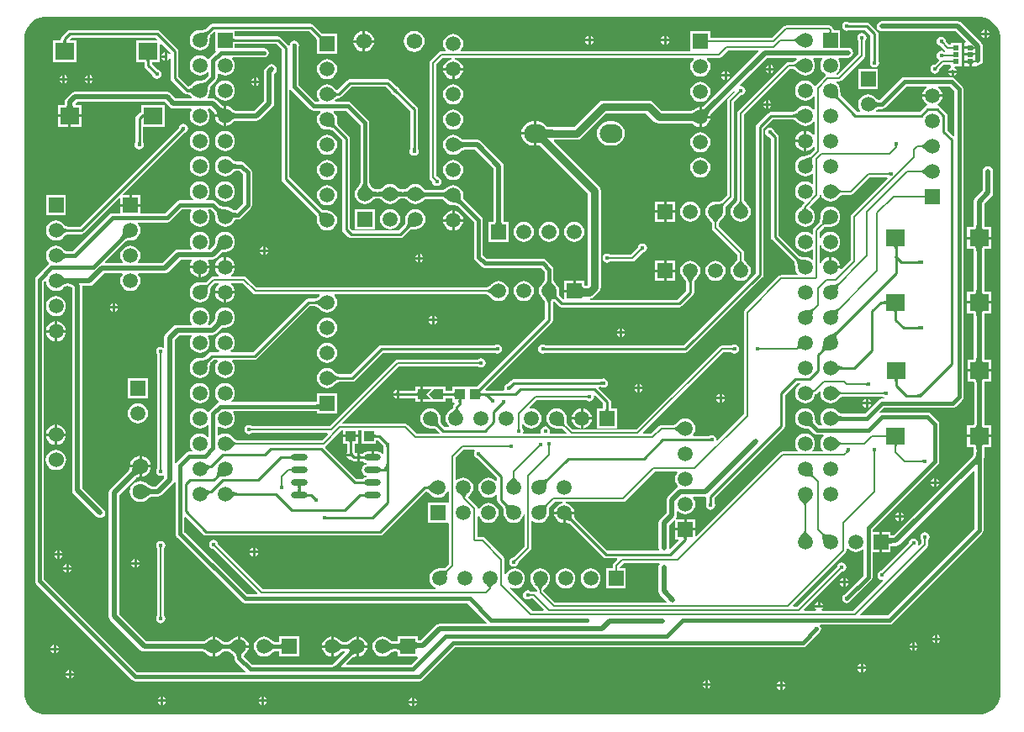
<source format=gtl>
G04*
G04 #@! TF.GenerationSoftware,Altium Limited,Altium Designer,19.1.7 (138)*
G04*
G04 Layer_Physical_Order=1*
G04 Layer_Color=255*
%FSLAX25Y25*%
%MOIN*%
G70*
G01*
G75*
%ADD10C,0.01000*%
%ADD12C,0.00800*%
%ADD14C,0.00600*%
%ADD16R,0.07480X0.06693*%
%ADD17R,0.03937X0.04331*%
%ADD18R,0.02362X0.01969*%
%ADD19R,0.03200X0.04000*%
%ADD20O,0.06686X0.02559*%
%ADD33C,0.02000*%
%ADD34C,0.01500*%
%ADD35C,0.03000*%
%ADD36C,0.05906*%
%ADD37R,0.05906X0.05906*%
%ADD38C,0.06299*%
%ADD39R,0.05906X0.05906*%
%ADD40C,0.06200*%
%ADD41O,0.09053X0.07480*%
%ADD42C,0.06000*%
%ADD43C,0.01394*%
%ADD44C,0.01600*%
G36*
X8374Y276592D02*
X379278D01*
X380896Y276270D01*
X382420Y275639D01*
X383792Y274722D01*
X384958Y273556D01*
X385875Y272184D01*
X386506Y270660D01*
X386828Y269041D01*
Y268216D01*
Y8376D01*
X386828Y8374D01*
Y7549D01*
X386506Y5931D01*
X385875Y4407D01*
X384959Y3035D01*
X383792Y1868D01*
X382420Y952D01*
X380896Y320D01*
X379278Y-1D01*
X378453D01*
X8374Y-1D01*
X7549D01*
X5931Y320D01*
X4407Y952D01*
X3035Y1868D01*
X1868Y3035D01*
X952Y4407D01*
X320Y5931D01*
X-1Y7549D01*
Y8374D01*
Y268213D01*
X-1D01*
X-1Y268215D01*
X-1Y268216D01*
X-1Y268217D01*
Y269041D01*
X320Y270660D01*
X952Y272184D01*
X1868Y273556D01*
X3035Y274722D01*
X4407Y275639D01*
X5931Y276270D01*
X7549Y276592D01*
X8374Y276592D01*
D02*
G37*
%LPC*%
G36*
X113500Y274029D02*
X74500D01*
X73915Y273913D01*
X73419Y273581D01*
X71674Y271837D01*
X71599Y271788D01*
X71479Y271728D01*
X71318Y271668D01*
X71116Y271610D01*
X70875Y271561D01*
X70607Y271522D01*
X69916Y271475D01*
X69607Y271473D01*
X69500Y271487D01*
X68468Y271351D01*
X67507Y270953D01*
X66681Y270319D01*
X66048Y269493D01*
X65649Y268532D01*
X65513Y267500D01*
X65649Y266468D01*
X66048Y265507D01*
X66681Y264681D01*
X67507Y264047D01*
X68468Y263649D01*
X69500Y263513D01*
X70532Y263649D01*
X71494Y264047D01*
X72320Y264681D01*
X72953Y265507D01*
X73351Y266468D01*
X73487Y267500D01*
X73473Y267607D01*
X73475Y267915D01*
X73522Y268607D01*
X73561Y268875D01*
X73611Y269116D01*
X73668Y269317D01*
X73729Y269478D01*
X73788Y269599D01*
X73837Y269674D01*
X75048Y270884D01*
X75548Y270762D01*
Y263547D01*
X75720D01*
X75912Y263085D01*
X73536Y260710D01*
X73149Y260131D01*
X73138Y260074D01*
X72603Y259949D01*
X72320Y260319D01*
X71494Y260953D01*
X70532Y261351D01*
X69500Y261487D01*
X68468Y261351D01*
X67507Y260953D01*
X66681Y260319D01*
X66048Y259493D01*
X65649Y258532D01*
X65513Y257500D01*
X65649Y256468D01*
X66048Y255507D01*
X66681Y254681D01*
X67507Y254047D01*
X68468Y253649D01*
X69500Y253513D01*
X70532Y253649D01*
X71494Y254047D01*
X72320Y254681D01*
X72513Y254933D01*
X73013Y254764D01*
Y253536D01*
X71387Y251910D01*
X71299Y251846D01*
X71163Y251767D01*
X71005Y251694D01*
X70824Y251629D01*
X70618Y251573D01*
X70387Y251529D01*
X70130Y251496D01*
X69847Y251477D01*
X69603Y251473D01*
X69500Y251487D01*
X68468Y251351D01*
X67507Y250953D01*
X66681Y250319D01*
X66616Y250234D01*
X66396Y250017D01*
X65873Y249561D01*
X65657Y249399D01*
X65451Y249264D01*
X65268Y249162D01*
X65112Y249091D01*
X65082Y249081D01*
X61029Y253134D01*
Y263000D01*
X60913Y263585D01*
X60581Y264081D01*
X53581Y271081D01*
X53085Y271413D01*
X52500Y271529D01*
X18000D01*
X17415Y271413D01*
X16918Y271081D01*
X14884Y269046D01*
X14552Y268550D01*
X14436Y267965D01*
Y267347D01*
X11225D01*
Y258654D01*
X20706D01*
Y267347D01*
X18163D01*
X17971Y267808D01*
X18633Y268471D01*
X51867D01*
X52529Y267808D01*
X52337Y267347D01*
X44294D01*
Y258654D01*
X47506D01*
Y257465D01*
X47622Y256880D01*
X47954Y256384D01*
X50746Y253591D01*
X50804Y253298D01*
X51202Y252702D01*
X51798Y252304D01*
X52500Y252165D01*
X53202Y252304D01*
X53798Y252702D01*
X54196Y253298D01*
X54335Y254000D01*
X54196Y254702D01*
X53798Y255298D01*
X53202Y255696D01*
X52909Y255754D01*
X50564Y258099D01*
Y258654D01*
X53775D01*
Y265909D01*
X54237Y266101D01*
X57857Y262480D01*
X57820Y262231D01*
X57297Y262113D01*
X57223Y262223D01*
X56662Y262598D01*
X56500Y262631D01*
Y261000D01*
Y259369D01*
X56662Y259402D01*
X57223Y259777D01*
X57471Y260147D01*
X57971Y259995D01*
Y252500D01*
X58087Y251915D01*
X58419Y251419D01*
X63419Y246419D01*
X63915Y246087D01*
X64500Y245971D01*
X64897D01*
X64984Y245952D01*
X65112Y245909D01*
X65268Y245838D01*
X65451Y245736D01*
X65657Y245601D01*
X65873Y245439D01*
X66385Y244992D01*
X66387Y244962D01*
X66182Y244492D01*
X59892D01*
X57942Y246442D01*
X57280Y246884D01*
X56500Y247039D01*
X20000D01*
X19220Y246884D01*
X18558Y246442D01*
X16558Y244442D01*
X16116Y243780D01*
X15961Y243000D01*
Y242387D01*
X15948Y242238D01*
X15912Y242024D01*
X15871Y241872D01*
X15861Y241846D01*
X13225D01*
Y238000D01*
X22706D01*
Y241846D01*
X20437D01*
X20230Y242346D01*
X20845Y242961D01*
X55655D01*
X57605Y241011D01*
X58267Y240569D01*
X59047Y240414D01*
X66123D01*
X66370Y239914D01*
X66048Y239493D01*
X65649Y238532D01*
X65513Y237500D01*
X65649Y236468D01*
X66048Y235507D01*
X66681Y234681D01*
X67507Y234047D01*
X68468Y233649D01*
X69500Y233513D01*
X70532Y233649D01*
X71494Y234047D01*
X72320Y234681D01*
X72953Y235507D01*
X73351Y236468D01*
X73487Y237500D01*
X73351Y238532D01*
X72953Y239493D01*
X72631Y239914D01*
X72877Y240414D01*
X73703D01*
X75046Y239070D01*
X75103Y238998D01*
X75204Y238846D01*
X75290Y238689D01*
X75362Y238524D01*
X75422Y238351D01*
X75469Y238168D01*
X75497Y238000D01*
X76524D01*
X76514Y238107D01*
X76467Y238380D01*
X76399Y238644D01*
X76312Y238897D01*
X76205Y239140D01*
X76078Y239372D01*
X75931Y239595D01*
X75763Y239808D01*
X75576Y240010D01*
X76990Y241424D01*
X77193Y241237D01*
X77405Y241070D01*
X77628Y240922D01*
X77861Y240795D01*
X78104Y240688D01*
X78357Y240601D01*
X78620Y240534D01*
X78894Y240487D01*
X79000Y240476D01*
Y241503D01*
X78833Y241532D01*
X78649Y241579D01*
X78476Y241638D01*
X78312Y241711D01*
X78154Y241797D01*
X78003Y241897D01*
X77930Y241954D01*
X75990Y243895D01*
X75328Y244337D01*
X74548Y244492D01*
X72805D01*
X72558Y244992D01*
X72953Y245507D01*
X73351Y246468D01*
X73487Y247500D01*
X73474Y247603D01*
X73477Y247847D01*
X73496Y248130D01*
X73529Y248386D01*
X73574Y248618D01*
X73630Y248824D01*
X73695Y249005D01*
X73767Y249162D01*
X73847Y249299D01*
X73910Y249387D01*
X76059Y251536D01*
X76446Y252114D01*
X76582Y252797D01*
X76582Y252797D01*
Y254127D01*
X77082Y254373D01*
X77507Y254047D01*
X78468Y253649D01*
X79500Y253513D01*
X80532Y253649D01*
X81494Y254047D01*
X82319Y254681D01*
X82953Y255507D01*
X83351Y256468D01*
X83487Y257500D01*
X83351Y258532D01*
X82953Y259493D01*
X82399Y260216D01*
X82556Y260716D01*
X94744D01*
X95000Y260665D01*
X95702Y260804D01*
X96298Y261202D01*
X96696Y261798D01*
X96835Y262500D01*
X96696Y263202D01*
X96298Y263798D01*
X95702Y264196D01*
X95000Y264335D01*
X94744Y264284D01*
X83453D01*
Y265971D01*
X99866D01*
X101971Y263866D01*
Y212500D01*
X102087Y211915D01*
X102419Y211419D01*
X115663Y198174D01*
X115712Y198099D01*
X115772Y197978D01*
X115832Y197817D01*
X115890Y197616D01*
X115939Y197375D01*
X115978Y197107D01*
X116025Y196415D01*
X116027Y196107D01*
X116013Y196000D01*
X116149Y194968D01*
X116547Y194007D01*
X117181Y193181D01*
X118007Y192547D01*
X118968Y192149D01*
X120000Y192013D01*
X121032Y192149D01*
X121993Y192547D01*
X122819Y193181D01*
X123453Y194007D01*
X123851Y194968D01*
X123987Y196000D01*
X123851Y197032D01*
X123453Y197993D01*
X122819Y198819D01*
X121993Y199453D01*
X121032Y199851D01*
X120000Y199987D01*
X119893Y199973D01*
X119585Y199975D01*
X118893Y200022D01*
X118625Y200061D01*
X118384Y200111D01*
X118183Y200167D01*
X118022Y200228D01*
X117901Y200288D01*
X117826Y200337D01*
X105029Y213134D01*
Y247899D01*
X105529Y248051D01*
X105738Y247738D01*
X113441Y240036D01*
X113441Y240036D01*
X114020Y239649D01*
X114703Y239513D01*
X114703Y239513D01*
X117264D01*
X117433Y239013D01*
X117181Y238819D01*
X116547Y237993D01*
X116149Y237032D01*
X116013Y236000D01*
X116149Y234968D01*
X116547Y234007D01*
X117181Y233181D01*
X118007Y232547D01*
X118968Y232149D01*
X120000Y232013D01*
X120107Y232027D01*
X120415Y232025D01*
X121107Y231978D01*
X121375Y231939D01*
X121616Y231890D01*
X121817Y231833D01*
X121978Y231772D01*
X122099Y231712D01*
X122174Y231663D01*
X125971Y227867D01*
Y192500D01*
X126087Y191915D01*
X126419Y191419D01*
X128419Y189419D01*
X128915Y189087D01*
X129500Y188971D01*
X149000D01*
X149585Y189087D01*
X150081Y189419D01*
X152826Y192163D01*
X152901Y192212D01*
X153022Y192272D01*
X153183Y192332D01*
X153384Y192390D01*
X153625Y192439D01*
X153893Y192478D01*
X154585Y192525D01*
X154893Y192527D01*
X155000Y192513D01*
X156032Y192649D01*
X156993Y193047D01*
X157819Y193681D01*
X158453Y194507D01*
X158851Y195468D01*
X158987Y196500D01*
X158851Y197532D01*
X158453Y198493D01*
X157819Y199319D01*
X156993Y199953D01*
X156032Y200351D01*
X155000Y200487D01*
X153968Y200351D01*
X153007Y199953D01*
X152181Y199319D01*
X151547Y198493D01*
X151149Y197532D01*
X151013Y196500D01*
X151027Y196393D01*
X151025Y196085D01*
X150978Y195393D01*
X150939Y195125D01*
X150890Y194884D01*
X150832Y194683D01*
X150772Y194522D01*
X150712Y194401D01*
X150663Y194326D01*
X148366Y192029D01*
X145156D01*
X145124Y192529D01*
X145354Y192560D01*
X146032Y192649D01*
X146993Y193047D01*
X147819Y193681D01*
X148453Y194507D01*
X148851Y195468D01*
X148987Y196500D01*
X148851Y197532D01*
X148453Y198493D01*
X147819Y199319D01*
X146993Y199953D01*
X146032Y200351D01*
X145000Y200487D01*
X143968Y200351D01*
X143007Y199953D01*
X142181Y199319D01*
X141547Y198493D01*
X141149Y197532D01*
X141013Y196500D01*
X141149Y195468D01*
X141547Y194507D01*
X142181Y193681D01*
X143007Y193047D01*
X143968Y192649D01*
X144646Y192560D01*
X144877Y192529D01*
X144844Y192029D01*
X130133D01*
X129029Y193133D01*
Y228500D01*
X128913Y229085D01*
X128581Y229581D01*
X124337Y233826D01*
X124288Y233901D01*
X124228Y234022D01*
X124168Y234183D01*
X124110Y234384D01*
X124061Y234625D01*
X124022Y234893D01*
X123975Y235585D01*
X123973Y235893D01*
X123987Y236000D01*
X123851Y237032D01*
X123453Y237993D01*
X122819Y238819D01*
X122567Y239013D01*
X122736Y239513D01*
X127558D01*
X133216Y233855D01*
Y210953D01*
X133199Y210845D01*
X133158Y210693D01*
X133098Y210530D01*
X133016Y210356D01*
X132910Y210171D01*
X132778Y209975D01*
X132620Y209771D01*
X132433Y209557D01*
X132263Y209382D01*
X132181Y209319D01*
X131547Y208493D01*
X131149Y207532D01*
X131013Y206500D01*
X131149Y205468D01*
X131547Y204507D01*
X132181Y203681D01*
X133007Y203047D01*
X133968Y202649D01*
X135000Y202513D01*
X136032Y202649D01*
X136993Y203047D01*
X137819Y203681D01*
X137882Y203763D01*
X138057Y203933D01*
X138271Y204119D01*
X138475Y204278D01*
X138671Y204410D01*
X138856Y204516D01*
X139030Y204598D01*
X139193Y204658D01*
X139345Y204699D01*
X139453Y204716D01*
X140547D01*
X140655Y204699D01*
X140807Y204658D01*
X140970Y204598D01*
X141144Y204516D01*
X141329Y204410D01*
X141525Y204278D01*
X141729Y204120D01*
X141943Y203933D01*
X142118Y203763D01*
X142181Y203681D01*
X143007Y203047D01*
X143968Y202649D01*
X145000Y202513D01*
X146032Y202649D01*
X146993Y203047D01*
X147819Y203681D01*
X147882Y203763D01*
X148057Y203933D01*
X148271Y204119D01*
X148475Y204278D01*
X148671Y204410D01*
X148856Y204516D01*
X149030Y204598D01*
X149193Y204658D01*
X149345Y204699D01*
X149453Y204716D01*
X150547D01*
X150655Y204699D01*
X150807Y204658D01*
X150970Y204598D01*
X151144Y204516D01*
X151329Y204410D01*
X151525Y204278D01*
X151729Y204120D01*
X151943Y203933D01*
X152118Y203763D01*
X152181Y203681D01*
X153007Y203047D01*
X153968Y202649D01*
X155000Y202513D01*
X156032Y202649D01*
X156993Y203047D01*
X157485Y203424D01*
X157557Y203461D01*
X158093Y203884D01*
X158313Y204032D01*
X158531Y204162D01*
X158736Y204267D01*
X158927Y204349D01*
X159103Y204409D01*
X159265Y204450D01*
X159372Y204466D01*
X165491D01*
X165597Y204448D01*
X165740Y204408D01*
X165888Y204349D01*
X166044Y204269D01*
X166209Y204165D01*
X166382Y204034D01*
X166561Y203875D01*
X166747Y203687D01*
X166956Y203448D01*
X167004Y203411D01*
X167181Y203181D01*
X168007Y202547D01*
X168968Y202149D01*
X170000Y202013D01*
X170103Y202027D01*
X170347Y202023D01*
X170630Y202004D01*
X170886Y201971D01*
X171118Y201926D01*
X171324Y201871D01*
X171505Y201806D01*
X171662Y201733D01*
X171799Y201654D01*
X171887Y201590D01*
X178216Y195261D01*
Y181500D01*
X178351Y180817D01*
X178738Y180238D01*
X181238Y177738D01*
X181238Y177738D01*
X181817Y177351D01*
X182500Y177216D01*
X204761D01*
X206216Y175761D01*
Y172453D01*
X206199Y172345D01*
X206158Y172193D01*
X206098Y172030D01*
X206016Y171856D01*
X205910Y171671D01*
X205778Y171475D01*
X205620Y171271D01*
X205433Y171057D01*
X205263Y170882D01*
X205181Y170819D01*
X204547Y169993D01*
X204149Y169032D01*
X204013Y168000D01*
X204149Y166968D01*
X204547Y166007D01*
X205181Y165181D01*
X205266Y165115D01*
X205483Y164895D01*
X205939Y164373D01*
X206101Y164156D01*
X206236Y163951D01*
X206338Y163768D01*
X206409Y163611D01*
X206452Y163484D01*
X206471Y163396D01*
Y157032D01*
X179853Y130415D01*
X179693Y130265D01*
X179572Y130169D01*
X179567Y130165D01*
X179379D01*
X179341Y130173D01*
X179303Y130165D01*
X175830D01*
Y130165D01*
X175469D01*
Y130165D01*
X169532D01*
Y128529D01*
X166850D01*
Y130000D01*
X163348D01*
X163250Y130020D01*
X162250D01*
X162152Y130000D01*
X161650D01*
X161650Y130000D01*
X161250Y130020D01*
X161158Y130020D01*
X158250D01*
X158151Y130000D01*
X158000D01*
Y127000D01*
Y124000D01*
X158151D01*
X158250Y123980D01*
X161158D01*
X161250Y123980D01*
X161650Y124000D01*
X161650Y124000D01*
X162152D01*
X162250Y123980D01*
X163250D01*
X163348Y124000D01*
X166850D01*
Y125471D01*
X169532D01*
Y123835D01*
X170465D01*
X170672Y123335D01*
X170371Y123034D01*
X170040Y122538D01*
X169938Y122028D01*
X169935Y122016D01*
X169935Y122010D01*
X169923Y121953D01*
Y121850D01*
X169910Y121779D01*
X169884Y121701D01*
X169844Y121619D01*
X169788Y121532D01*
X169709Y121436D01*
X169603Y121332D01*
X169468Y121222D01*
X169302Y121107D01*
X169114Y120997D01*
X169007Y120953D01*
X168181Y120319D01*
X167547Y119493D01*
X167149Y118532D01*
X167013Y117500D01*
X167149Y116468D01*
X167547Y115507D01*
X168181Y114681D01*
X168378Y114529D01*
X168209Y114029D01*
X166633D01*
X165337Y115326D01*
X165288Y115401D01*
X165228Y115522D01*
X165167Y115683D01*
X165111Y115884D01*
X165061Y116125D01*
X165022Y116393D01*
X164975Y117085D01*
X164973Y117393D01*
X164987Y117500D01*
X164851Y118532D01*
X164453Y119493D01*
X163819Y120319D01*
X162993Y120953D01*
X162032Y121351D01*
X161000Y121487D01*
X159968Y121351D01*
X159007Y120953D01*
X158181Y120319D01*
X157547Y119493D01*
X157149Y118532D01*
X157013Y117500D01*
X157149Y116468D01*
X157547Y115507D01*
X158181Y114681D01*
X159007Y114047D01*
X159968Y113649D01*
X161000Y113513D01*
X161107Y113527D01*
X161415Y113525D01*
X162107Y113478D01*
X162375Y113439D01*
X162616Y113390D01*
X162817Y113332D01*
X162978Y113272D01*
X163099Y113212D01*
X163174Y113163D01*
X164512Y111826D01*
X164304Y111326D01*
X155549D01*
X151972Y114903D01*
X151542Y115190D01*
X151035Y115291D01*
X126319D01*
X126127Y115753D01*
X148549Y138174D01*
X179744D01*
X180298Y137804D01*
X181000Y137665D01*
X181702Y137804D01*
X182298Y138202D01*
X182696Y138798D01*
X182835Y139500D01*
X182696Y140202D01*
X182298Y140798D01*
X181702Y141196D01*
X181000Y141335D01*
X180298Y141196D01*
X179744Y140825D01*
X148000D01*
X147493Y140725D01*
X147063Y140437D01*
X120951Y114325D01*
X90256D01*
X89702Y114696D01*
X89000Y114835D01*
X88298Y114696D01*
X87702Y114298D01*
X87304Y113702D01*
X87165Y113000D01*
X87304Y112298D01*
X87702Y111702D01*
X88298Y111304D01*
X89000Y111165D01*
X89702Y111304D01*
X90256Y111674D01*
X120147D01*
X120338Y111213D01*
X117951Y108826D01*
X84205D01*
X84152Y108839D01*
X84042Y108884D01*
X83888Y108966D01*
X83697Y109087D01*
X83492Y109235D01*
X82642Y109977D01*
X82387Y110231D01*
X82319Y110319D01*
X81494Y110953D01*
X80532Y111351D01*
X79500Y111487D01*
X78468Y111351D01*
X77507Y110953D01*
X77082Y110627D01*
X76582Y110873D01*
Y114127D01*
X77082Y114373D01*
X77507Y114047D01*
X78468Y113649D01*
X79500Y113513D01*
X80532Y113649D01*
X81494Y114047D01*
X82319Y114681D01*
X82953Y115507D01*
X83351Y116468D01*
X83487Y117500D01*
X83351Y118532D01*
X82953Y119493D01*
X82627Y119919D01*
X82873Y120419D01*
X115884D01*
X115976Y120410D01*
X116047Y120399D01*
Y119547D01*
X123953D01*
Y127453D01*
X116047D01*
Y124007D01*
X115976Y123995D01*
X115884Y123987D01*
X82237D01*
X82067Y124487D01*
X82319Y124681D01*
X82953Y125507D01*
X83351Y126468D01*
X83487Y127500D01*
X83351Y128532D01*
X82953Y129493D01*
X82319Y130319D01*
X81494Y130953D01*
X80532Y131351D01*
X79500Y131487D01*
X78468Y131351D01*
X77507Y130953D01*
X76681Y130319D01*
X76048Y129493D01*
X75649Y128532D01*
X75513Y127500D01*
X75649Y126468D01*
X76048Y125507D01*
X76681Y124681D01*
X77051Y124397D01*
X76926Y123863D01*
X76870Y123851D01*
X76291Y123464D01*
X76291Y123464D01*
X73536Y120710D01*
X73149Y120131D01*
X73138Y120074D01*
X72603Y119949D01*
X72320Y120319D01*
X71494Y120953D01*
X70532Y121351D01*
X69500Y121487D01*
X68468Y121351D01*
X67507Y120953D01*
X66681Y120319D01*
X66048Y119493D01*
X65649Y118532D01*
X65513Y117500D01*
X65649Y116468D01*
X66048Y115507D01*
X66681Y114681D01*
X67507Y114047D01*
X68468Y113649D01*
X69500Y113513D01*
X70532Y113649D01*
X71494Y114047D01*
X72320Y114681D01*
X72513Y114933D01*
X73013Y114764D01*
Y110236D01*
X72513Y110067D01*
X72320Y110319D01*
X71494Y110953D01*
X70532Y111351D01*
X69500Y111487D01*
X68468Y111351D01*
X67507Y110953D01*
X66681Y110319D01*
X66048Y109493D01*
X65649Y108532D01*
X65513Y107500D01*
X65649Y106468D01*
X66048Y105507D01*
X66602Y104784D01*
X66444Y104284D01*
X65379D01*
X64696Y104148D01*
X64117Y103762D01*
X64117Y103762D01*
X60403Y100047D01*
X60039Y99503D01*
X60003Y99499D01*
X59539Y99799D01*
Y148655D01*
X61345Y150461D01*
X66160D01*
X66406Y149961D01*
X66048Y149493D01*
X65649Y148532D01*
X65513Y147500D01*
X65649Y146468D01*
X66048Y145507D01*
X66681Y144681D01*
X67507Y144047D01*
X68468Y143649D01*
X69500Y143513D01*
X70532Y143649D01*
X71494Y144047D01*
X72320Y144681D01*
X72953Y145507D01*
X73351Y146468D01*
X73487Y147500D01*
X73351Y148532D01*
X72953Y149493D01*
X72594Y149961D01*
X72841Y150461D01*
X74500D01*
X75281Y150616D01*
X75942Y151058D01*
X77930Y153046D01*
X78003Y153103D01*
X78154Y153203D01*
X78312Y153289D01*
X78476Y153362D01*
X78649Y153421D01*
X78833Y153468D01*
X79029Y153502D01*
X79238Y153522D01*
X79403Y153526D01*
X79500Y153513D01*
X80532Y153649D01*
X81494Y154047D01*
X82319Y154681D01*
X82953Y155507D01*
X83351Y156468D01*
X83487Y157500D01*
X83351Y158532D01*
X82953Y159493D01*
X82319Y160319D01*
X81494Y160953D01*
X80532Y161351D01*
X79500Y161487D01*
X78468Y161351D01*
X77507Y160953D01*
X76681Y160319D01*
X76048Y159493D01*
X75649Y158532D01*
X75513Y157500D01*
X75526Y157403D01*
X75522Y157237D01*
X75502Y157028D01*
X75469Y156833D01*
X75422Y156649D01*
X75362Y156476D01*
X75290Y156311D01*
X75204Y156154D01*
X75103Y156002D01*
X75046Y155930D01*
X73656Y154539D01*
X72841D01*
X72594Y155039D01*
X72953Y155507D01*
X73351Y156468D01*
X73487Y157500D01*
X73351Y158532D01*
X72953Y159493D01*
X72320Y160319D01*
X71494Y160953D01*
X70532Y161351D01*
X69500Y161487D01*
X68468Y161351D01*
X67507Y160953D01*
X66681Y160319D01*
X66048Y159493D01*
X65649Y158532D01*
X65513Y157500D01*
X65649Y156468D01*
X66048Y155507D01*
X66406Y155039D01*
X66160Y154539D01*
X60500D01*
X59720Y154384D01*
X59058Y153942D01*
X56058Y150942D01*
X55616Y150280D01*
X55461Y149500D01*
Y145790D01*
X54961Y145523D01*
X54702Y145696D01*
X54000Y145835D01*
X53298Y145696D01*
X52702Y145298D01*
X52304Y144702D01*
X52165Y144000D01*
X52304Y143298D01*
X52675Y142744D01*
Y97756D01*
X52304Y97202D01*
X52165Y96500D01*
X52304Y95798D01*
X52702Y95202D01*
X53298Y94804D01*
X54000Y94665D01*
X54702Y94804D01*
X54961Y94977D01*
X55461Y94710D01*
Y93845D01*
X52155Y90539D01*
X50596D01*
X50482Y90554D01*
X50293Y90595D01*
X50107Y90653D01*
X49922Y90729D01*
X49736Y90824D01*
X49549Y90939D01*
X49360Y91075D01*
X49169Y91235D01*
X49027Y91372D01*
X48959Y91460D01*
X48093Y92125D01*
X47083Y92543D01*
X46000Y92685D01*
X44917Y92543D01*
X43907Y92125D01*
X43040Y91460D01*
X42375Y90593D01*
X41957Y89583D01*
X41815Y88500D01*
X41957Y87417D01*
X42375Y86407D01*
X43040Y85540D01*
X43907Y84875D01*
X44917Y84457D01*
X46000Y84315D01*
X47083Y84457D01*
X48093Y84875D01*
X48959Y85540D01*
X49027Y85628D01*
X49169Y85765D01*
X49360Y85925D01*
X49549Y86061D01*
X49736Y86176D01*
X49921Y86271D01*
X50107Y86347D01*
X50293Y86405D01*
X50482Y86446D01*
X50596Y86461D01*
X53000D01*
X53780Y86616D01*
X54442Y87058D01*
X58942Y91558D01*
X59384Y92220D01*
X59880Y92150D01*
Y71836D01*
X60016Y71153D01*
X60403Y70574D01*
X86238Y44738D01*
X86238Y44738D01*
X86817Y44352D01*
X87500Y44216D01*
X175761D01*
X183438Y36539D01*
X183230Y36039D01*
X164500D01*
X164500Y36039D01*
X163720Y35884D01*
X163058Y35442D01*
X163058Y35442D01*
X157108Y29492D01*
X156494D01*
X156344Y29505D01*
X156130Y29541D01*
X155978Y29581D01*
X155953Y29592D01*
Y30953D01*
X148047D01*
Y29139D01*
X148022Y29129D01*
X147870Y29088D01*
X147655Y29052D01*
X147506Y29039D01*
X146260D01*
X146168Y29050D01*
X145990Y29087D01*
X145818Y29137D01*
X145650Y29202D01*
X145486Y29282D01*
X145323Y29379D01*
X145161Y29493D01*
X144999Y29627D01*
X144879Y29742D01*
X144819Y29819D01*
X143993Y30453D01*
X143032Y30851D01*
X142000Y30987D01*
X140968Y30851D01*
X140007Y30453D01*
X139181Y29819D01*
X138547Y28993D01*
X138149Y28032D01*
X138013Y27000D01*
X138149Y25968D01*
X138547Y25007D01*
X139181Y24181D01*
X140007Y23547D01*
X140968Y23149D01*
X142000Y23013D01*
X143032Y23149D01*
X143993Y23547D01*
X144819Y24181D01*
X144879Y24258D01*
X144999Y24373D01*
X145161Y24507D01*
X145323Y24621D01*
X145486Y24718D01*
X145650Y24798D01*
X145818Y24863D01*
X145990Y24914D01*
X146168Y24950D01*
X146260Y24961D01*
X147506D01*
X147655Y24948D01*
X147870Y24912D01*
X148022Y24871D01*
X148047Y24861D01*
Y23047D01*
X155474D01*
X155817Y23047D01*
X156056Y22629D01*
X156036Y22559D01*
X153261Y19784D01*
X127961D01*
X127770Y20246D01*
X130113Y22590D01*
X130201Y22654D01*
X130338Y22733D01*
X130495Y22806D01*
X130676Y22871D01*
X130882Y22927D01*
X131114Y22971D01*
X131370Y23004D01*
X131500Y23013D01*
Y24035D01*
X131272Y24019D01*
X130952Y23979D01*
X130651Y23920D01*
X130370Y23844D01*
X130109Y23750D01*
X129867Y23639D01*
X129645Y23509D01*
X129442Y23362D01*
X129258Y23198D01*
X128198Y24258D01*
X128362Y24442D01*
X128509Y24645D01*
X128639Y24867D01*
X128750Y25109D01*
X128844Y25370D01*
X128920Y25651D01*
X128936Y25731D01*
X128869Y25776D01*
X128616Y25921D01*
X128365Y26039D01*
X128115Y26131D01*
X127866Y26197D01*
X127619Y26237D01*
X127372Y26250D01*
Y27750D01*
X127619Y27763D01*
X127866Y27803D01*
X128115Y27869D01*
X128365Y27961D01*
X128616Y28079D01*
X128869Y28224D01*
X129122Y28395D01*
X129377Y28593D01*
X129634Y28817D01*
X129891Y29067D01*
Y26127D01*
X131500Y24518D01*
Y27000D01*
Y30921D01*
X130968Y30851D01*
X130007Y30453D01*
X129181Y29819D01*
X129118Y29737D01*
X128943Y29567D01*
X128729Y29381D01*
X128525Y29222D01*
X128329Y29090D01*
X128144Y28984D01*
X127970Y28902D01*
X127807Y28842D01*
X127655Y28801D01*
X127547Y28784D01*
X126453D01*
X126345Y28801D01*
X126193Y28842D01*
X126030Y28902D01*
X125856Y28984D01*
X125671Y29090D01*
X125475Y29222D01*
X125271Y29380D01*
X125057Y29567D01*
X124882Y29737D01*
X124819Y29819D01*
X123993Y30453D01*
X123032Y30851D01*
X122500Y30921D01*
Y27000D01*
Y23079D01*
X123032Y23149D01*
X123993Y23547D01*
X124819Y24181D01*
X124882Y24263D01*
X125057Y24433D01*
X125271Y24620D01*
X125475Y24778D01*
X125671Y24910D01*
X125856Y25016D01*
X126030Y25098D01*
X126193Y25158D01*
X126345Y25199D01*
X126453Y25216D01*
X126985D01*
X127192Y24716D01*
X122823Y20347D01*
X122702Y20250D01*
X122535Y20136D01*
X122364Y20039D01*
X122189Y19958D01*
X122008Y19892D01*
X121818Y19839D01*
X121620Y19801D01*
X121465Y19784D01*
X90239D01*
X86879Y23145D01*
X86931Y23267D01*
X86999Y23391D01*
X87081Y23510D01*
X87178Y23627D01*
X87294Y23742D01*
X87461Y23882D01*
X87489Y23917D01*
X87526Y23942D01*
X87545Y23970D01*
X87819Y24181D01*
X88453Y25007D01*
X88851Y25968D01*
X88921Y26500D01*
X85000D01*
Y27000D01*
X84500D01*
Y30921D01*
X83968Y30851D01*
X83007Y30453D01*
X82181Y29819D01*
X82118Y29737D01*
X81943Y29567D01*
X81729Y29381D01*
X81525Y29222D01*
X81329Y29090D01*
X81144Y28984D01*
X80970Y28902D01*
X80807Y28842D01*
X80655Y28801D01*
X80547Y28784D01*
X79453D01*
X79345Y28801D01*
X79193Y28842D01*
X79030Y28902D01*
X78856Y28984D01*
X78671Y29090D01*
X78475Y29222D01*
X78271Y29380D01*
X78057Y29567D01*
X77882Y29737D01*
X77819Y29819D01*
X76993Y30453D01*
X76032Y30851D01*
X75500Y30921D01*
Y27000D01*
Y23079D01*
X76032Y23149D01*
X76993Y23547D01*
X77819Y24181D01*
X77882Y24263D01*
X78057Y24433D01*
X78271Y24620D01*
X78475Y24778D01*
X78671Y24910D01*
X78856Y25016D01*
X79030Y25098D01*
X79193Y25158D01*
X79345Y25199D01*
X79453Y25216D01*
X80547D01*
X80655Y25199D01*
X80807Y25158D01*
X80970Y25098D01*
X81144Y25016D01*
X81329Y24910D01*
X81525Y24778D01*
X81729Y24620D01*
X81943Y24433D01*
X82118Y24263D01*
X82181Y24181D01*
X82455Y23970D01*
X82474Y23942D01*
X82511Y23917D01*
X82539Y23882D01*
X82706Y23742D01*
X82822Y23627D01*
X82919Y23510D01*
X83001Y23391D01*
X83069Y23267D01*
X83125Y23137D01*
X83169Y22998D01*
X83202Y22846D01*
X83216Y22734D01*
Y22500D01*
X83351Y21817D01*
X83738Y21238D01*
X87730Y17246D01*
X87539Y16784D01*
X44739D01*
X7784Y53739D01*
Y171617D01*
X8068Y171837D01*
X8561Y171633D01*
X8649Y170968D01*
X9047Y170007D01*
X9681Y169181D01*
X10507Y168547D01*
X11468Y168149D01*
X12500Y168013D01*
X13532Y168149D01*
X14493Y168547D01*
X15319Y169181D01*
X15379Y169258D01*
X15498Y169373D01*
X15661Y169507D01*
X15823Y169621D01*
X15986Y169718D01*
X16150Y169798D01*
X16318Y169863D01*
X16490Y169913D01*
X16668Y169950D01*
X16760Y169961D01*
X17112D01*
X17349Y169934D01*
X17641Y169879D01*
X17920Y169802D01*
X18188Y169704D01*
X18447Y169583D01*
X18699Y169441D01*
X18944Y169274D01*
X18961Y169261D01*
Y89000D01*
X19116Y88220D01*
X19558Y87558D01*
X28558Y78558D01*
X29220Y78116D01*
X30000Y77961D01*
X30780Y78116D01*
X31442Y78558D01*
X31884Y79220D01*
X32039Y80000D01*
X31884Y80780D01*
X31442Y81442D01*
X23039Y89845D01*
Y169961D01*
X25778D01*
X26559Y170116D01*
X27220Y170558D01*
X31623Y174961D01*
X38659D01*
X38906Y174461D01*
X38547Y173993D01*
X38149Y173032D01*
X38013Y172000D01*
X38149Y170968D01*
X38547Y170007D01*
X39181Y169181D01*
X40007Y168547D01*
X40968Y168149D01*
X42000Y168013D01*
X43032Y168149D01*
X43993Y168547D01*
X44819Y169181D01*
X45453Y170007D01*
X45851Y170968D01*
X45987Y172000D01*
X45851Y173032D01*
X45453Y173993D01*
X45094Y174461D01*
X45341Y174961D01*
X55500D01*
X56280Y175116D01*
X56942Y175558D01*
X61845Y180461D01*
X66160D01*
X66406Y179961D01*
X66048Y179493D01*
X65649Y178532D01*
X65579Y178000D01*
X69500D01*
X73421D01*
X73351Y178532D01*
X72953Y179493D01*
X72594Y179961D01*
X72841Y180461D01*
X74500D01*
X75280Y180616D01*
X75942Y181058D01*
X77930Y183046D01*
X78002Y183103D01*
X78154Y183203D01*
X78311Y183289D01*
X78476Y183362D01*
X78649Y183422D01*
X78833Y183468D01*
X79028Y183502D01*
X79238Y183522D01*
X79403Y183526D01*
X79500Y183513D01*
X80532Y183649D01*
X81494Y184047D01*
X82319Y184681D01*
X82953Y185507D01*
X83351Y186468D01*
X83487Y187500D01*
X83351Y188532D01*
X82953Y189493D01*
X82319Y190319D01*
X81494Y190953D01*
X80532Y191351D01*
X79500Y191487D01*
X78468Y191351D01*
X77507Y190953D01*
X76681Y190319D01*
X76048Y189493D01*
X75649Y188532D01*
X75513Y187500D01*
X75526Y187403D01*
X75522Y187238D01*
X75502Y187029D01*
X75468Y186833D01*
X75422Y186649D01*
X75362Y186476D01*
X75289Y186312D01*
X75204Y186154D01*
X75103Y186003D01*
X75046Y185930D01*
X73655Y184539D01*
X72841D01*
X72594Y185039D01*
X72953Y185507D01*
X73351Y186468D01*
X73487Y187500D01*
X73351Y188532D01*
X72953Y189493D01*
X72320Y190319D01*
X71494Y190953D01*
X70532Y191351D01*
X69500Y191487D01*
X68468Y191351D01*
X67507Y190953D01*
X66681Y190319D01*
X66048Y189493D01*
X65649Y188532D01*
X65513Y187500D01*
X65649Y186468D01*
X66048Y185507D01*
X66406Y185039D01*
X66160Y184539D01*
X61000D01*
X60220Y184384D01*
X59558Y183942D01*
X59558Y183942D01*
X54655Y179039D01*
X45341D01*
X45094Y179539D01*
X45453Y180007D01*
X45851Y180968D01*
X45987Y182000D01*
X45851Y183032D01*
X45453Y183993D01*
X44819Y184819D01*
X43993Y185453D01*
X43032Y185851D01*
X42000Y185987D01*
X40968Y185851D01*
X40007Y185453D01*
X39181Y184819D01*
X38547Y183993D01*
X38149Y183032D01*
X38013Y182000D01*
X38149Y180968D01*
X38547Y180007D01*
X38906Y179539D01*
X38659Y179039D01*
X32105D01*
X31914Y179501D01*
X40044Y187631D01*
X40132Y187695D01*
X40266Y187772D01*
X40420Y187841D01*
X40597Y187903D01*
X40798Y187954D01*
X41025Y187994D01*
X41276Y188021D01*
X41553Y188033D01*
X41874Y188030D01*
X42000Y188013D01*
X43032Y188149D01*
X43993Y188547D01*
X44819Y189181D01*
X45453Y190007D01*
X45851Y190968D01*
X45987Y192000D01*
X45851Y193032D01*
X45453Y193993D01*
X44899Y194716D01*
X45056Y195216D01*
X56500D01*
X57183Y195352D01*
X57762Y195738D01*
X62442Y200418D01*
X66127D01*
X66374Y199918D01*
X66048Y199493D01*
X65649Y198532D01*
X65513Y197500D01*
X65649Y196468D01*
X66048Y195507D01*
X66681Y194681D01*
X67507Y194047D01*
X68468Y193649D01*
X69500Y193513D01*
X70532Y193649D01*
X71494Y194047D01*
X72320Y194681D01*
X72953Y195507D01*
X73351Y196468D01*
X73487Y197500D01*
X73351Y198532D01*
X72953Y199493D01*
X72627Y199918D01*
X72874Y200418D01*
X74059D01*
X75090Y199387D01*
X75154Y199299D01*
X75233Y199162D01*
X75306Y199005D01*
X75371Y198824D01*
X75427Y198618D01*
X75472Y198386D01*
X75504Y198129D01*
X75523Y197847D01*
X75527Y197603D01*
X75513Y197500D01*
X75649Y196468D01*
X76048Y195507D01*
X76681Y194681D01*
X77507Y194047D01*
X78468Y193649D01*
X79500Y193513D01*
X80532Y193649D01*
X81494Y194047D01*
X82319Y194681D01*
X82953Y195507D01*
X82979Y195570D01*
X83056Y195690D01*
X83193Y195872D01*
X83328Y196023D01*
X83459Y196144D01*
X83585Y196239D01*
X83707Y196311D01*
X83828Y196364D01*
X83951Y196401D01*
X84053Y196419D01*
X84703D01*
X85386Y196555D01*
X85965Y196941D01*
X89762Y200738D01*
X89762Y200738D01*
X90149Y201317D01*
X90284Y202000D01*
X90284Y202000D01*
Y215000D01*
X90149Y215683D01*
X89762Y216262D01*
X89762Y216262D01*
X87262Y218762D01*
X86683Y219148D01*
X86000Y219284D01*
X83953D01*
X83846Y219301D01*
X83693Y219342D01*
X83530Y219402D01*
X83356Y219484D01*
X83171Y219590D01*
X82976Y219722D01*
X82771Y219880D01*
X82558Y220067D01*
X82382Y220237D01*
X82319Y220319D01*
X81494Y220953D01*
X80532Y221351D01*
X79500Y221487D01*
X78468Y221351D01*
X77507Y220953D01*
X76681Y220319D01*
X76048Y219493D01*
X75649Y218532D01*
X75513Y217500D01*
X75649Y216468D01*
X76048Y215507D01*
X76681Y214681D01*
X77507Y214047D01*
X78468Y213649D01*
X79500Y213513D01*
X80532Y213649D01*
X81494Y214047D01*
X82319Y214681D01*
X82382Y214763D01*
X82558Y214933D01*
X82771Y215120D01*
X82976Y215278D01*
X83171Y215410D01*
X83356Y215516D01*
X83530Y215598D01*
X83693Y215658D01*
X83846Y215699D01*
X83953Y215716D01*
X85261D01*
X86716Y214261D01*
Y202739D01*
X83964Y199987D01*
X83658D01*
X83560Y200001D01*
X83398Y200035D01*
X82952Y200177D01*
X82746Y200261D01*
X81886Y200701D01*
X81593Y200876D01*
X81494Y200953D01*
X80532Y201351D01*
X79500Y201487D01*
X79398Y201473D01*
X79154Y201477D01*
X78871Y201496D01*
X78614Y201529D01*
X78383Y201573D01*
X78177Y201629D01*
X77996Y201694D01*
X77838Y201767D01*
X77702Y201846D01*
X77614Y201910D01*
X76059Y203464D01*
X75480Y203851D01*
X74798Y203987D01*
X72237D01*
X72067Y204487D01*
X72320Y204681D01*
X72953Y205507D01*
X73351Y206468D01*
X73487Y207500D01*
X73351Y208532D01*
X72953Y209493D01*
X72320Y210319D01*
X71494Y210953D01*
X70532Y211351D01*
X69500Y211487D01*
X68468Y211351D01*
X67507Y210953D01*
X66681Y210319D01*
X66048Y209493D01*
X65649Y208532D01*
X65513Y207500D01*
X65649Y206468D01*
X66048Y205507D01*
X66681Y204681D01*
X66934Y204487D01*
X66764Y203987D01*
X61703D01*
X61020Y203851D01*
X60441Y203464D01*
X60441Y203464D01*
X55761Y198784D01*
X45953D01*
Y201500D01*
X42000D01*
X38047D01*
Y198784D01*
X35000D01*
X34317Y198649D01*
X33738Y198262D01*
X33738Y198262D01*
X19261Y183784D01*
X16953D01*
X16845Y183801D01*
X16692Y183842D01*
X16530Y183902D01*
X16356Y183984D01*
X16171Y184090D01*
X15975Y184222D01*
X15771Y184380D01*
X15557Y184567D01*
X15382Y184737D01*
X15319Y184819D01*
X14493Y185453D01*
X13532Y185851D01*
X12500Y185987D01*
X11468Y185851D01*
X10507Y185453D01*
X9681Y184819D01*
X9047Y183993D01*
X8649Y183032D01*
X8513Y182000D01*
X8649Y180968D01*
X9047Y180007D01*
X9642Y179231D01*
X9702Y179039D01*
X9690Y178662D01*
X9536Y178559D01*
X4738Y173762D01*
X4352Y173183D01*
X4216Y172500D01*
Y53000D01*
X4352Y52317D01*
X4738Y51738D01*
X42738Y13738D01*
X42738Y13738D01*
X43317Y13352D01*
X44000Y13216D01*
X44000Y13216D01*
X156500D01*
X157183Y13352D01*
X157762Y13738D01*
X170739Y26716D01*
X308500D01*
X309183Y26851D01*
X309762Y27238D01*
X315080Y32557D01*
X315298Y32702D01*
X315696Y33298D01*
X315835Y34000D01*
X315696Y34702D01*
X315353Y35216D01*
X315445Y35522D01*
X315572Y35716D01*
X343000D01*
X343683Y35851D01*
X344262Y36238D01*
X379762Y71738D01*
X380149Y72317D01*
X380284Y73000D01*
Y101070D01*
X380384Y101220D01*
X380539Y102000D01*
X380539Y102000D01*
Y105613D01*
X380552Y105762D01*
X380588Y105976D01*
X380628Y106128D01*
X380639Y106154D01*
X383240D01*
Y110000D01*
X378500D01*
X373759D01*
Y106154D01*
X376361D01*
X376372Y106128D01*
X376412Y105976D01*
X376448Y105762D01*
X376461Y105613D01*
Y104027D01*
X376434Y103790D01*
X376379Y103498D01*
X376302Y103219D01*
X376204Y102951D01*
X376083Y102692D01*
X375941Y102440D01*
X375774Y102195D01*
X375624Y102008D01*
X344608Y70992D01*
X343994D01*
X343845Y71005D01*
X343630Y71040D01*
X343478Y71081D01*
X343453Y71092D01*
Y72453D01*
X340000D01*
Y68500D01*
Y64547D01*
X343453D01*
Y66814D01*
X343478Y66824D01*
X343630Y66865D01*
X343845Y66900D01*
X343994Y66914D01*
X345453D01*
X346233Y67069D01*
X346895Y67511D01*
X376254Y96870D01*
X376716Y96679D01*
Y73739D01*
X342261Y39284D01*
X331456D01*
X331265Y39746D01*
X358009Y66491D01*
X358009Y66491D01*
X358319Y66954D01*
X358427Y67500D01*
X358427Y67500D01*
Y69396D01*
X358696Y69798D01*
X358835Y70500D01*
X358696Y71202D01*
X358298Y71798D01*
X357702Y72196D01*
X357000Y72335D01*
X356298Y72196D01*
X355702Y71798D01*
X355304Y71202D01*
X355165Y70500D01*
X355304Y69798D01*
X355573Y69396D01*
Y68091D01*
X354687Y67206D01*
X354226Y67452D01*
X354335Y68000D01*
X354196Y68702D01*
X353798Y69298D01*
X353202Y69696D01*
X352500Y69835D01*
X351798Y69696D01*
X351202Y69298D01*
X350804Y68702D01*
X350675Y68049D01*
X339685Y57059D01*
X339678Y57055D01*
X339667Y57048D01*
X339657Y57043D01*
X339648Y57039D01*
X339638Y57035D01*
X339627Y57032D01*
X339587Y57022D01*
X339517Y56989D01*
X339298Y56946D01*
X338702Y56548D01*
X338304Y55952D01*
X338165Y55250D01*
X338304Y54548D01*
X338702Y53952D01*
X339298Y53554D01*
X340000Y53415D01*
X340236Y53462D01*
X340482Y53001D01*
X328709Y41227D01*
X316301D01*
X316150Y41727D01*
X316223Y41777D01*
X316598Y42338D01*
X316631Y42500D01*
X313369D01*
X313402Y42338D01*
X313777Y41777D01*
X313850Y41727D01*
X313699Y41227D01*
X309255D01*
X309064Y41689D01*
X324049Y56674D01*
X324702Y56804D01*
X325298Y57202D01*
X325696Y57798D01*
X325835Y58500D01*
X325696Y59202D01*
X325298Y59798D01*
X324702Y60196D01*
X324000Y60335D01*
X323298Y60196D01*
X322702Y59798D01*
X322304Y59202D01*
X322175Y58549D01*
X306451Y42825D01*
X304853D01*
X304662Y43287D01*
X325437Y64063D01*
X325725Y64493D01*
X325826Y65000D01*
Y65974D01*
X326325Y66144D01*
X326681Y65681D01*
X327507Y65047D01*
X328468Y64649D01*
X329500Y64513D01*
X330532Y64649D01*
X331493Y65047D01*
X332216Y65601D01*
X332716Y65444D01*
Y55239D01*
X324920Y47443D01*
X324702Y47298D01*
X324304Y46702D01*
X324165Y46000D01*
X324304Y45298D01*
X324702Y44702D01*
X325298Y44304D01*
X326000Y44165D01*
X326702Y44304D01*
X327298Y44702D01*
X327443Y44919D01*
X335762Y53238D01*
X336149Y53817D01*
X336284Y54500D01*
Y64547D01*
X339000D01*
Y68500D01*
Y72453D01*
X336284D01*
Y73261D01*
X362262Y99238D01*
X362262Y99238D01*
X362649Y99817D01*
X362784Y100500D01*
Y115000D01*
X362649Y115683D01*
X362262Y116262D01*
X359262Y119262D01*
X358683Y119649D01*
X358000Y119784D01*
X340000D01*
X339394Y119664D01*
X339215Y119849D01*
X339100Y120076D01*
X340739Y121716D01*
X368000D01*
X368683Y121852D01*
X369262Y122238D01*
X371581Y124557D01*
X371798Y124702D01*
X372196Y125298D01*
X372335Y126000D01*
X372284Y126256D01*
Y248000D01*
X372148Y248683D01*
X371762Y249262D01*
X368762Y252262D01*
X368183Y252648D01*
X367500Y252784D01*
X349000D01*
X348317Y252648D01*
X347738Y252262D01*
X339261Y243784D01*
X338953D01*
X338845Y243801D01*
X338692Y243842D01*
X338530Y243902D01*
X338356Y243984D01*
X338171Y244090D01*
X337975Y244222D01*
X337771Y244380D01*
X337557Y244567D01*
X337382Y244737D01*
X337319Y244819D01*
X336493Y245453D01*
X335532Y245851D01*
X334500Y245987D01*
X333468Y245851D01*
X332507Y245453D01*
X331681Y244819D01*
X331047Y243993D01*
X330649Y243032D01*
X330513Y242000D01*
X330649Y240968D01*
X331047Y240007D01*
X331377Y239577D01*
X331131Y239077D01*
X330087D01*
X323837Y245326D01*
X323788Y245401D01*
X323728Y245522D01*
X323668Y245683D01*
X323611Y245884D01*
X323561Y246125D01*
X323522Y246393D01*
X323475Y247085D01*
X323473Y247393D01*
X323487Y247500D01*
X323351Y248532D01*
X322953Y249493D01*
X322320Y250319D01*
X321856Y250675D01*
X322026Y251174D01*
X323000D01*
X323507Y251275D01*
X323937Y251563D01*
X332937Y260563D01*
X333225Y260993D01*
X333326Y261500D01*
Y267244D01*
X333696Y267798D01*
X333835Y268500D01*
X333696Y269202D01*
X333298Y269798D01*
X332702Y270196D01*
X332000Y270335D01*
X331298Y270196D01*
X330702Y269798D01*
X330304Y269202D01*
X330165Y268500D01*
X330304Y267798D01*
X330675Y267244D01*
Y262049D01*
X322492Y253866D01*
X322099Y253912D01*
X321941Y254391D01*
X322320Y254681D01*
X322953Y255507D01*
X323351Y256468D01*
X323487Y257500D01*
X323351Y258532D01*
X322953Y259493D01*
X322594Y259961D01*
X322841Y260461D01*
X326500D01*
X327280Y260616D01*
X327942Y261058D01*
X328384Y261720D01*
X328539Y262500D01*
X328384Y263280D01*
X327942Y263942D01*
X327280Y264384D01*
X326500Y264539D01*
X323453D01*
Y271453D01*
X320826D01*
Y271500D01*
X320725Y272007D01*
X320438Y272437D01*
X319937Y272937D01*
X319507Y273225D01*
X319000Y273325D01*
X302000D01*
X301493Y273225D01*
X301063Y272937D01*
X296451Y268325D01*
X271953D01*
Y270953D01*
X264047D01*
Y263073D01*
X173366D01*
X173120Y263573D01*
X173453Y264007D01*
X173851Y264968D01*
X173987Y266000D01*
X173851Y267032D01*
X173453Y267993D01*
X172819Y268819D01*
X171993Y269453D01*
X171032Y269851D01*
X170000Y269987D01*
X168968Y269851D01*
X168007Y269453D01*
X167181Y268819D01*
X166547Y267993D01*
X166149Y267032D01*
X166013Y266000D01*
X166149Y264968D01*
X166547Y264007D01*
X166880Y263573D01*
X166634Y263073D01*
X165247D01*
X164740Y262972D01*
X164310Y262684D01*
X161063Y259437D01*
X160775Y259007D01*
X160675Y258500D01*
Y213000D01*
X160775Y212493D01*
X161063Y212063D01*
X161674Y211451D01*
X161804Y210798D01*
X162202Y210202D01*
X162798Y209804D01*
X163500Y209665D01*
X164202Y209804D01*
X164798Y210202D01*
X165196Y210798D01*
X165335Y211500D01*
X165196Y212202D01*
X164798Y212798D01*
X164202Y213196D01*
X163549Y213326D01*
X163326Y213549D01*
Y257951D01*
X165796Y260422D01*
X169473D01*
X169506Y259922D01*
X168968Y259851D01*
X168007Y259453D01*
X167181Y258819D01*
X166547Y257993D01*
X166149Y257032D01*
X166079Y256500D01*
X173921D01*
X173851Y257032D01*
X173453Y257993D01*
X172819Y258819D01*
X171993Y259453D01*
X171032Y259851D01*
X170494Y259922D01*
X170527Y260422D01*
X265189D01*
X265349Y259948D01*
X265181Y259819D01*
X264547Y258993D01*
X264149Y258032D01*
X264013Y257000D01*
X264149Y255968D01*
X264547Y255007D01*
X265181Y254181D01*
X266007Y253547D01*
X266968Y253149D01*
X268000Y253013D01*
X269032Y253149D01*
X269993Y253547D01*
X270819Y254181D01*
X271453Y255007D01*
X271851Y255968D01*
X271987Y257000D01*
X271851Y258032D01*
X271453Y258993D01*
X270819Y259819D01*
X270651Y259948D01*
X270812Y260422D01*
X275247D01*
X275754Y260523D01*
X276185Y260810D01*
X278849Y263474D01*
X290937D01*
X291129Y263013D01*
X269570Y241454D01*
X269498Y241397D01*
X269346Y241297D01*
X269189Y241211D01*
X269024Y241138D01*
X268851Y241079D01*
X268668Y241032D01*
X268500Y241003D01*
Y239977D01*
X268607Y239987D01*
X268880Y240034D01*
X269144Y240101D01*
X269397Y240188D01*
X269640Y240295D01*
X269872Y240423D01*
X270095Y240570D01*
X270308Y240737D01*
X270510Y240924D01*
X271924Y239510D01*
X271737Y239308D01*
X271570Y239095D01*
X271423Y238873D01*
X271295Y238640D01*
X271188Y238397D01*
X271101Y238143D01*
X271034Y237880D01*
X270987Y237607D01*
X270976Y237500D01*
X272003D01*
X272032Y237667D01*
X272079Y237851D01*
X272138Y238024D01*
X272211Y238189D01*
X272297Y238346D01*
X272397Y238498D01*
X272454Y238570D01*
X281300Y247416D01*
X281832Y247241D01*
X281836Y247211D01*
X279063Y244437D01*
X278775Y244007D01*
X278675Y243500D01*
Y206049D01*
X276389Y203764D01*
X276342Y203736D01*
X276233Y203690D01*
X276066Y203639D01*
X275846Y203589D01*
X275596Y203549D01*
X274470Y203473D01*
X274110Y203472D01*
X274000Y203487D01*
X272968Y203351D01*
X272007Y202953D01*
X271181Y202319D01*
X270547Y201493D01*
X270149Y200532D01*
X270013Y199500D01*
X270149Y198468D01*
X270547Y197507D01*
X271181Y196681D01*
X271269Y196614D01*
X271535Y196345D01*
X271806Y196056D01*
X272259Y195516D01*
X272413Y195303D01*
X272534Y195112D01*
X272616Y194958D01*
X272661Y194848D01*
X272674Y194796D01*
Y193000D01*
X272775Y192493D01*
X273063Y192063D01*
X282675Y182451D01*
Y180704D01*
X282661Y180652D01*
X282616Y180542D01*
X282534Y180388D01*
X282414Y180197D01*
X282265Y179992D01*
X281523Y179142D01*
X281269Y178886D01*
X281181Y178819D01*
X280547Y177993D01*
X280149Y177032D01*
X280013Y176000D01*
X280149Y174968D01*
X280547Y174007D01*
X281181Y173181D01*
X282007Y172547D01*
X282968Y172149D01*
X284000Y172013D01*
X285032Y172149D01*
X285993Y172547D01*
X286819Y173181D01*
X287453Y174007D01*
X287851Y174968D01*
X287987Y176000D01*
X287851Y177032D01*
X287453Y177993D01*
X286819Y178819D01*
X286732Y178886D01*
X286465Y179155D01*
X286194Y179444D01*
X285740Y179984D01*
X285587Y180197D01*
X285466Y180388D01*
X285384Y180542D01*
X285339Y180652D01*
X285326Y180704D01*
Y183000D01*
X285225Y183507D01*
X284937Y183937D01*
X275325Y193549D01*
Y194796D01*
X275339Y194848D01*
X275384Y194958D01*
X275466Y195112D01*
X275587Y195303D01*
X275735Y195508D01*
X276477Y196358D01*
X276731Y196614D01*
X276819Y196681D01*
X277453Y197507D01*
X277851Y198468D01*
X277987Y199500D01*
X277972Y199609D01*
X277974Y199988D01*
X277986Y200384D01*
X278048Y201086D01*
X278089Y201346D01*
X278139Y201566D01*
X278190Y201733D01*
X278236Y201842D01*
X278264Y201889D01*
X280937Y204563D01*
X281225Y204993D01*
X281326Y205500D01*
Y242951D01*
X284049Y245674D01*
X284702Y245804D01*
X285298Y246202D01*
X285696Y246798D01*
X285835Y247500D01*
X285696Y248202D01*
X285298Y248798D01*
X284702Y249196D01*
X284000Y249335D01*
X283908Y249317D01*
X283662Y249778D01*
X294345Y260461D01*
X306135D01*
X306342Y259974D01*
X306341Y259961D01*
X306056Y259694D01*
X305517Y259241D01*
X305304Y259086D01*
X305113Y258966D01*
X304959Y258884D01*
X304849Y258839D01*
X304796Y258825D01*
X303000D01*
X302493Y258725D01*
X302063Y258437D01*
X283063Y239437D01*
X282775Y239007D01*
X282675Y238500D01*
Y204204D01*
X282661Y204152D01*
X282616Y204042D01*
X282534Y203888D01*
X282414Y203697D01*
X282265Y203492D01*
X281523Y202642D01*
X281269Y202386D01*
X281181Y202319D01*
X280547Y201493D01*
X280149Y200532D01*
X280013Y199500D01*
X280149Y198468D01*
X280547Y197507D01*
X281181Y196681D01*
X282007Y196047D01*
X282968Y195649D01*
X284000Y195513D01*
X285032Y195649D01*
X285993Y196047D01*
X286819Y196681D01*
X287453Y197507D01*
X287851Y198468D01*
X287987Y199500D01*
X287851Y200532D01*
X287453Y201493D01*
X286819Y202319D01*
X286732Y202386D01*
X286465Y202655D01*
X286194Y202944D01*
X285740Y203484D01*
X285587Y203697D01*
X285466Y203888D01*
X285384Y204042D01*
X285339Y204152D01*
X285326Y204204D01*
Y237951D01*
X303549Y256174D01*
X304796D01*
X304849Y256161D01*
X304959Y256116D01*
X305113Y256034D01*
X305304Y255913D01*
X305508Y255765D01*
X306358Y255023D01*
X306614Y254768D01*
X306681Y254681D01*
X307507Y254047D01*
X308468Y253649D01*
X309500Y253513D01*
X310532Y253649D01*
X311494Y254047D01*
X312319Y254681D01*
X312953Y255507D01*
X313351Y256468D01*
X313487Y257500D01*
X313351Y258532D01*
X312953Y259493D01*
X312594Y259961D01*
X312841Y260461D01*
X316160D01*
X316406Y259961D01*
X316048Y259493D01*
X315649Y258532D01*
X315513Y257500D01*
X315649Y256468D01*
X316048Y255507D01*
X316681Y254681D01*
X317507Y254047D01*
X317541Y254033D01*
X317596Y253469D01*
X317549Y253437D01*
X313563Y249451D01*
X313531Y249404D01*
X312967Y249460D01*
X312953Y249493D01*
X312319Y250319D01*
X311494Y250953D01*
X310532Y251351D01*
X309500Y251487D01*
X308468Y251351D01*
X307507Y250953D01*
X306681Y250319D01*
X306048Y249493D01*
X305649Y248532D01*
X305514Y247500D01*
X305649Y246468D01*
X306048Y245507D01*
X306681Y244681D01*
X307507Y244047D01*
X308468Y243649D01*
X309500Y243513D01*
X310532Y243649D01*
X311494Y244047D01*
X312319Y244681D01*
X312674Y245144D01*
X313175Y244974D01*
Y240026D01*
X312674Y239856D01*
X312319Y240319D01*
X311494Y240953D01*
X310532Y241351D01*
X309500Y241487D01*
X308468Y241351D01*
X307507Y240953D01*
X306681Y240319D01*
X306616Y240234D01*
X306396Y240017D01*
X305873Y239561D01*
X305657Y239399D01*
X305451Y239264D01*
X305268Y239162D01*
X305112Y239091D01*
X304984Y239048D01*
X304897Y239029D01*
X296000D01*
X295415Y238913D01*
X294919Y238581D01*
X290419Y234081D01*
X290087Y233585D01*
X289971Y233000D01*
Y175134D01*
X261367Y146529D01*
X206451D01*
X206202Y146696D01*
X205500Y146835D01*
X204798Y146696D01*
X204202Y146298D01*
X203804Y145702D01*
X203665Y145000D01*
X203804Y144298D01*
X204202Y143702D01*
X204798Y143304D01*
X205500Y143165D01*
X206202Y143304D01*
X206451Y143471D01*
X262000D01*
X262585Y143587D01*
X263081Y143919D01*
X292581Y173419D01*
X292913Y173915D01*
X293029Y174500D01*
Y232366D01*
X296634Y235971D01*
X304897D01*
X304984Y235952D01*
X305112Y235909D01*
X305268Y235838D01*
X305451Y235736D01*
X305657Y235601D01*
X305873Y235439D01*
X306396Y234983D01*
X306616Y234766D01*
X306681Y234681D01*
X307507Y234047D01*
X308468Y233649D01*
X309500Y233513D01*
X310532Y233649D01*
X311494Y234047D01*
X312319Y234681D01*
X312674Y235144D01*
X313175Y234974D01*
Y230026D01*
X312674Y229856D01*
X312319Y230319D01*
X311494Y230953D01*
X310532Y231351D01*
X310000Y231421D01*
Y227500D01*
Y223579D01*
X310532Y223649D01*
X311494Y224047D01*
X312319Y224681D01*
X312674Y225144D01*
X313175Y224974D01*
Y223812D01*
X311452Y222089D01*
X311417Y222069D01*
X311290Y222011D01*
X311129Y221951D01*
X309295Y221501D01*
X308806Y221411D01*
X308805Y221411D01*
X308804Y221411D01*
X308745Y221388D01*
X308468Y221351D01*
X307507Y220953D01*
X306681Y220319D01*
X306048Y219493D01*
X305649Y218532D01*
X305514Y217500D01*
X305649Y216468D01*
X306048Y215507D01*
X306681Y214681D01*
X307507Y214047D01*
X308468Y213649D01*
X309500Y213513D01*
X310532Y213649D01*
X311494Y214047D01*
X312175Y214570D01*
X312674Y214372D01*
Y210628D01*
X312175Y210430D01*
X311494Y210953D01*
X310532Y211351D01*
X309500Y211487D01*
X308468Y211351D01*
X307507Y210953D01*
X306681Y210319D01*
X306048Y209493D01*
X305649Y208532D01*
X305514Y207500D01*
X305649Y206468D01*
X306048Y205507D01*
X306681Y204681D01*
X307507Y204047D01*
X308468Y203649D01*
X309011Y203578D01*
X309190Y203050D01*
X308563Y202423D01*
X308276Y201993D01*
X308198Y201600D01*
X308182Y201539D01*
X308181Y201516D01*
X308175Y201486D01*
Y201417D01*
X308169Y201380D01*
X308160Y201350D01*
X308150Y201327D01*
X308137Y201307D01*
X308118Y201283D01*
X308087Y201253D01*
X308039Y201216D01*
X307970Y201173D01*
X307840Y201108D01*
X307792Y201071D01*
X307507Y200953D01*
X306681Y200319D01*
X306048Y199493D01*
X305649Y198532D01*
X305514Y197500D01*
X305649Y196468D01*
X306048Y195507D01*
X306681Y194681D01*
X307507Y194047D01*
X308468Y193649D01*
X309500Y193513D01*
X310532Y193649D01*
X311494Y194047D01*
X312319Y194681D01*
X312953Y195507D01*
X313351Y196468D01*
X313487Y197500D01*
X313351Y198532D01*
X312953Y199493D01*
X312319Y200319D01*
X311525Y200929D01*
X311491Y200972D01*
X311416Y201526D01*
X314937Y205048D01*
X315225Y205478D01*
X315320Y205957D01*
X315364Y205985D01*
X315838Y206013D01*
X316048Y205507D01*
X316681Y204681D01*
X317507Y204047D01*
X318468Y203649D01*
X319500Y203513D01*
X320532Y203649D01*
X321494Y204047D01*
X322320Y204681D01*
X322387Y204768D01*
X322655Y205035D01*
X322944Y205306D01*
X323484Y205760D01*
X323697Y205913D01*
X323888Y206034D01*
X324042Y206116D01*
X324152Y206161D01*
X324205Y206174D01*
X327500D01*
X328007Y206275D01*
X328437Y206563D01*
X335049Y213175D01*
X342093D01*
X342284Y212818D01*
X342299Y212673D01*
X327982Y198357D01*
X327695Y197927D01*
X327594Y197420D01*
Y180365D01*
X323880Y176651D01*
X323406Y176884D01*
X323421Y177000D01*
X319500D01*
Y177500D01*
X319000D01*
Y181421D01*
X318468Y181351D01*
X317507Y180953D01*
X316681Y180319D01*
X316048Y179493D01*
X315826Y178957D01*
X315325Y179057D01*
Y185943D01*
X315826Y186043D01*
X316048Y185507D01*
X316681Y184681D01*
X317507Y184047D01*
X318468Y183649D01*
X319500Y183513D01*
X320532Y183649D01*
X321494Y184047D01*
X322320Y184681D01*
X322953Y185507D01*
X323351Y186468D01*
X323487Y187500D01*
X323351Y188532D01*
X322953Y189493D01*
X322320Y190319D01*
X321494Y190953D01*
X320532Y191351D01*
X319500Y191487D01*
X318468Y191351D01*
X317507Y190953D01*
X316681Y190319D01*
X316048Y189493D01*
X315826Y188957D01*
X315325Y189057D01*
Y191451D01*
X317111Y193236D01*
X317158Y193264D01*
X317267Y193310D01*
X317434Y193361D01*
X317655Y193411D01*
X317904Y193451D01*
X319030Y193526D01*
X319391Y193527D01*
X319500Y193513D01*
X320532Y193649D01*
X321494Y194047D01*
X322320Y194681D01*
X322953Y195507D01*
X323351Y196468D01*
X323487Y197500D01*
X323351Y198532D01*
X322953Y199493D01*
X322320Y200319D01*
X321494Y200953D01*
X320532Y201351D01*
X319500Y201487D01*
X318468Y201351D01*
X317507Y200953D01*
X316681Y200319D01*
X316048Y199493D01*
X315649Y198532D01*
X315513Y197500D01*
X315528Y197391D01*
X315527Y197012D01*
X315514Y196616D01*
X315453Y195914D01*
X315411Y195654D01*
X315361Y195434D01*
X315310Y195267D01*
X315264Y195158D01*
X315237Y195111D01*
X313063Y192937D01*
X312775Y192507D01*
X312674Y192000D01*
Y190628D01*
X312175Y190430D01*
X311494Y190953D01*
X310532Y191351D01*
X309500Y191487D01*
X308468Y191351D01*
X307507Y190953D01*
X306681Y190319D01*
X306048Y189493D01*
X305649Y188532D01*
X305514Y187500D01*
X305649Y186468D01*
X306048Y185507D01*
X306681Y184681D01*
X307507Y184047D01*
X308468Y183649D01*
X309500Y183513D01*
X310532Y183649D01*
X311494Y184047D01*
X312175Y184570D01*
X312674Y184372D01*
Y180628D01*
X312175Y180430D01*
X311494Y180953D01*
X310532Y181351D01*
X309500Y181487D01*
X309394Y181473D01*
X309085Y181475D01*
X308393Y181522D01*
X308125Y181561D01*
X307884Y181611D01*
X307683Y181667D01*
X307522Y181728D01*
X307401Y181788D01*
X307327Y181837D01*
X299029Y190134D01*
Y229000D01*
X298913Y229585D01*
X298581Y230081D01*
X297254Y231409D01*
X297196Y231702D01*
X296798Y232298D01*
X296202Y232696D01*
X295500Y232835D01*
X294798Y232696D01*
X294202Y232298D01*
X293804Y231702D01*
X293665Y231000D01*
X293804Y230298D01*
X294202Y229702D01*
X294798Y229304D01*
X295091Y229246D01*
X295971Y228366D01*
Y189500D01*
X296087Y188915D01*
X296419Y188419D01*
X305164Y179674D01*
X305212Y179599D01*
X305272Y179478D01*
X305333Y179317D01*
X305390Y179116D01*
X305440Y178875D01*
X305478Y178607D01*
X305525Y177915D01*
X305527Y177607D01*
X305514Y177500D01*
X305649Y176468D01*
X306048Y175507D01*
X306570Y174826D01*
X306373Y174326D01*
X300000D01*
X299493Y174225D01*
X299063Y173937D01*
X285563Y160437D01*
X285275Y160007D01*
X285174Y159500D01*
Y119049D01*
X274775Y108650D01*
X274315Y108896D01*
X274335Y109000D01*
X274196Y109702D01*
X273798Y110298D01*
X273202Y110696D01*
X272500Y110835D01*
X271798Y110696D01*
X271549Y110529D01*
X265333D01*
X265087Y111029D01*
X265453Y111507D01*
X265851Y112468D01*
X265987Y113500D01*
X265851Y114532D01*
X265453Y115493D01*
X264819Y116319D01*
X263993Y116953D01*
X263032Y117351D01*
X262000Y117487D01*
X260968Y117351D01*
X260007Y116953D01*
X259181Y116319D01*
X259114Y116232D01*
X258845Y115965D01*
X258556Y115694D01*
X258016Y115241D01*
X257804Y115086D01*
X257612Y114966D01*
X257458Y114884D01*
X257348Y114839D01*
X257296Y114825D01*
X252500D01*
X251993Y114725D01*
X251563Y114437D01*
X248451Y111326D01*
X245353D01*
X245162Y111787D01*
X277049Y143675D01*
X280244D01*
X280798Y143304D01*
X281500Y143165D01*
X282202Y143304D01*
X282798Y143702D01*
X283196Y144298D01*
X283335Y145000D01*
X283196Y145702D01*
X282798Y146298D01*
X282202Y146696D01*
X281500Y146835D01*
X280798Y146696D01*
X280244Y146326D01*
X276500D01*
X275993Y146225D01*
X275563Y145937D01*
X242551Y112926D01*
X217449D01*
X215264Y115111D01*
X215236Y115158D01*
X215190Y115267D01*
X215139Y115434D01*
X215089Y115654D01*
X215049Y115904D01*
X214973Y117030D01*
X214972Y117391D01*
X214987Y117500D01*
X214851Y118532D01*
X214453Y119493D01*
X213819Y120319D01*
X212993Y120953D01*
X212032Y121351D01*
X211000Y121487D01*
X209968Y121351D01*
X209007Y120953D01*
X208181Y120319D01*
X207547Y119493D01*
X207149Y118532D01*
X207013Y117500D01*
X207149Y116468D01*
X207547Y115507D01*
X208181Y114681D01*
X209007Y114047D01*
X209968Y113649D01*
X211000Y113513D01*
X211109Y113528D01*
X211488Y113526D01*
X211884Y113514D01*
X212586Y113452D01*
X212846Y113411D01*
X213066Y113361D01*
X213233Y113310D01*
X213342Y113264D01*
X213389Y113236D01*
X214838Y111787D01*
X214647Y111326D01*
X208455D01*
X208199Y111738D01*
X208201Y111826D01*
X208335Y112500D01*
X208196Y113202D01*
X207798Y113798D01*
X207202Y114196D01*
X206500Y114335D01*
X205798Y114196D01*
X205202Y113798D01*
X204804Y113202D01*
X204665Y112500D01*
X204799Y111826D01*
X204801Y111738D01*
X204545Y111326D01*
X197955D01*
X197699Y111738D01*
X197701Y111826D01*
X197835Y112500D01*
X197696Y113202D01*
X197326Y113756D01*
Y114974D01*
X197826Y115144D01*
X198181Y114681D01*
X199007Y114047D01*
X199968Y113649D01*
X201000Y113513D01*
X202032Y113649D01*
X202993Y114047D01*
X203819Y114681D01*
X204453Y115507D01*
X204851Y116468D01*
X204987Y117500D01*
X204851Y118532D01*
X204453Y119493D01*
X203819Y120319D01*
X202993Y120953D01*
X202032Y121351D01*
X201000Y121487D01*
X200503Y121421D01*
X200270Y121895D01*
X203049Y124674D01*
X222744D01*
X223298Y124304D01*
X224000Y124165D01*
X224702Y124304D01*
X225298Y124702D01*
X225696Y125298D01*
X225835Y126000D01*
X225762Y126368D01*
X226223Y126614D01*
X229471Y123366D01*
Y121453D01*
X227047D01*
Y113547D01*
X234953D01*
Y121453D01*
X232529D01*
Y124000D01*
X232413Y124585D01*
X232081Y125081D01*
X227654Y129509D01*
X227846Y129971D01*
X228549D01*
X228798Y129804D01*
X229500Y129665D01*
X230202Y129804D01*
X230798Y130202D01*
X231196Y130798D01*
X231335Y131500D01*
X231196Y132202D01*
X230798Y132798D01*
X230202Y133196D01*
X229500Y133335D01*
X228798Y133196D01*
X228549Y133029D01*
X194000D01*
X193415Y132913D01*
X192919Y132581D01*
X191591Y131254D01*
X191298Y131196D01*
X190702Y130798D01*
X190304Y130202D01*
X190165Y129500D01*
X190258Y129029D01*
X189928Y128529D01*
X182947D01*
X182756Y128991D01*
X209081Y155317D01*
X209413Y155813D01*
X209529Y156398D01*
Y163396D01*
X209534Y163416D01*
X209597Y163509D01*
X209625Y163535D01*
X209739Y163612D01*
X209873Y163667D01*
X210009Y163694D01*
X210046Y163695D01*
X210157Y163674D01*
X210174Y163663D01*
X211919Y161919D01*
X212415Y161587D01*
X213000Y161471D01*
X259500D01*
X260085Y161587D01*
X260581Y161919D01*
X265081Y166419D01*
X265413Y166915D01*
X265529Y167500D01*
Y171396D01*
X265548Y171484D01*
X265591Y171611D01*
X265662Y171768D01*
X265764Y171951D01*
X265899Y172157D01*
X266061Y172373D01*
X266517Y172896D01*
X266734Y173115D01*
X266819Y173181D01*
X267453Y174007D01*
X267851Y174968D01*
X267987Y176000D01*
X267851Y177032D01*
X267453Y177993D01*
X266819Y178819D01*
X265993Y179453D01*
X265032Y179851D01*
X264000Y179987D01*
X262968Y179851D01*
X262007Y179453D01*
X261181Y178819D01*
X260547Y177993D01*
X260149Y177032D01*
X260013Y176000D01*
X260149Y174968D01*
X260547Y174007D01*
X261181Y173181D01*
X261266Y173115D01*
X261483Y172895D01*
X261939Y172373D01*
X262101Y172157D01*
X262236Y171951D01*
X262338Y171768D01*
X262409Y171611D01*
X262452Y171484D01*
X262471Y171396D01*
Y168133D01*
X258867Y164529D01*
X224443D01*
X224394Y165029D01*
X224975Y165145D01*
X225802Y165698D01*
X227802Y167698D01*
X228355Y168525D01*
X228549Y169500D01*
Y207786D01*
X228355Y208762D01*
X227802Y209589D01*
X209902Y227489D01*
X210093Y227951D01*
X218999D01*
X219975Y228145D01*
X220802Y228698D01*
X230555Y238451D01*
X246444D01*
X249698Y235198D01*
X250524Y234645D01*
X251500Y234451D01*
X264314D01*
X264445Y234437D01*
X264642Y234407D01*
X264807Y234370D01*
X264939Y234331D01*
X265039Y234292D01*
X265107Y234257D01*
X265139Y234236D01*
X265181Y234181D01*
X266007Y233547D01*
X266968Y233149D01*
X267500Y233079D01*
Y237000D01*
Y240921D01*
X266968Y240851D01*
X266007Y240453D01*
X265181Y239819D01*
X265139Y239764D01*
X265107Y239743D01*
X265039Y239708D01*
X264939Y239669D01*
X264806Y239630D01*
X264642Y239593D01*
X264458Y239564D01*
X264263Y239549D01*
X252556D01*
X249302Y242802D01*
X248476Y243355D01*
X247500Y243549D01*
X229499D01*
X228524Y243355D01*
X227697Y242802D01*
X217943Y233049D01*
X208711D01*
X208287Y233075D01*
X207719Y233142D01*
X207254Y233231D01*
X207140Y233264D01*
X206667Y233881D01*
X205677Y234641D01*
X204523Y235118D01*
X203286Y235281D01*
X203000D01*
Y230500D01*
Y226982D01*
X205500Y229545D01*
Y233491D01*
X205542Y233208D01*
X205668Y232954D01*
X205879Y232731D01*
X206174Y232537D01*
X206553Y232373D01*
X207016Y232239D01*
X207563Y232134D01*
X208195Y232060D01*
X208911Y232015D01*
X209712Y232000D01*
Y229000D01*
X208911Y228985D01*
X207563Y228866D01*
X207338Y228823D01*
X207472Y228625D01*
X207864Y228127D01*
X208337Y227591D01*
X208890Y227017D01*
X206769Y224896D01*
X206200Y225443D01*
X205177Y226298D01*
X204722Y226605D01*
X204305Y226832D01*
X203926Y226979D01*
X203585Y227046D01*
X203282Y227033D01*
X203017Y226939D01*
X203000Y226926D01*
Y225719D01*
X203286D01*
X204036Y225818D01*
X204192Y225733D01*
X204563Y225482D01*
X205388Y224794D01*
X223451Y206730D01*
Y170556D01*
X222970Y170075D01*
X222622Y170133D01*
X222340Y170208D01*
X222144Y170288D01*
X222029Y170358D01*
X221981Y170403D01*
X221968Y170422D01*
X221960Y170444D01*
X221953Y170514D01*
Y171953D01*
X218500D01*
Y168000D01*
X218000D01*
Y167500D01*
X214047D01*
Y164738D01*
X213547Y164616D01*
X212337Y165826D01*
X212288Y165901D01*
X212228Y166022D01*
X212168Y166183D01*
X212110Y166384D01*
X212061Y166625D01*
X212022Y166893D01*
X211975Y167585D01*
X211973Y167893D01*
X211987Y168000D01*
X211851Y169032D01*
X211453Y169993D01*
X210819Y170819D01*
X210737Y170882D01*
X210567Y171057D01*
X210381Y171271D01*
X210222Y171475D01*
X210090Y171671D01*
X209984Y171856D01*
X209902Y172030D01*
X209842Y172193D01*
X209801Y172345D01*
X209784Y172453D01*
Y176500D01*
X209648Y177183D01*
X209262Y177762D01*
X209262Y177762D01*
X206762Y180262D01*
X206183Y180649D01*
X205500Y180784D01*
X183239D01*
X181784Y182239D01*
Y196000D01*
X181784Y196000D01*
X181649Y196683D01*
X181262Y197262D01*
X181262Y197262D01*
X174410Y204113D01*
X174346Y204201D01*
X174267Y204338D01*
X174194Y204495D01*
X174129Y204676D01*
X174074Y204882D01*
X174029Y205114D01*
X173996Y205370D01*
X173977Y205653D01*
X173973Y205897D01*
X173987Y206000D01*
X173851Y207032D01*
X173453Y207993D01*
X172819Y208819D01*
X171993Y209453D01*
X171032Y209851D01*
X170000Y209987D01*
X168968Y209851D01*
X168007Y209453D01*
X167515Y209076D01*
X167443Y209039D01*
X166907Y208616D01*
X166687Y208468D01*
X166469Y208338D01*
X166264Y208233D01*
X166073Y208151D01*
X165897Y208091D01*
X165735Y208050D01*
X165628Y208034D01*
X159509D01*
X159403Y208052D01*
X159260Y208092D01*
X159112Y208151D01*
X158956Y208231D01*
X158791Y208335D01*
X158618Y208466D01*
X158439Y208625D01*
X158253Y208813D01*
X158044Y209052D01*
X157996Y209089D01*
X157819Y209319D01*
X156993Y209953D01*
X156032Y210351D01*
X155000Y210487D01*
X153968Y210351D01*
X153007Y209953D01*
X152181Y209319D01*
X152118Y209237D01*
X151943Y209067D01*
X151729Y208880D01*
X151525Y208722D01*
X151329Y208590D01*
X151144Y208484D01*
X150970Y208402D01*
X150807Y208342D01*
X150655Y208301D01*
X150547Y208284D01*
X149453D01*
X149345Y208301D01*
X149193Y208342D01*
X149030Y208402D01*
X148856Y208484D01*
X148671Y208590D01*
X148475Y208722D01*
X148271Y208880D01*
X148057Y209067D01*
X147882Y209237D01*
X147819Y209319D01*
X146993Y209953D01*
X146032Y210351D01*
X145000Y210487D01*
X143968Y210351D01*
X143007Y209953D01*
X142181Y209319D01*
X142118Y209237D01*
X141943Y209067D01*
X141729Y208880D01*
X141525Y208722D01*
X141329Y208590D01*
X141144Y208484D01*
X140970Y208402D01*
X140807Y208342D01*
X140655Y208301D01*
X140547Y208284D01*
X139453D01*
X139345Y208301D01*
X139193Y208342D01*
X139030Y208402D01*
X138856Y208484D01*
X138671Y208590D01*
X138475Y208722D01*
X138271Y208880D01*
X138057Y209067D01*
X137882Y209237D01*
X137819Y209319D01*
X137737Y209382D01*
X137567Y209557D01*
X137381Y209771D01*
X137222Y209975D01*
X137090Y210171D01*
X136984Y210356D01*
X136902Y210530D01*
X136842Y210693D01*
X136801Y210845D01*
X136784Y210953D01*
Y234594D01*
X136648Y235277D01*
X136262Y235856D01*
X136262Y235856D01*
X129559Y242559D01*
X128980Y242946D01*
X128297Y243081D01*
X123373D01*
X123255Y243210D01*
X123205Y243277D01*
X123198Y243290D01*
X123152Y243582D01*
X123309Y243772D01*
X123469Y243945D01*
X123623Y244089D01*
X123770Y244207D01*
X123908Y244299D01*
X124038Y244369D01*
X124159Y244419D01*
X124274Y244453D01*
X124377Y244471D01*
X124500D01*
X124557Y244482D01*
X124558Y244482D01*
X124559Y244482D01*
X125085Y244587D01*
X125581Y244919D01*
X129633Y248971D01*
X143367D01*
X145246Y247091D01*
X145304Y246798D01*
X145702Y246202D01*
X146298Y245804D01*
X146591Y245746D01*
X152971Y239367D01*
Y224451D01*
X152804Y224202D01*
X152665Y223500D01*
X152804Y222798D01*
X153202Y222202D01*
X153798Y221804D01*
X154500Y221665D01*
X155202Y221804D01*
X155798Y222202D01*
X156196Y222798D01*
X156335Y223500D01*
X156196Y224202D01*
X156029Y224451D01*
Y240000D01*
X155913Y240585D01*
X155581Y241081D01*
X148754Y247909D01*
X148696Y248202D01*
X148298Y248798D01*
X147702Y249196D01*
X147409Y249254D01*
X145081Y251581D01*
X144585Y251913D01*
X144000Y252029D01*
X129000D01*
X128415Y251913D01*
X127919Y251581D01*
X123992Y247655D01*
X123908Y247701D01*
X123770Y247793D01*
X123623Y247911D01*
X123469Y248055D01*
X123309Y248228D01*
X123126Y248451D01*
X123086Y248484D01*
X123058Y248526D01*
X123030Y248545D01*
X122819Y248819D01*
X121993Y249453D01*
X121032Y249851D01*
X120000Y249987D01*
X118968Y249851D01*
X118007Y249453D01*
X117181Y248819D01*
X116547Y247993D01*
X116149Y247032D01*
X116013Y246000D01*
X116149Y244968D01*
X116547Y244007D01*
X116873Y243582D01*
X116627Y243081D01*
X115442D01*
X108784Y249739D01*
Y265244D01*
X108835Y265500D01*
X108696Y266202D01*
X108298Y266798D01*
X107702Y267196D01*
X107000Y267335D01*
X106298Y267196D01*
X105702Y266798D01*
X105304Y266202D01*
X105181Y265584D01*
X104918Y265466D01*
X104681Y265433D01*
X104581Y265581D01*
X101581Y268581D01*
X101085Y268913D01*
X100500Y269029D01*
X83453D01*
Y270971D01*
X112866D01*
X115803Y268035D01*
X115951Y267875D01*
X116047Y267755D01*
Y262047D01*
X123953D01*
Y269953D01*
X118247D01*
X118003Y270160D01*
X114581Y273581D01*
X114085Y273913D01*
X113500Y274029D01*
D02*
G37*
G36*
X381500Y271631D02*
Y270500D01*
X382631D01*
X382598Y270662D01*
X382223Y271223D01*
X381662Y271598D01*
X381500Y271631D01*
D02*
G37*
G36*
X380500D02*
X380338Y271598D01*
X379777Y271223D01*
X379402Y270662D01*
X379369Y270500D01*
X380500D01*
Y271631D01*
D02*
G37*
G36*
X382631Y269500D02*
X381500D01*
Y268369D01*
X381662Y268402D01*
X382223Y268777D01*
X382598Y269338D01*
X382631Y269500D01*
D02*
G37*
G36*
X380500D02*
X379369D01*
X379402Y269338D01*
X379777Y268777D01*
X380338Y268402D01*
X380500Y268369D01*
Y269500D01*
D02*
G37*
G36*
X254500Y269131D02*
Y268000D01*
X255631D01*
X255598Y268162D01*
X255223Y268723D01*
X254662Y269098D01*
X254500Y269131D01*
D02*
G37*
G36*
X253500D02*
X253338Y269098D01*
X252777Y268723D01*
X252402Y268162D01*
X252369Y268000D01*
X253500D01*
Y269131D01*
D02*
G37*
G36*
X224500D02*
Y268000D01*
X225631D01*
X225598Y268162D01*
X225223Y268723D01*
X224662Y269098D01*
X224500Y269131D01*
D02*
G37*
G36*
X223500D02*
X223338Y269098D01*
X222777Y268723D01*
X222402Y268162D01*
X222369Y268000D01*
X223500D01*
Y269131D01*
D02*
G37*
G36*
X135000Y271070D02*
Y267500D01*
X138570D01*
X138495Y268070D01*
X138081Y269068D01*
X137424Y269924D01*
X136568Y270581D01*
X135570Y270994D01*
X135000Y271070D01*
D02*
G37*
G36*
X134000D02*
X133430Y270994D01*
X132432Y270581D01*
X131576Y269924D01*
X130919Y269068D01*
X130506Y268070D01*
X130430Y267500D01*
X134000D01*
Y271070D01*
D02*
G37*
G36*
X255631Y267000D02*
X254500D01*
Y265869D01*
X254662Y265902D01*
X255223Y266277D01*
X255598Y266838D01*
X255631Y267000D01*
D02*
G37*
G36*
X253500D02*
X252369D01*
X252402Y266838D01*
X252777Y266277D01*
X253338Y265902D01*
X253500Y265869D01*
Y267000D01*
D02*
G37*
G36*
X225631D02*
X224500D01*
Y265869D01*
X224662Y265902D01*
X225223Y266277D01*
X225598Y266838D01*
X225631Y267000D01*
D02*
G37*
G36*
X223500D02*
X222369D01*
X222402Y266838D01*
X222777Y266277D01*
X223338Y265902D01*
X223500Y265869D01*
Y267000D01*
D02*
G37*
G36*
X138570Y266500D02*
X135000D01*
Y262930D01*
X135570Y263005D01*
X136568Y263419D01*
X137424Y264076D01*
X138081Y264932D01*
X138495Y265930D01*
X138570Y266500D01*
D02*
G37*
G36*
X134000D02*
X130430D01*
X130506Y265930D01*
X130919Y264932D01*
X131576Y264076D01*
X132432Y263419D01*
X133430Y263005D01*
X134000Y262930D01*
Y266500D01*
D02*
G37*
G36*
X154500Y271135D02*
X153430Y270994D01*
X152432Y270581D01*
X151576Y269924D01*
X150919Y269068D01*
X150505Y268070D01*
X150365Y267000D01*
X150505Y265930D01*
X150919Y264932D01*
X151576Y264076D01*
X152432Y263419D01*
X153430Y263005D01*
X154500Y262865D01*
X155570Y263005D01*
X156568Y263419D01*
X157424Y264076D01*
X158081Y264932D01*
X158494Y265930D01*
X158635Y267000D01*
X158494Y268070D01*
X158081Y269068D01*
X157424Y269924D01*
X156568Y270581D01*
X155570Y270994D01*
X154500Y271135D01*
D02*
G37*
G36*
X363500Y268835D02*
X362798Y268696D01*
X362202Y268298D01*
X361804Y267702D01*
X361665Y267000D01*
X361804Y266298D01*
X362202Y265702D01*
X362798Y265304D01*
X363451Y265175D01*
X365051Y263575D01*
X365128Y262922D01*
X365051Y262825D01*
X364756D01*
X364202Y263196D01*
X363500Y263335D01*
X362798Y263196D01*
X362202Y262798D01*
X361804Y262202D01*
X361665Y261500D01*
X361804Y260798D01*
X362202Y260202D01*
X362453Y260035D01*
X362516Y259391D01*
X360951Y257825D01*
X360298Y257696D01*
X359702Y257298D01*
X359304Y256702D01*
X359165Y256000D01*
X359304Y255298D01*
X359702Y254702D01*
X360298Y254304D01*
X361000Y254165D01*
X361702Y254304D01*
X362298Y254702D01*
X362696Y255298D01*
X362825Y255951D01*
X364549Y257675D01*
X366953D01*
X367307Y257321D01*
X367307Y257016D01*
X367250Y256540D01*
X366777Y256223D01*
X366402Y255662D01*
X366369Y255500D01*
X369631D01*
X369598Y255662D01*
X369223Y256223D01*
X368786Y256516D01*
X368932Y257016D01*
X371669D01*
Y259772D01*
Y262527D01*
Y266496D01*
X367307D01*
Y265837D01*
X366537D01*
X365325Y267049D01*
X365196Y267702D01*
X364798Y268298D01*
X364202Y268696D01*
X363500Y268835D01*
D02*
G37*
G36*
X55500Y262631D02*
X55338Y262598D01*
X54777Y262223D01*
X54402Y261662D01*
X54369Y261500D01*
X55500D01*
Y262631D01*
D02*
G37*
G36*
Y260500D02*
X54369D01*
X54402Y260338D01*
X54777Y259777D01*
X55338Y259402D01*
X55500Y259369D01*
Y260500D01*
D02*
G37*
G36*
X370091Y275039D02*
X340000D01*
X339220Y274884D01*
X338558Y274442D01*
X338116Y273780D01*
X337961Y273000D01*
X338116Y272220D01*
X338558Y271558D01*
X339220Y271116D01*
X340000Y270961D01*
X369247D01*
X373250Y266958D01*
X373058Y266496D01*
X372819D01*
Y265012D01*
X375000D01*
Y264012D01*
X372819D01*
Y262527D01*
Y262256D01*
X375000D01*
Y261256D01*
X372819D01*
Y259772D01*
X372819D01*
Y259500D01*
X375000D01*
Y259000D01*
X375500D01*
Y257016D01*
X377181D01*
Y257114D01*
X377681Y257524D01*
X378000Y257461D01*
X378780Y257616D01*
X379442Y258058D01*
X379884Y258720D01*
X380039Y259500D01*
Y262351D01*
Y265091D01*
X379884Y265872D01*
X379442Y266533D01*
X371533Y274442D01*
X370872Y274884D01*
X370091Y275039D01*
D02*
G37*
G36*
X374500Y258500D02*
X372819D01*
Y257016D01*
X374500D01*
Y258500D01*
D02*
G37*
G36*
X326000Y274835D02*
X325298Y274696D01*
X324702Y274298D01*
X324304Y273702D01*
X324165Y273000D01*
X324304Y272298D01*
X324702Y271702D01*
X325298Y271304D01*
X326000Y271165D01*
X326702Y271304D01*
X326951Y271471D01*
X333366D01*
X335471Y269367D01*
Y259451D01*
X335304Y259202D01*
X335165Y258500D01*
X335304Y257798D01*
X335702Y257202D01*
X336298Y256804D01*
X337000Y256665D01*
X337702Y256804D01*
X338298Y257202D01*
X338696Y257798D01*
X338835Y258500D01*
X338696Y259202D01*
X338529Y259451D01*
Y270000D01*
X338413Y270585D01*
X338081Y271081D01*
X335081Y274081D01*
X334585Y274413D01*
X334000Y274529D01*
X326951D01*
X326702Y274696D01*
X326000Y274835D01*
D02*
G37*
G36*
X296000Y257631D02*
Y256500D01*
X297131D01*
X297098Y256662D01*
X296723Y257223D01*
X296162Y257598D01*
X296000Y257631D01*
D02*
G37*
G36*
X295000D02*
X294838Y257598D01*
X294277Y257223D01*
X293902Y256662D01*
X293869Y256500D01*
X295000D01*
Y257631D01*
D02*
G37*
G36*
X297131Y255500D02*
X296000D01*
Y254369D01*
X296162Y254402D01*
X296723Y254777D01*
X297098Y255338D01*
X297131Y255500D01*
D02*
G37*
G36*
X295000D02*
X293869D01*
X293902Y255338D01*
X294277Y254777D01*
X294838Y254402D01*
X295000Y254369D01*
Y255500D01*
D02*
G37*
G36*
X278500Y255131D02*
Y254000D01*
X279631D01*
X279598Y254162D01*
X279223Y254723D01*
X278662Y255098D01*
X278500Y255131D01*
D02*
G37*
G36*
X277500D02*
X277338Y255098D01*
X276777Y254723D01*
X276402Y254162D01*
X276369Y254000D01*
X277500D01*
Y255131D01*
D02*
G37*
G36*
X369631Y254500D02*
X368500D01*
Y253369D01*
X368662Y253402D01*
X369223Y253777D01*
X369598Y254338D01*
X369631Y254500D01*
D02*
G37*
G36*
X367500D02*
X366369D01*
X366402Y254338D01*
X366777Y253777D01*
X367338Y253402D01*
X367500Y253369D01*
Y254500D01*
D02*
G37*
G36*
X26000Y253631D02*
Y252500D01*
X27131D01*
X27098Y252662D01*
X26723Y253223D01*
X26162Y253598D01*
X26000Y253631D01*
D02*
G37*
G36*
X25000D02*
X24838Y253598D01*
X24277Y253223D01*
X23902Y252662D01*
X23869Y252500D01*
X25000D01*
Y253631D01*
D02*
G37*
G36*
X16000D02*
Y252500D01*
X17131D01*
X17098Y252662D01*
X16723Y253223D01*
X16162Y253598D01*
X16000Y253631D01*
D02*
G37*
G36*
X15000D02*
X14838Y253598D01*
X14277Y253223D01*
X13902Y252662D01*
X13869Y252500D01*
X15000D01*
Y253631D01*
D02*
G37*
G36*
X173921Y255500D02*
X170500D01*
Y252079D01*
X171032Y252149D01*
X171993Y252547D01*
X172819Y253181D01*
X173453Y254007D01*
X173851Y254968D01*
X173921Y255500D01*
D02*
G37*
G36*
X169500D02*
X166079D01*
X166149Y254968D01*
X166547Y254007D01*
X167181Y253181D01*
X168007Y252547D01*
X168968Y252149D01*
X169500Y252079D01*
Y255500D01*
D02*
G37*
G36*
X120000Y259987D02*
X118968Y259851D01*
X118007Y259453D01*
X117181Y258819D01*
X116547Y257993D01*
X116149Y257032D01*
X116013Y256000D01*
X116149Y254968D01*
X116547Y254007D01*
X117181Y253181D01*
X118007Y252547D01*
X118968Y252149D01*
X120000Y252013D01*
X121032Y252149D01*
X121993Y252547D01*
X122819Y253181D01*
X123453Y254007D01*
X123851Y254968D01*
X123987Y256000D01*
X123851Y257032D01*
X123453Y257993D01*
X122819Y258819D01*
X121993Y259453D01*
X121032Y259851D01*
X120000Y259987D01*
D02*
G37*
G36*
X279631Y253000D02*
X278500D01*
Y251869D01*
X278662Y251902D01*
X279223Y252277D01*
X279598Y252838D01*
X279631Y253000D01*
D02*
G37*
G36*
X277500D02*
X276369D01*
X276402Y252838D01*
X276777Y252277D01*
X277338Y251902D01*
X277500Y251869D01*
Y253000D01*
D02*
G37*
G36*
X92000Y252631D02*
Y251500D01*
X93131D01*
X93098Y251662D01*
X92723Y252223D01*
X92162Y252598D01*
X92000Y252631D01*
D02*
G37*
G36*
X91000D02*
X90838Y252598D01*
X90277Y252223D01*
X89902Y251662D01*
X89869Y251500D01*
X91000D01*
Y252631D01*
D02*
G37*
G36*
X27131Y251500D02*
X26000D01*
Y250369D01*
X26162Y250402D01*
X26723Y250777D01*
X27098Y251338D01*
X27131Y251500D01*
D02*
G37*
G36*
X25000D02*
X23869D01*
X23902Y251338D01*
X24277Y250777D01*
X24838Y250402D01*
X25000Y250369D01*
Y251500D01*
D02*
G37*
G36*
X17131D02*
X16000D01*
Y250369D01*
X16162Y250402D01*
X16723Y250777D01*
X17098Y251338D01*
X17131Y251500D01*
D02*
G37*
G36*
X15000D02*
X13869D01*
X13902Y251338D01*
X14277Y250777D01*
X14838Y250402D01*
X15000Y250369D01*
Y251500D01*
D02*
G37*
G36*
X93131Y250500D02*
X92000D01*
Y249369D01*
X92162Y249402D01*
X92723Y249777D01*
X93098Y250338D01*
X93131Y250500D01*
D02*
G37*
G36*
X91000D02*
X89869D01*
X89902Y250338D01*
X90277Y249777D01*
X90838Y249402D01*
X91000Y249369D01*
Y250500D01*
D02*
G37*
G36*
X338453Y255953D02*
X330547D01*
Y248047D01*
X338453D01*
Y255953D01*
D02*
G37*
G36*
X79500Y251487D02*
X78468Y251351D01*
X77507Y250953D01*
X76681Y250319D01*
X76048Y249493D01*
X75649Y248532D01*
X75513Y247500D01*
X75649Y246468D01*
X76048Y245507D01*
X76681Y244681D01*
X77507Y244047D01*
X78468Y243649D01*
X79500Y243513D01*
X80532Y243649D01*
X81494Y244047D01*
X82319Y244681D01*
X82953Y245507D01*
X83351Y246468D01*
X83487Y247500D01*
X83351Y248532D01*
X82953Y249493D01*
X82319Y250319D01*
X81494Y250953D01*
X80532Y251351D01*
X79500Y251487D01*
D02*
G37*
G36*
X268000Y250987D02*
X266968Y250851D01*
X266007Y250453D01*
X265181Y249819D01*
X264547Y248993D01*
X264149Y248032D01*
X264013Y247000D01*
X264149Y245968D01*
X264547Y245007D01*
X265181Y244181D01*
X266007Y243547D01*
X266968Y243149D01*
X268000Y243013D01*
X269032Y243149D01*
X269993Y243547D01*
X270819Y244181D01*
X271453Y245007D01*
X271851Y245968D01*
X271987Y247000D01*
X271851Y248032D01*
X271453Y248993D01*
X270819Y249819D01*
X269993Y250453D01*
X269032Y250851D01*
X268000Y250987D01*
D02*
G37*
G36*
X295000Y243631D02*
Y242500D01*
X296131D01*
X296098Y242662D01*
X295723Y243223D01*
X295162Y243598D01*
X295000Y243631D01*
D02*
G37*
G36*
X294000D02*
X293838Y243598D01*
X293277Y243223D01*
X292902Y242662D01*
X292869Y242500D01*
X294000D01*
Y243631D01*
D02*
G37*
G36*
X170000Y249987D02*
X168968Y249851D01*
X168007Y249453D01*
X167181Y248819D01*
X166547Y247993D01*
X166149Y247032D01*
X166013Y246000D01*
X166149Y244968D01*
X166547Y244007D01*
X167181Y243181D01*
X168007Y242547D01*
X168968Y242149D01*
X170000Y242013D01*
X171032Y242149D01*
X171993Y242547D01*
X172819Y243181D01*
X173453Y244007D01*
X173851Y244968D01*
X173987Y246000D01*
X173851Y247032D01*
X173453Y247993D01*
X172819Y248819D01*
X171993Y249453D01*
X171032Y249851D01*
X170000Y249987D01*
D02*
G37*
G36*
X296131Y241500D02*
X295000D01*
Y240369D01*
X295162Y240402D01*
X295723Y240777D01*
X296098Y241338D01*
X296131Y241500D01*
D02*
G37*
G36*
X294000D02*
X292869D01*
X292902Y241338D01*
X293277Y240777D01*
X293838Y240402D01*
X294000Y240369D01*
Y241500D01*
D02*
G37*
G36*
X97976Y258016D02*
X97196Y257860D01*
X96535Y257418D01*
X95511Y256395D01*
X95069Y255733D01*
X94914Y254953D01*
Y243297D01*
X91155Y239539D01*
X83760D01*
X83668Y239550D01*
X83490Y239586D01*
X83318Y239637D01*
X83151Y239702D01*
X82986Y239782D01*
X82823Y239879D01*
X82661Y239994D01*
X82499Y240127D01*
X82379Y240242D01*
X82319Y240319D01*
X81494Y240953D01*
X80532Y241351D01*
X80000Y241421D01*
Y237500D01*
Y233579D01*
X80532Y233649D01*
X81494Y234047D01*
X82319Y234681D01*
X82379Y234758D01*
X82499Y234873D01*
X82661Y235006D01*
X82823Y235121D01*
X82986Y235218D01*
X83151Y235298D01*
X83318Y235363D01*
X83490Y235414D01*
X83668Y235450D01*
X83760Y235461D01*
X92000D01*
X92780Y235616D01*
X93442Y236058D01*
X98395Y241011D01*
X98837Y241672D01*
X98992Y242453D01*
Y254108D01*
X99418Y254535D01*
X99860Y255196D01*
X100016Y255976D01*
X99860Y256757D01*
X99418Y257418D01*
X98757Y257860D01*
X97976Y258016D01*
D02*
G37*
G36*
X268500Y239482D02*
Y238944D01*
X268772Y239211D01*
X268500Y239482D01*
D02*
G37*
G36*
X79000Y239982D02*
X77018Y238000D01*
X79000D01*
Y239982D01*
D02*
G37*
G36*
X270227Y237755D02*
X269981Y237500D01*
X270482D01*
X270227Y237755D01*
D02*
G37*
G36*
X268500Y237999D02*
Y237500D01*
X268999D01*
X268500Y237999D01*
D02*
G37*
G36*
X79000Y237000D02*
X75579D01*
X75649Y236468D01*
X76048Y235507D01*
X76681Y234681D01*
X77507Y234047D01*
X78468Y233649D01*
X79000Y233579D01*
Y237000D01*
D02*
G37*
G36*
X22706Y237000D02*
X18465D01*
Y233154D01*
X22706D01*
Y237000D01*
D02*
G37*
G36*
X17466D02*
X13225D01*
Y233154D01*
X17466D01*
Y237000D01*
D02*
G37*
G36*
X271921Y236500D02*
X268500D01*
Y233079D01*
X269032Y233149D01*
X269993Y233547D01*
X270819Y234181D01*
X271453Y235007D01*
X271851Y235968D01*
X271921Y236500D01*
D02*
G37*
G36*
X170000Y239987D02*
X168968Y239851D01*
X168007Y239453D01*
X167181Y238819D01*
X166547Y237993D01*
X166149Y237032D01*
X166013Y236000D01*
X166149Y234968D01*
X166547Y234007D01*
X167181Y233181D01*
X168007Y232547D01*
X168968Y232149D01*
X170000Y232013D01*
X171032Y232149D01*
X171993Y232547D01*
X172819Y233181D01*
X173453Y234007D01*
X173851Y234968D01*
X173987Y236000D01*
X173851Y237032D01*
X173453Y237993D01*
X172819Y238819D01*
X171993Y239453D01*
X171032Y239851D01*
X170000Y239987D01*
D02*
G37*
G36*
X202000Y235281D02*
X201714D01*
X200477Y235118D01*
X199323Y234641D01*
X198333Y233881D01*
X197573Y232891D01*
X197096Y231737D01*
X196999Y231000D01*
X202000D01*
Y235281D01*
D02*
G37*
G36*
X309000Y231421D02*
X308468Y231351D01*
X307507Y230953D01*
X306681Y230319D01*
X306048Y229493D01*
X305649Y228532D01*
X305579Y228000D01*
X309000D01*
Y231421D01*
D02*
G37*
G36*
X233286Y235281D02*
X231714D01*
X230476Y235118D01*
X229323Y234641D01*
X228333Y233881D01*
X227573Y232891D01*
X227096Y231737D01*
X226933Y230500D01*
X227096Y229263D01*
X227573Y228110D01*
X228333Y227119D01*
X229323Y226360D01*
X230476Y225882D01*
X231714Y225719D01*
X233286D01*
X234524Y225882D01*
X235677Y226360D01*
X236667Y227119D01*
X237427Y228110D01*
X237904Y229263D01*
X238067Y230500D01*
X237904Y231737D01*
X237427Y232891D01*
X236667Y233881D01*
X235677Y234641D01*
X234524Y235118D01*
X233286Y235281D01*
D02*
G37*
G36*
X202000Y230000D02*
X196999D01*
X197096Y229263D01*
X197573Y228110D01*
X198333Y227119D01*
X199323Y226360D01*
X200477Y225882D01*
X201714Y225719D01*
X202000D01*
Y230000D01*
D02*
G37*
G36*
X55775Y241846D02*
X46295D01*
Y238988D01*
X45915Y238913D01*
X45419Y238581D01*
X44419Y237581D01*
X44087Y237085D01*
X43971Y236500D01*
Y226951D01*
X43804Y226702D01*
X43665Y226000D01*
X43804Y225298D01*
X44202Y224702D01*
X44798Y224304D01*
X45500Y224165D01*
X46202Y224304D01*
X46798Y224702D01*
X47196Y225298D01*
X47335Y226000D01*
X47196Y226702D01*
X47029Y226951D01*
Y233154D01*
X55775D01*
Y241846D01*
D02*
G37*
G36*
X309000Y227000D02*
X305579D01*
X305649Y226468D01*
X306048Y225507D01*
X306681Y224681D01*
X307507Y224047D01*
X308468Y223649D01*
X309000Y223579D01*
Y227000D01*
D02*
G37*
G36*
X79500Y231487D02*
X78468Y231351D01*
X77507Y230953D01*
X76681Y230319D01*
X76048Y229493D01*
X75649Y228532D01*
X75513Y227500D01*
X75649Y226468D01*
X76048Y225507D01*
X76681Y224681D01*
X77507Y224047D01*
X78468Y223649D01*
X79500Y223513D01*
X80532Y223649D01*
X81494Y224047D01*
X82319Y224681D01*
X82953Y225507D01*
X83351Y226468D01*
X83487Y227500D01*
X83351Y228532D01*
X82953Y229493D01*
X82319Y230319D01*
X81494Y230953D01*
X80532Y231351D01*
X79500Y231487D01*
D02*
G37*
G36*
X69500D02*
X68468Y231351D01*
X67507Y230953D01*
X66681Y230319D01*
X66048Y229493D01*
X65649Y228532D01*
X65513Y227500D01*
X65649Y226468D01*
X66048Y225507D01*
X66681Y224681D01*
X67507Y224047D01*
X68468Y223649D01*
X69500Y223513D01*
X70532Y223649D01*
X71494Y224047D01*
X72320Y224681D01*
X72953Y225507D01*
X73351Y226468D01*
X73487Y227500D01*
X73351Y228532D01*
X72953Y229493D01*
X72320Y230319D01*
X71494Y230953D01*
X70532Y231351D01*
X69500Y231487D01*
D02*
G37*
G36*
X268000Y230987D02*
X266968Y230851D01*
X266007Y230453D01*
X265181Y229819D01*
X264547Y228993D01*
X264149Y228032D01*
X264013Y227000D01*
X264149Y225968D01*
X264547Y225007D01*
X265181Y224181D01*
X266007Y223547D01*
X266968Y223149D01*
X268000Y223013D01*
X269032Y223149D01*
X269993Y223547D01*
X270819Y224181D01*
X271453Y225007D01*
X271851Y225968D01*
X271987Y227000D01*
X271851Y228032D01*
X271453Y228993D01*
X270819Y229819D01*
X269993Y230453D01*
X269032Y230851D01*
X268000Y230987D01*
D02*
G37*
G36*
X120000Y229987D02*
X118968Y229851D01*
X118007Y229453D01*
X117181Y228819D01*
X116547Y227993D01*
X116149Y227032D01*
X116013Y226000D01*
X116149Y224968D01*
X116547Y224007D01*
X117181Y223181D01*
X118007Y222547D01*
X118968Y222149D01*
X120000Y222013D01*
X121032Y222149D01*
X121993Y222547D01*
X122819Y223181D01*
X123453Y224007D01*
X123851Y224968D01*
X123987Y226000D01*
X123851Y227032D01*
X123453Y227993D01*
X122819Y228819D01*
X121993Y229453D01*
X121032Y229851D01*
X120000Y229987D01*
D02*
G37*
G36*
X69500Y221487D02*
X68468Y221351D01*
X67507Y220953D01*
X66681Y220319D01*
X66048Y219493D01*
X65649Y218532D01*
X65513Y217500D01*
X65649Y216468D01*
X66048Y215507D01*
X66681Y214681D01*
X67507Y214047D01*
X68468Y213649D01*
X69500Y213513D01*
X70532Y213649D01*
X71494Y214047D01*
X72320Y214681D01*
X72953Y215507D01*
X73351Y216468D01*
X73487Y217500D01*
X73351Y218532D01*
X72953Y219493D01*
X72320Y220319D01*
X71494Y220953D01*
X70532Y221351D01*
X69500Y221487D01*
D02*
G37*
G36*
X268000Y220987D02*
X266968Y220851D01*
X266007Y220453D01*
X265181Y219819D01*
X264547Y218993D01*
X264149Y218032D01*
X264013Y217000D01*
X264149Y215968D01*
X264547Y215007D01*
X265181Y214181D01*
X266007Y213547D01*
X266968Y213149D01*
X268000Y213013D01*
X269032Y213149D01*
X269993Y213547D01*
X270819Y214181D01*
X271453Y215007D01*
X271851Y215968D01*
X271987Y217000D01*
X271851Y218032D01*
X271453Y218993D01*
X270819Y219819D01*
X269993Y220453D01*
X269032Y220851D01*
X268000Y220987D01*
D02*
G37*
G36*
X170000Y219987D02*
X168968Y219851D01*
X168007Y219453D01*
X167181Y218819D01*
X166547Y217993D01*
X166149Y217032D01*
X166013Y216000D01*
X166149Y214968D01*
X166547Y214007D01*
X167181Y213181D01*
X168007Y212547D01*
X168968Y212149D01*
X170000Y212013D01*
X171032Y212149D01*
X171993Y212547D01*
X172819Y213181D01*
X173453Y214007D01*
X173851Y214968D01*
X173987Y216000D01*
X173851Y217032D01*
X173453Y217993D01*
X172819Y218819D01*
X171993Y219453D01*
X171032Y219851D01*
X170000Y219987D01*
D02*
G37*
G36*
X120000D02*
X118968Y219851D01*
X118007Y219453D01*
X117181Y218819D01*
X116547Y217993D01*
X116149Y217032D01*
X116013Y216000D01*
X116149Y214968D01*
X116547Y214007D01*
X117181Y213181D01*
X118007Y212547D01*
X118968Y212149D01*
X120000Y212013D01*
X121032Y212149D01*
X121993Y212547D01*
X122819Y213181D01*
X123453Y214007D01*
X123851Y214968D01*
X123987Y216000D01*
X123851Y217032D01*
X123453Y217993D01*
X122819Y218819D01*
X121993Y219453D01*
X121032Y219851D01*
X120000Y219987D01*
D02*
G37*
G36*
X79500Y211487D02*
X78468Y211351D01*
X77507Y210953D01*
X76681Y210319D01*
X76048Y209493D01*
X75649Y208532D01*
X75513Y207500D01*
X75649Y206468D01*
X76048Y205507D01*
X76681Y204681D01*
X77507Y204047D01*
X78468Y203649D01*
X79500Y203513D01*
X80532Y203649D01*
X81494Y204047D01*
X82319Y204681D01*
X82953Y205507D01*
X83351Y206468D01*
X83487Y207500D01*
X83351Y208532D01*
X82953Y209493D01*
X82319Y210319D01*
X81494Y210953D01*
X80532Y211351D01*
X79500Y211487D01*
D02*
G37*
G36*
X45953Y205953D02*
X42500D01*
Y202500D01*
X45953D01*
Y205953D01*
D02*
G37*
G36*
X63000Y234335D02*
X62298Y234196D01*
X61702Y233798D01*
X61304Y233202D01*
X61246Y232909D01*
X21867Y193529D01*
X17104D01*
X17016Y193548D01*
X16889Y193591D01*
X16732Y193662D01*
X16549Y193764D01*
X16343Y193899D01*
X16127Y194061D01*
X15605Y194517D01*
X15385Y194734D01*
X15319Y194819D01*
X14493Y195453D01*
X13532Y195851D01*
X12500Y195987D01*
X11468Y195851D01*
X10507Y195453D01*
X9681Y194819D01*
X9047Y193993D01*
X8649Y193032D01*
X8513Y192000D01*
X8649Y190968D01*
X9047Y190007D01*
X9681Y189181D01*
X10507Y188547D01*
X11468Y188149D01*
X12500Y188013D01*
X13532Y188149D01*
X14493Y188547D01*
X15319Y189181D01*
X15385Y189266D01*
X15605Y189483D01*
X16127Y189939D01*
X16343Y190101D01*
X16549Y190236D01*
X16732Y190338D01*
X16889Y190409D01*
X17016Y190452D01*
X17104Y190471D01*
X22500D01*
X23085Y190587D01*
X23581Y190919D01*
X37585Y204922D01*
X38047Y204731D01*
Y202500D01*
X41500D01*
Y205953D01*
X39269D01*
X39078Y206415D01*
X63409Y230746D01*
X63702Y230804D01*
X64298Y231202D01*
X64696Y231798D01*
X64835Y232500D01*
X64696Y233202D01*
X64298Y233798D01*
X63702Y234196D01*
X63000Y234335D01*
D02*
G37*
G36*
X120000Y209987D02*
X118968Y209851D01*
X118007Y209453D01*
X117181Y208819D01*
X116547Y207993D01*
X116149Y207032D01*
X116013Y206000D01*
X116149Y204968D01*
X116547Y204007D01*
X117181Y203181D01*
X118007Y202547D01*
X118968Y202149D01*
X120000Y202013D01*
X121032Y202149D01*
X121993Y202547D01*
X122819Y203181D01*
X123453Y204007D01*
X123851Y204968D01*
X123987Y206000D01*
X123851Y207032D01*
X123453Y207993D01*
X122819Y208819D01*
X121993Y209453D01*
X121032Y209851D01*
X120000Y209987D01*
D02*
G37*
G36*
X257953Y203453D02*
X254500D01*
Y200000D01*
X257953D01*
Y203453D01*
D02*
G37*
G36*
X253500D02*
X250047D01*
Y200000D01*
X253500D01*
Y203453D01*
D02*
G37*
G36*
X16453Y205953D02*
X8547D01*
Y198047D01*
X16453D01*
Y205953D01*
D02*
G37*
G36*
X170500Y199921D02*
Y196500D01*
X173921D01*
X173851Y197032D01*
X173453Y197993D01*
X172819Y198819D01*
X171993Y199453D01*
X171032Y199851D01*
X170500Y199921D01*
D02*
G37*
G36*
X169500D02*
X168968Y199851D01*
X168007Y199453D01*
X167181Y198819D01*
X166547Y197993D01*
X166149Y197032D01*
X166079Y196500D01*
X169500D01*
Y199921D01*
D02*
G37*
G36*
X257953Y199000D02*
X254500D01*
Y195547D01*
X257953D01*
Y199000D01*
D02*
G37*
G36*
X253500D02*
X250047D01*
Y195547D01*
X253500D01*
Y199000D01*
D02*
G37*
G36*
X264000Y203487D02*
X262968Y203351D01*
X262007Y202953D01*
X261181Y202319D01*
X260547Y201493D01*
X260149Y200532D01*
X260013Y199500D01*
X260149Y198468D01*
X260547Y197507D01*
X261181Y196681D01*
X262007Y196047D01*
X262968Y195649D01*
X264000Y195513D01*
X265032Y195649D01*
X265993Y196047D01*
X266819Y196681D01*
X267453Y197507D01*
X267851Y198468D01*
X267987Y199500D01*
X267851Y200532D01*
X267453Y201493D01*
X266819Y202319D01*
X265993Y202953D01*
X265032Y203351D01*
X264000Y203487D01*
D02*
G37*
G36*
X138953Y200453D02*
X131047D01*
Y192547D01*
X138953D01*
Y200453D01*
D02*
G37*
G36*
X173921Y195500D02*
X170500D01*
Y192079D01*
X171032Y192149D01*
X171993Y192547D01*
X172819Y193181D01*
X173453Y194007D01*
X173851Y194968D01*
X173921Y195500D01*
D02*
G37*
G36*
X169500D02*
X166079D01*
X166149Y194968D01*
X166547Y194007D01*
X167181Y193181D01*
X168007Y192547D01*
X168968Y192149D01*
X169500Y192079D01*
Y195500D01*
D02*
G37*
G36*
X382000Y217539D02*
X381220Y217384D01*
X380558Y216942D01*
X380116Y216280D01*
X379961Y215500D01*
Y207845D01*
X377058Y204942D01*
X376616Y204280D01*
X376461Y203500D01*
Y193891D01*
X376448Y193743D01*
X376413Y193531D01*
X376372Y193381D01*
X376358Y193347D01*
X373759D01*
Y189500D01*
X378500D01*
X383240D01*
Y193347D01*
X380642D01*
X380628Y193381D01*
X380588Y193531D01*
X380552Y193743D01*
X380539Y193891D01*
Y202655D01*
X383442Y205558D01*
X383884Y206220D01*
X384039Y207000D01*
Y215500D01*
X383884Y216280D01*
X383442Y216942D01*
X382780Y217384D01*
X382000Y217539D01*
D02*
G37*
G36*
X170000Y229987D02*
X168968Y229851D01*
X168007Y229453D01*
X167181Y228819D01*
X166547Y227993D01*
X166149Y227032D01*
X166013Y226000D01*
X166149Y224968D01*
X166547Y224007D01*
X167181Y223181D01*
X168007Y222547D01*
X168968Y222149D01*
X170000Y222013D01*
X171032Y222149D01*
X171993Y222547D01*
X172819Y223181D01*
X172879Y223258D01*
X172998Y223373D01*
X173161Y223506D01*
X173323Y223621D01*
X173486Y223718D01*
X173651Y223798D01*
X173818Y223863D01*
X173990Y223914D01*
X174168Y223950D01*
X174260Y223961D01*
X178655D01*
X185961Y216655D01*
Y195994D01*
X185948Y195844D01*
X185912Y195630D01*
X185872Y195478D01*
X185861Y195453D01*
X184047D01*
Y187547D01*
X191953D01*
Y195453D01*
X190139D01*
X190129Y195478D01*
X190088Y195630D01*
X190052Y195844D01*
X190039Y195994D01*
Y217500D01*
X190039Y217500D01*
X189884Y218280D01*
X189442Y218942D01*
X189442Y218942D01*
X180942Y227442D01*
X180280Y227884D01*
X179500Y228039D01*
X174260D01*
X174168Y228050D01*
X173990Y228086D01*
X173818Y228137D01*
X173651Y228202D01*
X173486Y228282D01*
X173323Y228379D01*
X173161Y228493D01*
X172999Y228627D01*
X172879Y228742D01*
X172819Y228819D01*
X171993Y229453D01*
X171032Y229851D01*
X170000Y229987D01*
D02*
G37*
G36*
X218000Y195487D02*
X216968Y195351D01*
X216007Y194953D01*
X215181Y194319D01*
X214547Y193493D01*
X214149Y192532D01*
X214013Y191500D01*
X214149Y190468D01*
X214547Y189507D01*
X215181Y188681D01*
X216007Y188047D01*
X216968Y187649D01*
X218000Y187513D01*
X219032Y187649D01*
X219993Y188047D01*
X220819Y188681D01*
X221453Y189507D01*
X221851Y190468D01*
X221987Y191500D01*
X221851Y192532D01*
X221453Y193493D01*
X220819Y194319D01*
X219993Y194953D01*
X219032Y195351D01*
X218000Y195487D01*
D02*
G37*
G36*
X208000D02*
X206968Y195351D01*
X206007Y194953D01*
X205181Y194319D01*
X204547Y193493D01*
X204149Y192532D01*
X204013Y191500D01*
X204149Y190468D01*
X204547Y189507D01*
X205181Y188681D01*
X206007Y188047D01*
X206968Y187649D01*
X208000Y187513D01*
X209032Y187649D01*
X209993Y188047D01*
X210819Y188681D01*
X211453Y189507D01*
X211851Y190468D01*
X211987Y191500D01*
X211851Y192532D01*
X211453Y193493D01*
X210819Y194319D01*
X209993Y194953D01*
X209032Y195351D01*
X208000Y195487D01*
D02*
G37*
G36*
X198000D02*
X196968Y195351D01*
X196007Y194953D01*
X195181Y194319D01*
X194547Y193493D01*
X194149Y192532D01*
X194013Y191500D01*
X194149Y190468D01*
X194547Y189507D01*
X195181Y188681D01*
X196007Y188047D01*
X196968Y187649D01*
X198000Y187513D01*
X199032Y187649D01*
X199993Y188047D01*
X200819Y188681D01*
X201453Y189507D01*
X201851Y190468D01*
X201987Y191500D01*
X201851Y192532D01*
X201453Y193493D01*
X200819Y194319D01*
X199993Y194953D01*
X199032Y195351D01*
X198000Y195487D01*
D02*
G37*
G36*
X95500Y185631D02*
Y184500D01*
X96631D01*
X96598Y184662D01*
X96223Y185223D01*
X95662Y185598D01*
X95500Y185631D01*
D02*
G37*
G36*
X94500D02*
X94338Y185598D01*
X93777Y185223D01*
X93402Y184662D01*
X93369Y184500D01*
X94500D01*
Y185631D01*
D02*
G37*
G36*
X96631Y183500D02*
X95500D01*
Y182369D01*
X95662Y182402D01*
X96223Y182777D01*
X96598Y183338D01*
X96631Y183500D01*
D02*
G37*
G36*
X94500D02*
X93369D01*
X93402Y183338D01*
X93777Y182777D01*
X94338Y182402D01*
X94500Y182369D01*
Y183500D01*
D02*
G37*
G36*
X245000Y186835D02*
X244298Y186696D01*
X243702Y186298D01*
X243304Y185702D01*
X243175Y185049D01*
X240451Y182325D01*
X232256D01*
X231702Y182696D01*
X231000Y182835D01*
X230298Y182696D01*
X229702Y182298D01*
X229304Y181702D01*
X229165Y181000D01*
X229304Y180298D01*
X229702Y179702D01*
X230298Y179304D01*
X231000Y179165D01*
X231702Y179304D01*
X232256Y179674D01*
X241000D01*
X241507Y179775D01*
X241937Y180063D01*
X245049Y183175D01*
X245702Y183304D01*
X246298Y183702D01*
X246696Y184298D01*
X246835Y185000D01*
X246696Y185702D01*
X246298Y186298D01*
X245702Y186696D01*
X245000Y186835D01*
D02*
G37*
G36*
X157000Y182631D02*
Y181500D01*
X158131D01*
X158098Y181662D01*
X157723Y182223D01*
X157162Y182598D01*
X157000Y182631D01*
D02*
G37*
G36*
X156000D02*
X155838Y182598D01*
X155277Y182223D01*
X154902Y181662D01*
X154869Y181500D01*
X156000D01*
Y182631D01*
D02*
G37*
G36*
X158131Y180500D02*
X157000D01*
Y179369D01*
X157162Y179402D01*
X157723Y179777D01*
X158098Y180338D01*
X158131Y180500D01*
D02*
G37*
G36*
X156000D02*
X154869D01*
X154902Y180338D01*
X155277Y179777D01*
X155838Y179402D01*
X156000Y179369D01*
Y180500D01*
D02*
G37*
G36*
X320000Y181421D02*
Y178000D01*
X323421D01*
X323351Y178532D01*
X322953Y179493D01*
X322320Y180319D01*
X321494Y180953D01*
X320532Y181351D01*
X320000Y181421D01*
D02*
G37*
G36*
X80000D02*
Y178000D01*
X83421D01*
X83351Y178532D01*
X82953Y179493D01*
X82319Y180319D01*
X81494Y180953D01*
X80532Y181351D01*
X80000Y181421D01*
D02*
G37*
G36*
X79000D02*
X78468Y181351D01*
X77507Y180953D01*
X76681Y180319D01*
X76048Y179493D01*
X75649Y178532D01*
X75579Y178000D01*
X79000D01*
Y181421D01*
D02*
G37*
G36*
X257953Y179953D02*
X254500D01*
Y176500D01*
X257953D01*
Y179953D01*
D02*
G37*
G36*
X253500D02*
X250047D01*
Y176500D01*
X253500D01*
Y179953D01*
D02*
G37*
G36*
X73421Y177000D02*
X70000D01*
Y173579D01*
X70532Y173649D01*
X71494Y174047D01*
X72320Y174681D01*
X72953Y175507D01*
X73351Y176468D01*
X73421Y177000D01*
D02*
G37*
G36*
X69000D02*
X65579D01*
X65649Y176468D01*
X66048Y175507D01*
X66681Y174681D01*
X67507Y174047D01*
X68468Y173649D01*
X69000Y173579D01*
Y177000D01*
D02*
G37*
G36*
X257953Y175500D02*
X254500D01*
Y172047D01*
X257953D01*
Y175500D01*
D02*
G37*
G36*
X253500D02*
X250047D01*
Y172047D01*
X253500D01*
Y175500D01*
D02*
G37*
G36*
X274000Y179987D02*
X272968Y179851D01*
X272007Y179453D01*
X271181Y178819D01*
X270547Y177993D01*
X270149Y177032D01*
X270013Y176000D01*
X270149Y174968D01*
X270547Y174007D01*
X271181Y173181D01*
X272007Y172547D01*
X272968Y172149D01*
X274000Y172013D01*
X275032Y172149D01*
X275993Y172547D01*
X276819Y173181D01*
X277453Y174007D01*
X277851Y174968D01*
X277987Y176000D01*
X277851Y177032D01*
X277453Y177993D01*
X276819Y178819D01*
X275993Y179453D01*
X275032Y179851D01*
X274000Y179987D01*
D02*
G37*
G36*
X83421Y177000D02*
X79500D01*
X75579D01*
X75649Y176468D01*
X76048Y175507D01*
X76681Y174681D01*
X77144Y174326D01*
X76975Y173826D01*
X75000D01*
X74493Y173725D01*
X74063Y173437D01*
X72143Y171518D01*
X72097Y171491D01*
X72003Y171454D01*
X71858Y171415D01*
X71662Y171382D01*
X71418Y171361D01*
X71141Y171355D01*
X70415Y171394D01*
X69998Y171441D01*
X69907Y171433D01*
X69500Y171487D01*
X68468Y171351D01*
X67507Y170953D01*
X66681Y170319D01*
X66048Y169493D01*
X65649Y168532D01*
X65513Y167500D01*
X65649Y166468D01*
X66048Y165507D01*
X66681Y164681D01*
X67507Y164047D01*
X68468Y163649D01*
X69500Y163513D01*
X70532Y163649D01*
X71494Y164047D01*
X72320Y164681D01*
X72953Y165507D01*
X73351Y166468D01*
X73416Y166957D01*
X73448Y167054D01*
X73448Y167054D01*
X73448Y167055D01*
X73506Y167543D01*
X73634Y168377D01*
X73774Y169029D01*
X73840Y169261D01*
X73905Y169446D01*
X73959Y169567D01*
X73984Y169609D01*
X75549Y171175D01*
X76975D01*
X77144Y170675D01*
X76681Y170319D01*
X76048Y169493D01*
X75649Y168532D01*
X75579Y168000D01*
X79500D01*
X83421D01*
X83351Y168532D01*
X82953Y169493D01*
X82319Y170319D01*
X81856Y170675D01*
X82026Y171175D01*
X86451D01*
X90563Y167063D01*
X90993Y166775D01*
X91500Y166674D01*
X116873D01*
X117016Y166414D01*
X117055Y166174D01*
X116895Y166017D01*
X116373Y165561D01*
X116156Y165399D01*
X115951Y165264D01*
X115768Y165162D01*
X115611Y165091D01*
X115484Y165048D01*
X115396Y165029D01*
X112500D01*
X111915Y164913D01*
X111419Y164581D01*
X90586Y143749D01*
X81926D01*
X81756Y144249D01*
X82319Y144681D01*
X82953Y145507D01*
X83351Y146468D01*
X83487Y147500D01*
X83351Y148532D01*
X82953Y149493D01*
X82319Y150319D01*
X81494Y150953D01*
X80532Y151351D01*
X79500Y151487D01*
X78468Y151351D01*
X77507Y150953D01*
X76681Y150319D01*
X76048Y149493D01*
X75649Y148532D01*
X75513Y147500D01*
X75649Y146468D01*
X76048Y145507D01*
X76681Y144681D01*
X77244Y144249D01*
X77075Y143749D01*
X74220D01*
X73634Y143632D01*
X73138Y143301D01*
X71674Y141837D01*
X71599Y141788D01*
X71479Y141728D01*
X71318Y141667D01*
X71116Y141611D01*
X70875Y141561D01*
X70607Y141522D01*
X69916Y141475D01*
X69607Y141473D01*
X69500Y141487D01*
X68468Y141351D01*
X67507Y140953D01*
X66681Y140319D01*
X66048Y139493D01*
X65649Y138532D01*
X65513Y137500D01*
X65649Y136468D01*
X66048Y135507D01*
X66681Y134681D01*
X67507Y134047D01*
X68468Y133649D01*
X69500Y133513D01*
X70532Y133649D01*
X71494Y134047D01*
X72320Y134681D01*
X72953Y135507D01*
X73351Y136468D01*
X73487Y137500D01*
X73473Y137607D01*
X73475Y137915D01*
X73522Y138607D01*
X73561Y138875D01*
X73611Y139116D01*
X73668Y139317D01*
X73729Y139478D01*
X73788Y139599D01*
X73837Y139674D01*
X74853Y140690D01*
X76399D01*
X76582Y140190D01*
X76048Y139493D01*
X75649Y138532D01*
X75513Y137500D01*
X75649Y136468D01*
X76048Y135507D01*
X76681Y134681D01*
X77507Y134047D01*
X78468Y133649D01*
X79500Y133513D01*
X80532Y133649D01*
X81494Y134047D01*
X82319Y134681D01*
X82953Y135507D01*
X83351Y136468D01*
X83487Y137500D01*
X83351Y138532D01*
X82953Y139493D01*
X82419Y140190D01*
X82601Y140690D01*
X91219D01*
X91805Y140806D01*
X92301Y141138D01*
X113134Y161971D01*
X115396D01*
X115484Y161952D01*
X115611Y161909D01*
X115768Y161838D01*
X115951Y161736D01*
X116157Y161601D01*
X116373Y161439D01*
X116895Y160983D01*
X117115Y160766D01*
X117181Y160681D01*
X118007Y160047D01*
X118968Y159649D01*
X120000Y159513D01*
X121032Y159649D01*
X121993Y160047D01*
X122819Y160681D01*
X123453Y161507D01*
X123851Y162468D01*
X123987Y163500D01*
X123851Y164532D01*
X123453Y165493D01*
X122930Y166174D01*
X123127Y166674D01*
X183296D01*
X183348Y166661D01*
X183458Y166616D01*
X183612Y166534D01*
X183803Y166413D01*
X184008Y166265D01*
X184858Y165523D01*
X185114Y165269D01*
X185181Y165181D01*
X186007Y164547D01*
X186968Y164149D01*
X188000Y164013D01*
X189032Y164149D01*
X189993Y164547D01*
X190819Y165181D01*
X191453Y166007D01*
X191851Y166968D01*
X191987Y168000D01*
X191851Y169032D01*
X191453Y169993D01*
X190819Y170819D01*
X189993Y171453D01*
X189032Y171851D01*
X188000Y171987D01*
X186968Y171851D01*
X186007Y171453D01*
X185181Y170819D01*
X185114Y170731D01*
X184845Y170465D01*
X184556Y170194D01*
X184016Y169740D01*
X183803Y169587D01*
X183612Y169466D01*
X183458Y169384D01*
X183348Y169339D01*
X183296Y169325D01*
X92049D01*
X87937Y173437D01*
X87507Y173725D01*
X87000Y173826D01*
X82026D01*
X81856Y174326D01*
X82319Y174681D01*
X82953Y175507D01*
X83351Y176468D01*
X83421Y177000D01*
D02*
G37*
G36*
X217500Y171953D02*
X214047D01*
Y168500D01*
X217500D01*
Y171953D01*
D02*
G37*
G36*
X198000Y171987D02*
X196968Y171851D01*
X196007Y171453D01*
X195181Y170819D01*
X194547Y169993D01*
X194149Y169032D01*
X194013Y168000D01*
X194149Y166968D01*
X194547Y166007D01*
X195181Y165181D01*
X196007Y164547D01*
X196968Y164149D01*
X198000Y164013D01*
X199032Y164149D01*
X199993Y164547D01*
X200819Y165181D01*
X201453Y166007D01*
X201851Y166968D01*
X201987Y168000D01*
X201851Y169032D01*
X201453Y169993D01*
X200819Y170819D01*
X199993Y171453D01*
X199032Y171851D01*
X198000Y171987D01*
D02*
G37*
G36*
X383240Y188500D02*
X378500D01*
X373759D01*
Y184654D01*
X376361D01*
X376372Y184628D01*
X376412Y184476D01*
X376448Y184262D01*
X376461Y184113D01*
Y168391D01*
X376448Y168244D01*
X376413Y168031D01*
X376372Y167882D01*
X376358Y167847D01*
X373759D01*
Y164000D01*
X378500D01*
X383240D01*
Y167847D01*
X380642D01*
X380628Y167882D01*
X380588Y168031D01*
X380552Y168244D01*
X380539Y168391D01*
Y184113D01*
X380552Y184262D01*
X380588Y184476D01*
X380628Y184628D01*
X380639Y184654D01*
X383240D01*
Y188500D01*
D02*
G37*
G36*
X83421Y167000D02*
X80000D01*
Y163579D01*
X80532Y163649D01*
X81494Y164047D01*
X82319Y164681D01*
X82953Y165507D01*
X83351Y166468D01*
X83421Y167000D01*
D02*
G37*
G36*
X79000D02*
X75579D01*
X75649Y166468D01*
X76048Y165507D01*
X76681Y164681D01*
X77507Y164047D01*
X78468Y163649D01*
X79000Y163579D01*
Y167000D01*
D02*
G37*
G36*
X36000Y163131D02*
Y162000D01*
X37131D01*
X37098Y162162D01*
X36723Y162723D01*
X36162Y163098D01*
X36000Y163131D01*
D02*
G37*
G36*
X35000D02*
X34838Y163098D01*
X34277Y162723D01*
X33902Y162162D01*
X33869Y162000D01*
X35000D01*
Y163131D01*
D02*
G37*
G36*
X37131Y161000D02*
X36000D01*
Y159869D01*
X36162Y159902D01*
X36723Y160277D01*
X37098Y160838D01*
X37131Y161000D01*
D02*
G37*
G36*
X35000D02*
X33869D01*
X33902Y160838D01*
X34277Y160277D01*
X34838Y159902D01*
X35000Y159869D01*
Y161000D01*
D02*
G37*
G36*
X12500Y165987D02*
X11468Y165851D01*
X10507Y165453D01*
X9681Y164819D01*
X9047Y163993D01*
X8649Y163032D01*
X8513Y162000D01*
X8649Y160968D01*
X9047Y160007D01*
X9681Y159181D01*
X10507Y158547D01*
X11468Y158149D01*
X12500Y158013D01*
X13532Y158149D01*
X14493Y158547D01*
X15319Y159181D01*
X15953Y160007D01*
X16351Y160968D01*
X16487Y162000D01*
X16351Y163032D01*
X15953Y163993D01*
X15319Y164819D01*
X14493Y165453D01*
X13532Y165851D01*
X12500Y165987D01*
D02*
G37*
G36*
X162500Y158131D02*
Y157000D01*
X163631D01*
X163598Y157162D01*
X163223Y157723D01*
X162662Y158098D01*
X162500Y158131D01*
D02*
G37*
G36*
X161500D02*
X161338Y158098D01*
X160777Y157723D01*
X160402Y157162D01*
X160369Y157000D01*
X161500D01*
Y158131D01*
D02*
G37*
G36*
X163631Y156000D02*
X162500D01*
Y154869D01*
X162662Y154902D01*
X163223Y155277D01*
X163598Y155838D01*
X163631Y156000D01*
D02*
G37*
G36*
X161500D02*
X160369D01*
X160402Y155838D01*
X160777Y155277D01*
X161338Y154902D01*
X161500Y154869D01*
Y156000D01*
D02*
G37*
G36*
X13000Y155921D02*
Y152500D01*
X16421D01*
X16351Y153032D01*
X15953Y153993D01*
X15319Y154819D01*
X14493Y155453D01*
X13532Y155851D01*
X13000Y155921D01*
D02*
G37*
G36*
X12000D02*
X11468Y155851D01*
X10507Y155453D01*
X9681Y154819D01*
X9047Y153993D01*
X8649Y153032D01*
X8579Y152500D01*
X12000D01*
Y155921D01*
D02*
G37*
G36*
X237000Y153131D02*
Y152000D01*
X238131D01*
X238098Y152162D01*
X237723Y152723D01*
X237162Y153098D01*
X237000Y153131D01*
D02*
G37*
G36*
X236000D02*
X235838Y153098D01*
X235277Y152723D01*
X234902Y152162D01*
X234869Y152000D01*
X236000D01*
Y153131D01*
D02*
G37*
G36*
X238131Y151000D02*
X237000D01*
Y149869D01*
X237162Y149902D01*
X237723Y150277D01*
X238098Y150838D01*
X238131Y151000D01*
D02*
G37*
G36*
X236000D02*
X234869D01*
X234902Y150838D01*
X235277Y150277D01*
X235838Y149902D01*
X236000Y149869D01*
Y151000D01*
D02*
G37*
G36*
X120000Y157487D02*
X118968Y157351D01*
X118007Y156953D01*
X117181Y156319D01*
X116547Y155493D01*
X116149Y154532D01*
X116013Y153500D01*
X116149Y152468D01*
X116547Y151507D01*
X117181Y150681D01*
X118007Y150047D01*
X118968Y149649D01*
X120000Y149513D01*
X121032Y149649D01*
X121993Y150047D01*
X122819Y150681D01*
X123453Y151507D01*
X123851Y152468D01*
X123987Y153500D01*
X123851Y154532D01*
X123453Y155493D01*
X122819Y156319D01*
X121993Y156953D01*
X121032Y157351D01*
X120000Y157487D01*
D02*
G37*
G36*
X16421Y151500D02*
X13000D01*
Y148079D01*
X13532Y148149D01*
X14493Y148547D01*
X15319Y149181D01*
X15953Y150007D01*
X16351Y150968D01*
X16421Y151500D01*
D02*
G37*
G36*
X12000D02*
X8579D01*
X8649Y150968D01*
X9047Y150007D01*
X9681Y149181D01*
X10507Y148547D01*
X11468Y148149D01*
X12000Y148079D01*
Y151500D01*
D02*
G37*
G36*
X187500Y146835D02*
X186798Y146696D01*
X186549Y146529D01*
X141500D01*
X140915Y146413D01*
X140419Y146081D01*
X129367Y135029D01*
X124604D01*
X124516Y135048D01*
X124389Y135091D01*
X124232Y135162D01*
X124049Y135264D01*
X123843Y135399D01*
X123627Y135561D01*
X123105Y136017D01*
X122885Y136234D01*
X122819Y136319D01*
X121993Y136953D01*
X121032Y137351D01*
X120000Y137487D01*
X118968Y137351D01*
X118007Y136953D01*
X117181Y136319D01*
X116547Y135493D01*
X116149Y134532D01*
X116013Y133500D01*
X116149Y132468D01*
X116547Y131507D01*
X117181Y130681D01*
X118007Y130047D01*
X118968Y129649D01*
X120000Y129513D01*
X121032Y129649D01*
X121993Y130047D01*
X122819Y130681D01*
X122885Y130766D01*
X123105Y130983D01*
X123627Y131439D01*
X123844Y131601D01*
X124049Y131736D01*
X124232Y131838D01*
X124389Y131909D01*
X124516Y131952D01*
X124604Y131971D01*
X130000D01*
X130585Y132087D01*
X131081Y132419D01*
X142133Y143471D01*
X186549D01*
X186798Y143304D01*
X187500Y143165D01*
X188202Y143304D01*
X188798Y143702D01*
X189196Y144298D01*
X189335Y145000D01*
X189196Y145702D01*
X188798Y146298D01*
X188202Y146696D01*
X187500Y146835D01*
D02*
G37*
G36*
X120000Y147487D02*
X118968Y147351D01*
X118007Y146953D01*
X117181Y146319D01*
X116547Y145493D01*
X116149Y144532D01*
X116013Y143500D01*
X116149Y142468D01*
X116547Y141507D01*
X117181Y140681D01*
X118007Y140047D01*
X118968Y139649D01*
X120000Y139513D01*
X121032Y139649D01*
X121993Y140047D01*
X122819Y140681D01*
X123453Y141507D01*
X123851Y142468D01*
X123987Y143500D01*
X123851Y144532D01*
X123453Y145493D01*
X122819Y146319D01*
X121993Y146953D01*
X121032Y147351D01*
X120000Y147487D01*
D02*
G37*
G36*
X383240Y163000D02*
X378500D01*
X373759D01*
Y159154D01*
X376361D01*
X376372Y159128D01*
X376412Y158976D01*
X376448Y158762D01*
X376461Y158613D01*
Y141391D01*
X376448Y141243D01*
X376413Y141031D01*
X376372Y140881D01*
X376358Y140847D01*
X373829D01*
Y137000D01*
X378570D01*
X383310D01*
Y140847D01*
X380642D01*
X380628Y140881D01*
X380588Y141031D01*
X380552Y141243D01*
X380539Y141391D01*
Y158613D01*
X380552Y158762D01*
X380588Y158976D01*
X380628Y159128D01*
X380639Y159154D01*
X383240D01*
Y163000D01*
D02*
G37*
G36*
X244000Y131131D02*
Y130000D01*
X245131D01*
X245098Y130162D01*
X244723Y130723D01*
X244162Y131098D01*
X244000Y131131D01*
D02*
G37*
G36*
X243000D02*
X242838Y131098D01*
X242277Y130723D01*
X241902Y130162D01*
X241869Y130000D01*
X243000D01*
Y131131D01*
D02*
G37*
G36*
X157000Y130000D02*
X154900D01*
Y128529D01*
X148951D01*
X148702Y128696D01*
X148500Y128736D01*
Y127000D01*
Y125264D01*
X148702Y125304D01*
X148951Y125471D01*
X154900D01*
Y124000D01*
X157000D01*
Y127000D01*
Y130000D01*
D02*
G37*
G36*
X245131Y129000D02*
X244000D01*
Y127869D01*
X244162Y127902D01*
X244723Y128277D01*
X245098Y128838D01*
X245131Y129000D01*
D02*
G37*
G36*
X243000D02*
X241869D01*
X241902Y128838D01*
X242277Y128277D01*
X242838Y127902D01*
X243000Y127869D01*
Y129000D01*
D02*
G37*
G36*
X147500Y128736D02*
X147298Y128696D01*
X146702Y128298D01*
X146304Y127702D01*
X146264Y127500D01*
X147500D01*
Y128736D01*
D02*
G37*
G36*
X276500Y127131D02*
Y126000D01*
X277631D01*
X277598Y126162D01*
X277223Y126723D01*
X276662Y127098D01*
X276500Y127131D01*
D02*
G37*
G36*
X275500D02*
X275338Y127098D01*
X274777Y126723D01*
X274402Y126162D01*
X274369Y126000D01*
X275500D01*
Y127131D01*
D02*
G37*
G36*
X48953Y133453D02*
X41047D01*
Y125547D01*
X48953D01*
Y133453D01*
D02*
G37*
G36*
X147500Y126500D02*
X146264D01*
X146304Y126298D01*
X146702Y125702D01*
X147298Y125304D01*
X147500Y125264D01*
Y126500D01*
D02*
G37*
G36*
X277631Y125000D02*
X276500D01*
Y123869D01*
X276662Y123902D01*
X277223Y124277D01*
X277598Y124838D01*
X277631Y125000D01*
D02*
G37*
G36*
X275500D02*
X274369D01*
X274402Y124838D01*
X274777Y124277D01*
X275338Y123902D01*
X275500Y123869D01*
Y125000D01*
D02*
G37*
G36*
X69500Y131487D02*
X68468Y131351D01*
X67507Y130953D01*
X66681Y130319D01*
X66048Y129493D01*
X65649Y128532D01*
X65513Y127500D01*
X65649Y126468D01*
X66048Y125507D01*
X66681Y124681D01*
X67507Y124047D01*
X68468Y123649D01*
X69500Y123513D01*
X70532Y123649D01*
X71494Y124047D01*
X72320Y124681D01*
X72953Y125507D01*
X73351Y126468D01*
X73487Y127500D01*
X73351Y128532D01*
X72953Y129493D01*
X72320Y130319D01*
X71494Y130953D01*
X70532Y131351D01*
X69500Y131487D01*
D02*
G37*
G36*
X221500Y121421D02*
Y118000D01*
X224921D01*
X224851Y118532D01*
X224453Y119493D01*
X223819Y120319D01*
X222993Y120953D01*
X222032Y121351D01*
X221500Y121421D01*
D02*
G37*
G36*
X220500D02*
X219968Y121351D01*
X219007Y120953D01*
X218181Y120319D01*
X217547Y119493D01*
X217149Y118532D01*
X217079Y118000D01*
X220500D01*
Y121421D01*
D02*
G37*
G36*
X45000Y123487D02*
X43968Y123351D01*
X43007Y122953D01*
X42181Y122319D01*
X41547Y121493D01*
X41149Y120532D01*
X41013Y119500D01*
X41149Y118468D01*
X41547Y117507D01*
X42181Y116681D01*
X43007Y116047D01*
X43968Y115649D01*
X45000Y115513D01*
X46032Y115649D01*
X46993Y116047D01*
X47819Y116681D01*
X48453Y117507D01*
X48851Y118468D01*
X48987Y119500D01*
X48851Y120532D01*
X48453Y121493D01*
X47819Y122319D01*
X46993Y122953D01*
X46032Y123351D01*
X45000Y123487D01*
D02*
G37*
G36*
X224921Y117000D02*
X221500D01*
Y113579D01*
X222032Y113649D01*
X222993Y114047D01*
X223819Y114681D01*
X224453Y115507D01*
X224851Y116468D01*
X224921Y117000D01*
D02*
G37*
G36*
X220500D02*
X217079D01*
X217149Y116468D01*
X217547Y115507D01*
X218181Y114681D01*
X219007Y114047D01*
X219968Y113649D01*
X220500Y113579D01*
Y117000D01*
D02*
G37*
G36*
X13000Y114969D02*
Y111500D01*
X16469D01*
X16397Y112044D01*
X15994Y113017D01*
X15353Y113853D01*
X14517Y114494D01*
X13544Y114897D01*
X13000Y114969D01*
D02*
G37*
G36*
X12000D02*
X11456Y114897D01*
X10483Y114494D01*
X9647Y113853D01*
X9006Y113017D01*
X8603Y112044D01*
X8531Y111500D01*
X12000D01*
Y114969D01*
D02*
G37*
G36*
X383310Y136000D02*
X378570D01*
X373829D01*
Y132154D01*
X376431D01*
X376442Y132128D01*
X376482Y131976D01*
X376518Y131762D01*
X376531Y131613D01*
Y115391D01*
X376518Y115243D01*
X376483Y115031D01*
X376442Y114881D01*
X376428Y114847D01*
X373759D01*
Y111000D01*
X378500D01*
X383240D01*
Y114847D01*
X380712D01*
X380698Y114881D01*
X380658Y115031D01*
X380622Y115243D01*
X380609Y115391D01*
Y131613D01*
X380622Y131762D01*
X380658Y131976D01*
X380698Y132128D01*
X380709Y132154D01*
X383310D01*
Y136000D01*
D02*
G37*
G36*
X16469Y110500D02*
X13000D01*
Y107031D01*
X13544Y107103D01*
X14517Y107506D01*
X15353Y108147D01*
X15994Y108983D01*
X16397Y109956D01*
X16469Y110500D01*
D02*
G37*
G36*
X12000D02*
X8531D01*
X8603Y109956D01*
X9006Y108983D01*
X9647Y108147D01*
X10483Y107506D01*
X11456Y107103D01*
X12000Y107031D01*
Y110500D01*
D02*
G37*
G36*
X46500Y102620D02*
Y99000D01*
X50120D01*
X50043Y99583D01*
X49625Y100593D01*
X48959Y101460D01*
X48093Y102125D01*
X47083Y102543D01*
X46500Y102620D01*
D02*
G37*
G36*
X45500D02*
X44917Y102543D01*
X43907Y102125D01*
X43040Y101460D01*
X42375Y100593D01*
X41957Y99583D01*
X41880Y99000D01*
X45500D01*
Y102620D01*
D02*
G37*
G36*
X12500Y105034D02*
X11456Y104897D01*
X10483Y104494D01*
X9647Y103853D01*
X9006Y103017D01*
X8603Y102044D01*
X8466Y101000D01*
X8603Y99956D01*
X9006Y98983D01*
X9647Y98147D01*
X10483Y97506D01*
X11456Y97103D01*
X12500Y96965D01*
X13544Y97103D01*
X14517Y97506D01*
X15353Y98147D01*
X15994Y98983D01*
X16397Y99956D01*
X16534Y101000D01*
X16397Y102044D01*
X15994Y103017D01*
X15353Y103853D01*
X14517Y104494D01*
X13544Y104897D01*
X12500Y105034D01*
D02*
G37*
G36*
X45500Y98000D02*
X43319D01*
X45500Y95819D01*
Y98000D01*
D02*
G37*
G36*
X50120D02*
X46500D01*
Y94380D01*
X47083Y94457D01*
X48093Y94875D01*
X48959Y95540D01*
X49625Y96407D01*
X50043Y97417D01*
X50120Y98000D01*
D02*
G37*
G36*
X361500Y93631D02*
Y92500D01*
X362631D01*
X362598Y92662D01*
X362223Y93223D01*
X361662Y93598D01*
X361500Y93631D01*
D02*
G37*
G36*
X360500D02*
X360338Y93598D01*
X359777Y93223D01*
X359402Y92662D01*
X359369Y92500D01*
X360500D01*
Y93631D01*
D02*
G37*
G36*
X362631Y91500D02*
X361500D01*
Y90369D01*
X361662Y90402D01*
X362223Y90777D01*
X362598Y91338D01*
X362631Y91500D01*
D02*
G37*
G36*
X360500D02*
X359369D01*
X359402Y91338D01*
X359777Y90777D01*
X360338Y90402D01*
X360500Y90369D01*
Y91500D01*
D02*
G37*
G36*
X347500Y80131D02*
Y79000D01*
X348631D01*
X348598Y79162D01*
X348223Y79723D01*
X347662Y80098D01*
X347500Y80131D01*
D02*
G37*
G36*
X346500D02*
X346338Y80098D01*
X345777Y79723D01*
X345402Y79162D01*
X345369Y79000D01*
X346500D01*
Y80131D01*
D02*
G37*
G36*
X348631Y78000D02*
X347500D01*
Y76869D01*
X347662Y76902D01*
X348223Y77277D01*
X348598Y77838D01*
X348631Y78000D01*
D02*
G37*
G36*
X346500D02*
X345369D01*
X345402Y77838D01*
X345777Y77277D01*
X346338Y76902D01*
X346500Y76869D01*
Y78000D01*
D02*
G37*
G36*
X14000Y65131D02*
Y64000D01*
X15131D01*
X15098Y64162D01*
X14723Y64723D01*
X14162Y65098D01*
X14000Y65131D01*
D02*
G37*
G36*
X13000D02*
X12838Y65098D01*
X12277Y64723D01*
X11902Y64162D01*
X11869Y64000D01*
X13000D01*
Y65131D01*
D02*
G37*
G36*
X15131Y63000D02*
X14000D01*
Y61869D01*
X14162Y61902D01*
X14723Y62277D01*
X15098Y62838D01*
X15131Y63000D01*
D02*
G37*
G36*
X13000D02*
X11869D01*
X11902Y62838D01*
X12277Y62277D01*
X12838Y61902D01*
X13000Y61869D01*
Y63000D01*
D02*
G37*
G36*
X44500Y61631D02*
Y60500D01*
X45631D01*
X45598Y60662D01*
X45223Y61223D01*
X44662Y61598D01*
X44500Y61631D01*
D02*
G37*
G36*
X43500D02*
X43338Y61598D01*
X42777Y61223D01*
X42402Y60662D01*
X42369Y60500D01*
X43500D01*
Y61631D01*
D02*
G37*
G36*
X17500Y59631D02*
Y58500D01*
X18631D01*
X18598Y58662D01*
X18223Y59223D01*
X17662Y59598D01*
X17500Y59631D01*
D02*
G37*
G36*
X16500D02*
X16338Y59598D01*
X15777Y59223D01*
X15402Y58662D01*
X15369Y58500D01*
X16500D01*
Y59631D01*
D02*
G37*
G36*
X45631Y59500D02*
X44500D01*
Y58369D01*
X44662Y58402D01*
X45223Y58777D01*
X45598Y59338D01*
X45631Y59500D01*
D02*
G37*
G36*
X43500D02*
X42369D01*
X42402Y59338D01*
X42777Y58777D01*
X43338Y58402D01*
X43500Y58369D01*
Y59500D01*
D02*
G37*
G36*
X18631Y57500D02*
X17500D01*
Y56369D01*
X17662Y56402D01*
X18223Y56777D01*
X18598Y57338D01*
X18631Y57500D01*
D02*
G37*
G36*
X16500D02*
X15369D01*
X15402Y57338D01*
X15777Y56777D01*
X16338Y56402D01*
X16500Y56369D01*
Y57500D01*
D02*
G37*
G36*
X325500Y54131D02*
Y53000D01*
X326631D01*
X326598Y53162D01*
X326223Y53723D01*
X325662Y54098D01*
X325500Y54131D01*
D02*
G37*
G36*
X324500D02*
X324338Y54098D01*
X323777Y53723D01*
X323402Y53162D01*
X323369Y53000D01*
X324500D01*
Y54131D01*
D02*
G37*
G36*
X326631Y52000D02*
X325500D01*
Y50869D01*
X325662Y50902D01*
X326223Y51277D01*
X326598Y51838D01*
X326631Y52000D01*
D02*
G37*
G36*
X324500D02*
X323369D01*
X323402Y51838D01*
X323777Y51277D01*
X324338Y50902D01*
X324500Y50869D01*
Y52000D01*
D02*
G37*
G36*
X315500Y44631D02*
Y43500D01*
X316631D01*
X316598Y43662D01*
X316223Y44223D01*
X315662Y44598D01*
X315500Y44631D01*
D02*
G37*
G36*
X314500D02*
X314338Y44598D01*
X313777Y44223D01*
X313402Y43662D01*
X313369Y43500D01*
X314500D01*
Y44631D01*
D02*
G37*
G36*
X54000Y68835D02*
X53298Y68696D01*
X52702Y68298D01*
X52304Y67702D01*
X52165Y67000D01*
X52304Y66298D01*
X52675Y65744D01*
Y39256D01*
X52304Y38702D01*
X52165Y38000D01*
X52304Y37298D01*
X52702Y36702D01*
X53298Y36304D01*
X54000Y36165D01*
X54702Y36304D01*
X55298Y36702D01*
X55696Y37298D01*
X55835Y38000D01*
X55696Y38702D01*
X55326Y39256D01*
Y65744D01*
X55696Y66298D01*
X55835Y67000D01*
X55696Y67702D01*
X55298Y68298D01*
X54702Y68696D01*
X54000Y68835D01*
D02*
G37*
G36*
X362000Y31631D02*
Y30500D01*
X363131D01*
X363098Y30662D01*
X362723Y31223D01*
X362162Y31598D01*
X362000Y31631D01*
D02*
G37*
G36*
X361000D02*
X360838Y31598D01*
X360277Y31223D01*
X359902Y30662D01*
X359869Y30500D01*
X361000D01*
Y31631D01*
D02*
G37*
G36*
X363131Y29500D02*
X362000D01*
Y28369D01*
X362162Y28402D01*
X362723Y28777D01*
X363098Y29338D01*
X363131Y29500D01*
D02*
G37*
G36*
X361000D02*
X359869D01*
X359902Y29338D01*
X360277Y28777D01*
X360838Y28402D01*
X361000Y28369D01*
Y29500D01*
D02*
G37*
G36*
X132500Y30921D02*
Y27500D01*
X135921D01*
X135851Y28032D01*
X135453Y28993D01*
X134819Y29819D01*
X133993Y30453D01*
X133032Y30851D01*
X132500Y30921D01*
D02*
G37*
G36*
X85500D02*
Y27500D01*
X88921D01*
X88851Y28032D01*
X88453Y28993D01*
X87819Y29819D01*
X86993Y30453D01*
X86032Y30851D01*
X85500Y30921D01*
D02*
G37*
G36*
X353000Y28631D02*
Y27500D01*
X354131D01*
X354098Y27662D01*
X353723Y28223D01*
X353162Y28598D01*
X353000Y28631D01*
D02*
G37*
G36*
X352000D02*
X351838Y28598D01*
X351277Y28223D01*
X350902Y27662D01*
X350869Y27500D01*
X352000D01*
Y28631D01*
D02*
G37*
G36*
X121500Y30921D02*
X120968Y30851D01*
X120007Y30453D01*
X119181Y29819D01*
X118547Y28993D01*
X118149Y28032D01*
X118079Y27500D01*
X121500D01*
Y30921D01*
D02*
G37*
G36*
X12500Y27631D02*
Y26500D01*
X13631D01*
X13598Y26662D01*
X13223Y27223D01*
X12662Y27598D01*
X12500Y27631D01*
D02*
G37*
G36*
X11500D02*
X11338Y27598D01*
X10777Y27223D01*
X10402Y26662D01*
X10369Y26500D01*
X11500D01*
Y27631D01*
D02*
G37*
G36*
X354131Y26500D02*
X353000D01*
Y25369D01*
X353162Y25402D01*
X353723Y25777D01*
X354098Y26338D01*
X354131Y26500D01*
D02*
G37*
G36*
X352000D02*
X350869D01*
X350902Y26338D01*
X351277Y25777D01*
X351838Y25402D01*
X352000Y25369D01*
Y26500D01*
D02*
G37*
G36*
X13631Y25500D02*
X12500D01*
Y24369D01*
X12662Y24402D01*
X13223Y24777D01*
X13598Y25338D01*
X13631Y25500D01*
D02*
G37*
G36*
X11500D02*
X10369D01*
X10402Y25338D01*
X10777Y24777D01*
X11338Y24402D01*
X11500Y24369D01*
Y25500D01*
D02*
G37*
G36*
X135921Y26500D02*
X132500D01*
Y23079D01*
X133032Y23149D01*
X133993Y23547D01*
X134819Y24181D01*
X135453Y25007D01*
X135851Y25968D01*
X135921Y26500D01*
D02*
G37*
G36*
X121500D02*
X118079D01*
X118149Y25968D01*
X118547Y25007D01*
X119181Y24181D01*
X120007Y23547D01*
X120968Y23149D01*
X121500Y23079D01*
Y26500D01*
D02*
G37*
G36*
X42832Y98000D02*
X41808D01*
X41803Y97945D01*
X41766Y97715D01*
X41715Y97501D01*
X41651Y97303D01*
X41573Y97119D01*
X41483Y96946D01*
X41378Y96783D01*
X41308Y96692D01*
X34058Y89442D01*
X33616Y88780D01*
X33461Y88000D01*
Y39000D01*
X33616Y38220D01*
X34058Y37558D01*
X46058Y25558D01*
X46720Y25116D01*
X47500Y24961D01*
X70740D01*
X70832Y24950D01*
X71010Y24914D01*
X71182Y24863D01*
X71350Y24798D01*
X71514Y24718D01*
X71677Y24621D01*
X71839Y24507D01*
X72001Y24373D01*
X72121Y24258D01*
X72181Y24181D01*
X73007Y23547D01*
X73968Y23149D01*
X74500Y23079D01*
Y27000D01*
Y30921D01*
X73968Y30851D01*
X73007Y30453D01*
X72181Y29819D01*
X72121Y29742D01*
X72001Y29627D01*
X71839Y29493D01*
X71677Y29379D01*
X71514Y29282D01*
X71350Y29202D01*
X71182Y29137D01*
X71010Y29087D01*
X70832Y29050D01*
X70740Y29039D01*
X48345D01*
X37539Y39845D01*
Y87155D01*
X44192Y93808D01*
X44283Y93878D01*
X44446Y93983D01*
X44618Y94073D01*
X44803Y94151D01*
X45002Y94215D01*
X45215Y94266D01*
X45445Y94303D01*
X45500Y94308D01*
Y95332D01*
X45320Y95316D01*
X45016Y95267D01*
X44725Y95198D01*
X44448Y95108D01*
X44183Y94997D01*
X43932Y94865D01*
X43695Y94712D01*
X43470Y94539D01*
X43259Y94345D01*
X41845Y95759D01*
X42039Y95970D01*
X42212Y96195D01*
X42365Y96432D01*
X42497Y96683D01*
X42608Y96948D01*
X42698Y97225D01*
X42767Y97516D01*
X42816Y97820D01*
X42832Y98000D01*
D02*
G37*
G36*
X95000Y30987D02*
X93968Y30851D01*
X93007Y30453D01*
X92181Y29819D01*
X91547Y28993D01*
X91149Y28032D01*
X91013Y27000D01*
X91149Y25968D01*
X91547Y25007D01*
X92181Y24181D01*
X93007Y23547D01*
X93968Y23149D01*
X95000Y23013D01*
X96032Y23149D01*
X96993Y23547D01*
X97819Y24181D01*
X97882Y24263D01*
X98057Y24433D01*
X98271Y24620D01*
X98475Y24778D01*
X98671Y24910D01*
X98856Y25016D01*
X99030Y25098D01*
X99193Y25158D01*
X99345Y25199D01*
X99453Y25216D01*
X100884D01*
X100976Y25208D01*
X101047Y25196D01*
Y23047D01*
X108953D01*
Y30953D01*
X101047D01*
Y28804D01*
X100976Y28792D01*
X100884Y28784D01*
X99453D01*
X99345Y28801D01*
X99193Y28842D01*
X99030Y28902D01*
X98856Y28984D01*
X98671Y29090D01*
X98475Y29222D01*
X98271Y29380D01*
X98057Y29567D01*
X97882Y29737D01*
X97819Y29819D01*
X96993Y30453D01*
X96032Y30851D01*
X95000Y30987D01*
D02*
G37*
G36*
X332500Y20131D02*
Y19000D01*
X333631D01*
X333598Y19162D01*
X333223Y19723D01*
X332662Y20098D01*
X332500Y20131D01*
D02*
G37*
G36*
X331500D02*
X331338Y20098D01*
X330777Y19723D01*
X330402Y19162D01*
X330369Y19000D01*
X331500D01*
Y20131D01*
D02*
G37*
G36*
X333631Y18000D02*
X332500D01*
Y16869D01*
X332662Y16902D01*
X333223Y17277D01*
X333598Y17838D01*
X333631Y18000D01*
D02*
G37*
G36*
X331500D02*
X330369D01*
X330402Y17838D01*
X330777Y17277D01*
X331338Y16902D01*
X331500Y16869D01*
Y18000D01*
D02*
G37*
G36*
X18500Y17631D02*
Y16500D01*
X19631D01*
X19598Y16662D01*
X19223Y17223D01*
X18662Y17598D01*
X18500Y17631D01*
D02*
G37*
G36*
X17500D02*
X17338Y17598D01*
X16777Y17223D01*
X16402Y16662D01*
X16369Y16500D01*
X17500D01*
Y17631D01*
D02*
G37*
G36*
X19631Y15500D02*
X18500D01*
Y14369D01*
X18662Y14402D01*
X19223Y14777D01*
X19598Y15338D01*
X19631Y15500D01*
D02*
G37*
G36*
X17500D02*
X16369D01*
X16402Y15338D01*
X16777Y14777D01*
X17338Y14402D01*
X17500Y14369D01*
Y15500D01*
D02*
G37*
G36*
X271000Y13631D02*
Y12500D01*
X272131D01*
X272098Y12662D01*
X271723Y13223D01*
X271162Y13598D01*
X271000Y13631D01*
D02*
G37*
G36*
X270000D02*
X269838Y13598D01*
X269277Y13223D01*
X268902Y12662D01*
X268869Y12500D01*
X270000D01*
Y13631D01*
D02*
G37*
G36*
X300500Y13131D02*
Y12000D01*
X301631D01*
X301598Y12162D01*
X301223Y12723D01*
X300662Y13098D01*
X300500Y13131D01*
D02*
G37*
G36*
X299500D02*
X299338Y13098D01*
X298777Y12723D01*
X298402Y12162D01*
X298369Y12000D01*
X299500D01*
Y13131D01*
D02*
G37*
G36*
X272131Y11500D02*
X271000D01*
Y10369D01*
X271162Y10402D01*
X271723Y10777D01*
X272098Y11338D01*
X272131Y11500D01*
D02*
G37*
G36*
X270000D02*
X268869D01*
X268902Y11338D01*
X269277Y10777D01*
X269838Y10402D01*
X270000Y10369D01*
Y11500D01*
D02*
G37*
G36*
X301631Y11000D02*
X300500D01*
Y9869D01*
X300662Y9902D01*
X301223Y10277D01*
X301598Y10838D01*
X301631Y11000D01*
D02*
G37*
G36*
X299500D02*
X298369D01*
X298402Y10838D01*
X298777Y10277D01*
X299338Y9902D01*
X299500Y9869D01*
Y11000D01*
D02*
G37*
G36*
X95000Y7131D02*
Y6000D01*
X96131D01*
X96098Y6162D01*
X95723Y6723D01*
X95162Y7098D01*
X95000Y7131D01*
D02*
G37*
G36*
X94000D02*
X93838Y7098D01*
X93277Y6723D01*
X92902Y6162D01*
X92869Y6000D01*
X94000D01*
Y7131D01*
D02*
G37*
G36*
X55000D02*
Y6000D01*
X56131D01*
X56098Y6162D01*
X55723Y6723D01*
X55162Y7098D01*
X55000Y7131D01*
D02*
G37*
G36*
X54000D02*
X53838Y7098D01*
X53277Y6723D01*
X52902Y6162D01*
X52869Y6000D01*
X54000D01*
Y7131D01*
D02*
G37*
G36*
X154500Y6631D02*
Y5500D01*
X155631D01*
X155598Y5662D01*
X155223Y6223D01*
X154662Y6598D01*
X154500Y6631D01*
D02*
G37*
G36*
X153500D02*
X153338Y6598D01*
X152777Y6223D01*
X152402Y5662D01*
X152369Y5500D01*
X153500D01*
Y6631D01*
D02*
G37*
G36*
X96131Y5000D02*
X95000D01*
Y3869D01*
X95162Y3902D01*
X95723Y4277D01*
X96098Y4838D01*
X96131Y5000D01*
D02*
G37*
G36*
X94000D02*
X92869D01*
X92902Y4838D01*
X93277Y4277D01*
X93838Y3902D01*
X94000Y3869D01*
Y5000D01*
D02*
G37*
G36*
X56131D02*
X55000D01*
Y3869D01*
X55162Y3902D01*
X55723Y4277D01*
X56098Y4838D01*
X56131Y5000D01*
D02*
G37*
G36*
X54000D02*
X52869D01*
X52902Y4838D01*
X53277Y4277D01*
X53838Y3902D01*
X54000Y3869D01*
Y5000D01*
D02*
G37*
G36*
X155631Y4500D02*
X154500D01*
Y3369D01*
X154662Y3402D01*
X155223Y3777D01*
X155598Y4338D01*
X155631Y4500D01*
D02*
G37*
G36*
X153500D02*
X152369D01*
X152402Y4338D01*
X152777Y3777D01*
X153338Y3402D01*
X153500Y3369D01*
Y4500D01*
D02*
G37*
%LPD*%
G36*
X319803Y270924D02*
X319812Y270820D01*
X319827Y270729D01*
X319848Y270649D01*
X319875Y270582D01*
X319908Y270527D01*
X319947Y270484D01*
X319992Y270453D01*
X320043Y270435D01*
X320100Y270429D01*
X318900D01*
X318957Y270435D01*
X319008Y270453D01*
X319053Y270484D01*
X319092Y270527D01*
X319125Y270582D01*
X319152Y270649D01*
X319173Y270729D01*
X319188Y270820D01*
X319197Y270924D01*
X319200Y271041D01*
X319800D01*
X319803Y270924D01*
D02*
G37*
G36*
X73164Y270457D02*
X73025Y270296D01*
X72901Y270105D01*
X72792Y269885D01*
X72698Y269637D01*
X72620Y269358D01*
X72556Y269051D01*
X72508Y268714D01*
X72456Y267954D01*
X72453Y267530D01*
X69530Y270453D01*
X69954Y270456D01*
X70715Y270507D01*
X71051Y270556D01*
X71359Y270620D01*
X71637Y270698D01*
X71886Y270792D01*
X72105Y270901D01*
X72296Y271025D01*
X72457Y271164D01*
X73164Y270457D01*
D02*
G37*
G36*
X117265Y269449D02*
X117634Y269135D01*
X117798Y269021D01*
X117946Y268935D01*
X118080Y268877D01*
X118200Y268847D01*
X118306Y268846D01*
X118397Y268873D01*
X118473Y268929D01*
X117071Y267527D01*
X117127Y267603D01*
X117154Y267694D01*
X117153Y267800D01*
X117123Y267920D01*
X117065Y268054D01*
X116979Y268202D01*
X116865Y268366D01*
X116722Y268543D01*
X116352Y268941D01*
X117059Y269648D01*
X117265Y269449D01*
D02*
G37*
G36*
X332511Y267876D02*
X332466Y267821D01*
X332427Y267763D01*
X332394Y267702D01*
X332365Y267639D01*
X332342Y267572D01*
X332323Y267503D01*
X332310Y267431D01*
X332303Y267356D01*
X332300Y267278D01*
X331700D01*
X331697Y267356D01*
X331690Y267431D01*
X331677Y267503D01*
X331658Y267572D01*
X331635Y267639D01*
X331606Y267702D01*
X331573Y267763D01*
X331534Y267821D01*
X331489Y267876D01*
X331440Y267929D01*
X332560D01*
X332511Y267876D01*
D02*
G37*
G36*
X82439Y268405D02*
X82470Y268320D01*
X82520Y268245D01*
X82591Y268180D01*
X82682Y268125D01*
X82793Y268080D01*
X82925Y268045D01*
X83077Y268020D01*
X83249Y268005D01*
X83441Y268000D01*
Y267000D01*
X83249Y266995D01*
X83077Y266980D01*
X82925Y266955D01*
X82793Y266920D01*
X82682Y266875D01*
X82591Y266820D01*
X82520Y266755D01*
X82470Y266680D01*
X82439Y266595D01*
X82429Y266500D01*
Y268500D01*
X82439Y268405D01*
D02*
G37*
G36*
X270935Y267543D02*
X270953Y267492D01*
X270984Y267447D01*
X271027Y267408D01*
X271082Y267375D01*
X271149Y267348D01*
X271229Y267327D01*
X271320Y267312D01*
X271425Y267303D01*
X271541Y267300D01*
Y266700D01*
X271425Y266697D01*
X271320Y266688D01*
X271229Y266673D01*
X271149Y266652D01*
X271082Y266625D01*
X271027Y266592D01*
X270984Y266553D01*
X270953Y266508D01*
X270935Y266457D01*
X270929Y266400D01*
Y267600D01*
X270935Y267543D01*
D02*
G37*
G36*
X16470Y267144D02*
X16485Y266974D01*
X16510Y266825D01*
X16545Y266694D01*
X16590Y266584D01*
X16645Y266494D01*
X16710Y266424D01*
X16785Y266374D01*
X16870Y266344D01*
X16965Y266335D01*
X14965D01*
X15060Y266344D01*
X15145Y266374D01*
X15220Y266424D01*
X15285Y266494D01*
X15340Y266584D01*
X15385Y266694D01*
X15420Y266825D01*
X15445Y266974D01*
X15460Y267144D01*
X15465Y267335D01*
X16465D01*
X16470Y267144D01*
D02*
G37*
G36*
X307392Y265433D02*
X307054Y265769D01*
X306144Y266564D01*
X305876Y266758D01*
X305624Y266917D01*
X305390Y267041D01*
X305173Y267129D01*
X304974Y267182D01*
X304791Y267200D01*
Y267800D01*
X304974Y267818D01*
X305173Y267871D01*
X305390Y267959D01*
X305624Y268083D01*
X305876Y268242D01*
X306144Y268436D01*
X306733Y268931D01*
X307054Y269231D01*
X307392Y269567D01*
Y265433D01*
D02*
G37*
G36*
X49940Y259667D02*
X49855Y259637D01*
X49780Y259587D01*
X49715Y259516D01*
X49660Y259425D01*
X49615Y259313D01*
X49580Y259182D01*
X49555Y259030D01*
X49540Y258858D01*
X49535Y258666D01*
X48535D01*
X48530Y258858D01*
X48515Y259030D01*
X48490Y259182D01*
X48455Y259313D01*
X48410Y259425D01*
X48355Y259516D01*
X48290Y259587D01*
X48215Y259637D01*
X48130Y259667D01*
X48035Y259678D01*
X50035D01*
X49940Y259667D01*
D02*
G37*
G36*
X307392Y255433D02*
X307054Y255769D01*
X306144Y256564D01*
X305876Y256758D01*
X305624Y256917D01*
X305390Y257041D01*
X305173Y257129D01*
X304974Y257182D01*
X304791Y257200D01*
Y257800D01*
X304974Y257818D01*
X305173Y257871D01*
X305390Y257959D01*
X305624Y258083D01*
X305876Y258242D01*
X306144Y258436D01*
X306733Y258931D01*
X307054Y259231D01*
X307392Y259567D01*
Y255433D01*
D02*
G37*
G36*
X52137Y255071D02*
X52385Y254853D01*
X52419Y254830D01*
X52448Y254813D01*
X52473Y254803D01*
X52492Y254800D01*
X51700Y254008D01*
X51697Y254027D01*
X51687Y254052D01*
X51670Y254081D01*
X51647Y254115D01*
X51617Y254155D01*
X51536Y254249D01*
X51365Y254427D01*
X52073Y255135D01*
X52137Y255071D01*
D02*
G37*
G36*
X73303Y250242D02*
X73138Y250058D01*
X72991Y249855D01*
X72862Y249633D01*
X72750Y249391D01*
X72656Y249130D01*
X72580Y248849D01*
X72522Y248548D01*
X72481Y248228D01*
X72458Y247889D01*
X72453Y247530D01*
X69530Y250453D01*
X69889Y250458D01*
X70228Y250481D01*
X70548Y250521D01*
X70849Y250580D01*
X71130Y250656D01*
X71391Y250750D01*
X71633Y250861D01*
X71856Y250991D01*
X72059Y251138D01*
X72242Y251303D01*
X73303Y250242D01*
D02*
G37*
G36*
X146637Y248571D02*
X146885Y248353D01*
X146919Y248330D01*
X146948Y248313D01*
X146973Y248303D01*
X146992Y248300D01*
X146200Y247508D01*
X146197Y247527D01*
X146187Y247552D01*
X146170Y247581D01*
X146147Y247615D01*
X146117Y247655D01*
X146036Y247749D01*
X145865Y247927D01*
X146573Y248635D01*
X146637Y248571D01*
D02*
G37*
G36*
X68970Y246969D02*
X68950Y246975D01*
X68899Y246980D01*
X68711Y246989D01*
X67441Y247000D01*
Y248000D01*
X68970Y248031D01*
Y246969D01*
D02*
G37*
G36*
X283992Y246700D02*
X283920Y246698D01*
X283850Y246690D01*
X283781Y246677D01*
X283714Y246658D01*
X283649Y246633D01*
X283586Y246602D01*
X283524Y246566D01*
X283464Y246525D01*
X283405Y246477D01*
X283348Y246424D01*
X282924Y246848D01*
X282977Y246905D01*
X283025Y246964D01*
X283066Y247024D01*
X283102Y247085D01*
X283133Y247149D01*
X283158Y247214D01*
X283177Y247281D01*
X283190Y247350D01*
X283198Y247420D01*
X283200Y247492D01*
X283992Y246700D01*
D02*
G37*
G36*
X147803Y247473D02*
X147813Y247448D01*
X147830Y247419D01*
X147853Y247385D01*
X147883Y247345D01*
X147964Y247251D01*
X148135Y247073D01*
X147427Y246365D01*
X147363Y246429D01*
X147115Y246647D01*
X147081Y246670D01*
X147052Y246687D01*
X147027Y246697D01*
X147008Y246700D01*
X147800Y247492D01*
X147803Y247473D01*
D02*
G37*
G36*
X368716Y247261D02*
Y229654D01*
X368216Y229447D01*
X365982Y231681D01*
Y237344D01*
X365866Y237930D01*
X365534Y238426D01*
X362926Y241034D01*
X362430Y241366D01*
X362348Y241382D01*
X361974Y241954D01*
X361993Y242047D01*
X362819Y242681D01*
X363453Y243507D01*
X363851Y244468D01*
X363921Y245000D01*
X360000D01*
X356079D01*
X356149Y244468D01*
X356547Y243507D01*
X357181Y242681D01*
X358007Y242047D01*
X358026Y241954D01*
X357652Y241382D01*
X357570Y241366D01*
X357074Y241034D01*
X355117Y239077D01*
X337909D01*
X337721Y239577D01*
X337771Y239619D01*
X337975Y239778D01*
X338171Y239910D01*
X338356Y240016D01*
X338530Y240098D01*
X338692Y240158D01*
X338845Y240199D01*
X338953Y240216D01*
X340000D01*
X340683Y240352D01*
X341262Y240738D01*
X349739Y249216D01*
X357528D01*
X357698Y248716D01*
X357181Y248319D01*
X356547Y247493D01*
X356149Y246532D01*
X356079Y246000D01*
X360000D01*
X363921D01*
X363851Y246532D01*
X363453Y247493D01*
X362819Y248319D01*
X362302Y248716D01*
X362472Y249216D01*
X366761D01*
X368716Y247261D01*
D02*
G37*
G36*
X67392Y245433D02*
X67089Y245731D01*
X66515Y246232D01*
X66243Y246436D01*
X65980Y246608D01*
X65728Y246749D01*
X65486Y246859D01*
X65253Y246937D01*
X65031Y246984D01*
X64819Y247000D01*
Y248000D01*
X65031Y248016D01*
X65253Y248063D01*
X65486Y248141D01*
X65728Y248251D01*
X65980Y248392D01*
X66243Y248564D01*
X66515Y248768D01*
X67089Y249269D01*
X67392Y249567D01*
Y245433D01*
D02*
G37*
G36*
X122540Y247557D02*
X122746Y247335D01*
X122955Y247140D01*
X123167Y246970D01*
X123382Y246826D01*
X123599Y246709D01*
X123820Y246618D01*
X124044Y246552D01*
X124270Y246513D01*
X124500Y246500D01*
Y245500D01*
X124270Y245487D01*
X124044Y245448D01*
X123820Y245382D01*
X123599Y245291D01*
X123382Y245174D01*
X123167Y245030D01*
X122955Y244861D01*
X122746Y244665D01*
X122540Y244443D01*
X122337Y244195D01*
Y247805D01*
X122540Y247557D01*
D02*
G37*
G36*
X322456Y247046D02*
X322508Y246286D01*
X322556Y245949D01*
X322620Y245642D01*
X322698Y245363D01*
X322792Y245114D01*
X322901Y244895D01*
X323025Y244704D01*
X323164Y244543D01*
X322457Y243836D01*
X322296Y243975D01*
X322106Y244099D01*
X321886Y244208D01*
X321637Y244302D01*
X321359Y244380D01*
X321051Y244444D01*
X320715Y244493D01*
X319954Y244544D01*
X319530Y244547D01*
X322453Y247470D01*
X322456Y247046D01*
D02*
G37*
G36*
X19010Y242452D02*
X19040Y242110D01*
X19090Y241808D01*
X19160Y241547D01*
X19250Y241325D01*
X19360Y241144D01*
X19490Y241003D01*
X19640Y240903D01*
X19810Y240843D01*
X20000Y240822D01*
X16000D01*
X16190Y240843D01*
X16360Y240903D01*
X16510Y241003D01*
X16640Y241144D01*
X16750Y241325D01*
X16840Y241547D01*
X16910Y241808D01*
X16960Y242110D01*
X16990Y242452D01*
X17000Y242834D01*
X19000D01*
X19010Y242452D01*
D02*
G37*
G36*
X336866Y243817D02*
X337123Y243593D01*
X337378Y243395D01*
X337631Y243224D01*
X337884Y243079D01*
X338135Y242961D01*
X338385Y242868D01*
X338634Y242803D01*
X338881Y242763D01*
X339128Y242750D01*
Y241250D01*
X338881Y241237D01*
X338634Y241197D01*
X338385Y241131D01*
X338135Y241039D01*
X337884Y240921D01*
X337631Y240776D01*
X337378Y240605D01*
X337123Y240407D01*
X336866Y240183D01*
X336609Y239933D01*
Y244067D01*
X336866Y243817D01*
D02*
G37*
G36*
X307392Y235433D02*
X307089Y235731D01*
X306515Y236232D01*
X306243Y236436D01*
X305980Y236608D01*
X305728Y236749D01*
X305486Y236859D01*
X305253Y236937D01*
X305031Y236984D01*
X304819Y237000D01*
Y238000D01*
X305031Y238016D01*
X305253Y238063D01*
X305486Y238141D01*
X305728Y238251D01*
X305980Y238392D01*
X306243Y238564D01*
X306515Y238768D01*
X307089Y239269D01*
X307392Y239567D01*
Y235433D01*
D02*
G37*
G36*
X265891Y234933D02*
X265769Y235041D01*
X265625Y235137D01*
X265459Y235222D01*
X265272Y235296D01*
X265062Y235358D01*
X264830Y235409D01*
X264577Y235449D01*
X264301Y235477D01*
X263685Y235500D01*
Y238500D01*
X264004Y238506D01*
X264577Y238551D01*
X264830Y238591D01*
X265062Y238642D01*
X265272Y238704D01*
X265459Y238778D01*
X265625Y238863D01*
X265769Y238959D01*
X265891Y239067D01*
Y234933D01*
D02*
G37*
G36*
X122956Y235546D02*
X123007Y234786D01*
X123056Y234449D01*
X123119Y234142D01*
X123198Y233863D01*
X123292Y233614D01*
X123401Y233395D01*
X123525Y233204D01*
X123664Y233043D01*
X122957Y232336D01*
X122796Y232475D01*
X122605Y232599D01*
X122386Y232708D01*
X122136Y232802D01*
X121858Y232880D01*
X121551Y232944D01*
X121214Y232993D01*
X120454Y233044D01*
X120029Y233047D01*
X122953Y235970D01*
X122956Y235546D01*
D02*
G37*
G36*
X296303Y230973D02*
X296313Y230948D01*
X296330Y230919D01*
X296353Y230885D01*
X296383Y230845D01*
X296464Y230751D01*
X296635Y230573D01*
X295927Y229866D01*
X295863Y229929D01*
X295615Y230147D01*
X295581Y230170D01*
X295552Y230187D01*
X295527Y230197D01*
X295508Y230200D01*
X296300Y230992D01*
X296303Y230973D01*
D02*
G37*
G36*
X346011Y225876D02*
X345966Y225821D01*
X345927Y225763D01*
X345894Y225702D01*
X345865Y225639D01*
X345842Y225572D01*
X345823Y225503D01*
X345810Y225431D01*
X345803Y225356D01*
X345800Y225278D01*
X345200D01*
X345197Y225356D01*
X345190Y225431D01*
X345177Y225503D01*
X345158Y225572D01*
X345135Y225639D01*
X345106Y225702D01*
X345073Y225763D01*
X345034Y225821D01*
X344989Y225876D01*
X344940Y225929D01*
X346060D01*
X346011Y225876D01*
D02*
G37*
G36*
X155001Y224514D02*
X155022Y224185D01*
X155029Y224144D01*
X155038Y224112D01*
X155049Y224087D01*
X155060Y224071D01*
X153940D01*
X153951Y224087D01*
X153962Y224112D01*
X153971Y224144D01*
X153978Y224185D01*
X153985Y224234D01*
X153995Y224357D01*
X154000Y224605D01*
X155000D01*
X155001Y224514D01*
D02*
G37*
G36*
X357891Y223433D02*
X357554Y223769D01*
X356644Y224564D01*
X356375Y224758D01*
X356124Y224917D01*
X355890Y225041D01*
X355673Y225129D01*
X355473Y225182D01*
X355291Y225200D01*
Y225800D01*
X355473Y225818D01*
X355673Y225871D01*
X355890Y225959D01*
X356124Y226083D01*
X356375Y226242D01*
X356644Y226436D01*
X357233Y226931D01*
X357554Y227231D01*
X357891Y227567D01*
Y223433D01*
D02*
G37*
G36*
X312665Y221003D02*
X312535Y220847D01*
X312429Y220660D01*
X312345Y220443D01*
X312284Y220196D01*
X312246Y219917D01*
X312230Y219609D01*
X312238Y219269D01*
X312268Y218900D01*
X312398Y218069D01*
X308990Y220408D01*
X309509Y220503D01*
X311431Y220975D01*
X311681Y221068D01*
X311886Y221162D01*
X312046Y221255D01*
X312161Y221348D01*
X312665Y221003D01*
D02*
G37*
G36*
X81867Y219317D02*
X82123Y219093D01*
X82378Y218895D01*
X82632Y218724D01*
X82884Y218579D01*
X83135Y218461D01*
X83385Y218369D01*
X83634Y218303D01*
X83882Y218263D01*
X84128Y218250D01*
Y216750D01*
X83882Y216737D01*
X83634Y216697D01*
X83385Y216632D01*
X83135Y216539D01*
X82884Y216421D01*
X82632Y216276D01*
X82378Y216105D01*
X82123Y215907D01*
X81867Y215683D01*
X81609Y215433D01*
Y219567D01*
X81867Y219317D01*
D02*
G37*
G36*
X342929Y213940D02*
X342876Y213989D01*
X342821Y214034D01*
X342763Y214073D01*
X342702Y214106D01*
X342639Y214135D01*
X342572Y214158D01*
X342503Y214177D01*
X342431Y214190D01*
X342356Y214197D01*
X342278Y214200D01*
Y214800D01*
X342356Y214803D01*
X342431Y214810D01*
X342503Y214823D01*
X342572Y214842D01*
X342639Y214865D01*
X342702Y214894D01*
X342763Y214927D01*
X342821Y214966D01*
X342876Y215011D01*
X342929Y215060D01*
Y213940D01*
D02*
G37*
G36*
X357891Y213433D02*
X357554Y213769D01*
X356644Y214564D01*
X356375Y214758D01*
X356124Y214917D01*
X355890Y215041D01*
X355673Y215129D01*
X355473Y215182D01*
X355291Y215200D01*
Y215800D01*
X355473Y215818D01*
X355673Y215871D01*
X355890Y215959D01*
X356124Y216083D01*
X356375Y216242D01*
X356644Y216436D01*
X357233Y216931D01*
X357554Y217231D01*
X357891Y217567D01*
Y213433D01*
D02*
G37*
G36*
X162905Y212523D02*
X162963Y212475D01*
X163024Y212434D01*
X163085Y212398D01*
X163149Y212367D01*
X163214Y212342D01*
X163281Y212323D01*
X163350Y212310D01*
X163420Y212302D01*
X163492Y212300D01*
X162700Y211508D01*
X162698Y211580D01*
X162690Y211650D01*
X162677Y211719D01*
X162658Y211786D01*
X162633Y211851D01*
X162602Y211914D01*
X162566Y211976D01*
X162525Y212036D01*
X162477Y212095D01*
X162424Y212152D01*
X162848Y212576D01*
X162905Y212523D01*
D02*
G37*
G36*
X135763Y210881D02*
X135803Y210634D01*
X135869Y210385D01*
X135961Y210135D01*
X136079Y209884D01*
X136224Y209631D01*
X136395Y209378D01*
X136593Y209122D01*
X136817Y208866D01*
X137067Y208609D01*
X132933D01*
X133183Y208866D01*
X133407Y209122D01*
X133605Y209378D01*
X133776Y209631D01*
X133921Y209884D01*
X134039Y210135D01*
X134132Y210385D01*
X134197Y210634D01*
X134237Y210881D01*
X134250Y211128D01*
X135750D01*
X135763Y210881D01*
D02*
G37*
G36*
X321947Y209231D02*
X322856Y208436D01*
X323125Y208242D01*
X323376Y208083D01*
X323611Y207959D01*
X323828Y207871D01*
X324027Y207818D01*
X324209Y207800D01*
Y207200D01*
X324027Y207182D01*
X323828Y207129D01*
X323611Y207041D01*
X323376Y206917D01*
X323125Y206758D01*
X322856Y206564D01*
X322267Y206069D01*
X321947Y205769D01*
X321609Y205433D01*
Y209567D01*
X321947Y209231D01*
D02*
G37*
G36*
X357071Y204900D02*
X357065Y204957D01*
X357047Y205008D01*
X357016Y205053D01*
X356973Y205092D01*
X356918Y205125D01*
X356851Y205152D01*
X356771Y205173D01*
X356680Y205188D01*
X356575Y205197D01*
X356459Y205200D01*
Y205800D01*
X356575Y205803D01*
X356680Y205812D01*
X356771Y205827D01*
X356851Y205848D01*
X356918Y205875D01*
X356973Y205908D01*
X357016Y205947D01*
X357047Y205992D01*
X357065Y206043D01*
X357071Y206100D01*
Y204900D01*
D02*
G37*
G36*
X152891Y204433D02*
X152634Y204683D01*
X152377Y204907D01*
X152122Y205105D01*
X151869Y205276D01*
X151616Y205421D01*
X151365Y205539D01*
X151115Y205631D01*
X150866Y205697D01*
X150619Y205737D01*
X150372Y205750D01*
Y207250D01*
X150619Y207263D01*
X150866Y207303D01*
X151115Y207368D01*
X151365Y207461D01*
X151616Y207579D01*
X151869Y207724D01*
X152122Y207895D01*
X152377Y208093D01*
X152634Y208317D01*
X152891Y208567D01*
Y204433D01*
D02*
G37*
G36*
X147366Y208317D02*
X147623Y208093D01*
X147878Y207895D01*
X148131Y207724D01*
X148384Y207579D01*
X148635Y207461D01*
X148885Y207368D01*
X149134Y207303D01*
X149381Y207263D01*
X149628Y207250D01*
Y205750D01*
X149381Y205737D01*
X149134Y205697D01*
X148885Y205631D01*
X148635Y205539D01*
X148384Y205421D01*
X148131Y205276D01*
X147878Y205105D01*
X147623Y204907D01*
X147366Y204683D01*
X147109Y204433D01*
Y208567D01*
X147366Y208317D01*
D02*
G37*
G36*
X142891Y204433D02*
X142634Y204683D01*
X142377Y204907D01*
X142122Y205105D01*
X141869Y205276D01*
X141616Y205421D01*
X141365Y205539D01*
X141115Y205631D01*
X140866Y205697D01*
X140619Y205737D01*
X140372Y205750D01*
Y207250D01*
X140619Y207263D01*
X140866Y207303D01*
X141115Y207368D01*
X141365Y207461D01*
X141616Y207579D01*
X141869Y207724D01*
X142122Y207895D01*
X142377Y208093D01*
X142634Y208317D01*
X142891Y208567D01*
Y204433D01*
D02*
G37*
G36*
X137366Y208317D02*
X137622Y208093D01*
X137878Y207895D01*
X138131Y207724D01*
X138384Y207579D01*
X138635Y207461D01*
X138885Y207368D01*
X139134Y207303D01*
X139381Y207263D01*
X139628Y207250D01*
Y205750D01*
X139381Y205737D01*
X139134Y205697D01*
X138885Y205631D01*
X138635Y205539D01*
X138384Y205421D01*
X138131Y205276D01*
X137878Y205105D01*
X137622Y204907D01*
X137366Y204683D01*
X137109Y204433D01*
Y208567D01*
X137366Y208317D01*
D02*
G37*
G36*
X157506Y208119D02*
X157738Y207884D01*
X157972Y207677D01*
X158209Y207497D01*
X158448Y207345D01*
X158690Y207221D01*
X158934Y207124D01*
X159181Y207055D01*
X159430Y207014D01*
X159682Y207000D01*
X159550Y205500D01*
X159310Y205488D01*
X159066Y205451D01*
X158816Y205389D01*
X158561Y205302D01*
X158301Y205190D01*
X158036Y205054D01*
X157766Y204893D01*
X157491Y204708D01*
X156926Y204262D01*
X157276Y208381D01*
X157506Y208119D01*
D02*
G37*
G36*
X167724Y204119D02*
X167494Y204381D01*
X167262Y204616D01*
X167028Y204823D01*
X166791Y205003D01*
X166552Y205155D01*
X166310Y205279D01*
X166066Y205376D01*
X165819Y205445D01*
X165570Y205486D01*
X165318Y205500D01*
X165450Y207000D01*
X165690Y207012D01*
X165934Y207049D01*
X166184Y207111D01*
X166439Y207198D01*
X166699Y207310D01*
X166964Y207446D01*
X167234Y207607D01*
X167509Y207792D01*
X168074Y208238D01*
X167724Y204119D01*
D02*
G37*
G36*
X172958Y205611D02*
X172981Y205272D01*
X173021Y204952D01*
X173080Y204651D01*
X173156Y204370D01*
X173250Y204109D01*
X173361Y203867D01*
X173491Y203644D01*
X173638Y203442D01*
X173802Y203258D01*
X172742Y202198D01*
X172558Y202362D01*
X172355Y202509D01*
X172133Y202639D01*
X171891Y202750D01*
X171630Y202844D01*
X171349Y202920D01*
X171048Y202979D01*
X170728Y203019D01*
X170389Y203042D01*
X170029Y203047D01*
X172953Y205971D01*
X172958Y205611D01*
D02*
G37*
G36*
X284318Y204027D02*
X284371Y203827D01*
X284459Y203610D01*
X284583Y203376D01*
X284742Y203125D01*
X284936Y202856D01*
X285431Y202267D01*
X285731Y201946D01*
X286067Y201609D01*
X281933D01*
X282269Y201946D01*
X283064Y202856D01*
X283258Y203125D01*
X283417Y203376D01*
X283541Y203610D01*
X283629Y203827D01*
X283682Y204027D01*
X283700Y204209D01*
X284300D01*
X284318Y204027D01*
D02*
G37*
G36*
X309809Y201313D02*
X309837Y201151D01*
X309882Y200998D01*
X309945Y200854D01*
X310027Y200721D01*
X310126Y200596D01*
X310244Y200482D01*
X310380Y200377D01*
X310533Y200281D01*
X310705Y200196D01*
X308295D01*
X308467Y200281D01*
X308621Y200377D01*
X308757Y200482D01*
X308875Y200596D01*
X308974Y200721D01*
X309055Y200854D01*
X309119Y200998D01*
X309164Y201151D01*
X309191Y201313D01*
X309200Y201486D01*
X309800D01*
X309809Y201313D01*
D02*
G37*
G36*
X277542Y202618D02*
X277426Y202476D01*
X277322Y202298D01*
X277231Y202082D01*
X277153Y201829D01*
X277088Y201539D01*
X277035Y201211D01*
X276968Y200445D01*
X276954Y200006D01*
X276953Y199530D01*
X274029Y202453D01*
X274506Y202454D01*
X275711Y202535D01*
X276039Y202588D01*
X276329Y202653D01*
X276582Y202731D01*
X276798Y202822D01*
X276976Y202925D01*
X277118Y203042D01*
X277542Y202618D01*
D02*
G37*
G36*
X76942Y201138D02*
X77145Y200991D01*
X77367Y200861D01*
X77609Y200750D01*
X77871Y200656D01*
X78152Y200580D01*
X78452Y200521D01*
X78772Y200481D01*
X79112Y200458D01*
X79471Y200453D01*
X76548Y197529D01*
X76543Y197889D01*
X76520Y198228D01*
X76479Y198548D01*
X76421Y198849D01*
X76345Y199130D01*
X76251Y199391D01*
X76139Y199633D01*
X76010Y199855D01*
X75863Y200058D01*
X75698Y200242D01*
X76758Y201303D01*
X76942Y201138D01*
D02*
G37*
G36*
X117204Y199525D02*
X117395Y199401D01*
X117614Y199292D01*
X117864Y199198D01*
X118142Y199119D01*
X118449Y199056D01*
X118786Y199007D01*
X119546Y198956D01*
X119971Y198953D01*
X117047Y196029D01*
X117044Y196454D01*
X116993Y197214D01*
X116944Y197551D01*
X116881Y197858D01*
X116802Y198136D01*
X116708Y198386D01*
X116599Y198605D01*
X116475Y198796D01*
X116336Y198957D01*
X117043Y199664D01*
X117204Y199525D01*
D02*
G37*
G36*
X81391Y199809D02*
X82320Y199333D01*
X82605Y199217D01*
X83137Y199048D01*
X83385Y198995D01*
X83620Y198964D01*
X83842Y198953D01*
X84224Y197453D01*
X83965Y197439D01*
X83715Y197395D01*
X83474Y197322D01*
X83242Y197220D01*
X83019Y197089D01*
X82805Y196928D01*
X82600Y196738D01*
X82404Y196520D01*
X82218Y196272D01*
X82041Y195995D01*
X81056Y200010D01*
X81391Y199809D01*
D02*
G37*
G36*
X275731Y197054D02*
X274936Y196144D01*
X274742Y195875D01*
X274583Y195624D01*
X274459Y195390D01*
X274371Y195173D01*
X274318Y194973D01*
X274300Y194791D01*
X273700D01*
X273682Y194973D01*
X273629Y195173D01*
X273541Y195390D01*
X273417Y195624D01*
X273258Y195875D01*
X273064Y196144D01*
X272569Y196733D01*
X272269Y197054D01*
X271933Y197391D01*
X276067D01*
X275731Y197054D01*
D02*
G37*
G36*
X319471Y194547D02*
X318995Y194546D01*
X317789Y194465D01*
X317462Y194412D01*
X317172Y194347D01*
X316918Y194269D01*
X316703Y194178D01*
X316524Y194074D01*
X316383Y193958D01*
X315958Y194382D01*
X316075Y194524D01*
X316178Y194702D01*
X316269Y194918D01*
X316347Y195171D01*
X316413Y195461D01*
X316465Y195789D01*
X316532Y196555D01*
X316546Y196994D01*
X316548Y197470D01*
X319471Y194547D01*
D02*
G37*
G36*
X154971Y193547D02*
X154546Y193544D01*
X153786Y193493D01*
X153449Y193444D01*
X153142Y193380D01*
X152864Y193302D01*
X152614Y193208D01*
X152395Y193099D01*
X152204Y192975D01*
X152043Y192836D01*
X151336Y193543D01*
X151475Y193704D01*
X151599Y193895D01*
X151708Y194114D01*
X151802Y194363D01*
X151881Y194642D01*
X151944Y194949D01*
X151993Y195285D01*
X152044Y196046D01*
X152047Y196470D01*
X154971Y193547D01*
D02*
G37*
G36*
X41892Y189049D02*
X41537Y189053D01*
X41200Y189038D01*
X40882Y189004D01*
X40583Y188952D01*
X40303Y188880D01*
X40042Y188790D01*
X39801Y188680D01*
X39578Y188552D01*
X39374Y188405D01*
X39189Y188239D01*
X38157Y189329D01*
X38321Y189511D01*
X38468Y189713D01*
X38599Y189935D01*
X38712Y190176D01*
X38810Y190438D01*
X38890Y190720D01*
X38955Y191023D01*
X39002Y191345D01*
X39033Y191687D01*
X39048Y192049D01*
X41892Y189049D01*
D02*
G37*
G36*
X346405Y185668D02*
X346320Y185637D01*
X346245Y185587D01*
X346180Y185516D01*
X346125Y185425D01*
X346080Y185313D01*
X346045Y185182D01*
X346020Y185030D01*
X346005Y184858D01*
X346000Y184666D01*
X345000D01*
X344995Y184858D01*
X344980Y185030D01*
X344955Y185182D01*
X344920Y185313D01*
X344875Y185425D01*
X344820Y185516D01*
X344755Y185587D01*
X344680Y185637D01*
X344595Y185668D01*
X344500Y185678D01*
X346500D01*
X346405Y185668D01*
D02*
G37*
G36*
X79471Y184547D02*
X79177Y184540D01*
X78893Y184513D01*
X78620Y184466D01*
X78357Y184399D01*
X78104Y184312D01*
X77860Y184205D01*
X77628Y184078D01*
X77405Y183930D01*
X77192Y183763D01*
X76990Y183576D01*
X75576Y184990D01*
X75763Y185193D01*
X75930Y185405D01*
X76078Y185628D01*
X76205Y185861D01*
X76312Y186104D01*
X76399Y186357D01*
X76467Y186620D01*
X76514Y186893D01*
X76541Y187177D01*
X76548Y187471D01*
X79471Y184547D01*
D02*
G37*
G36*
X14866Y183817D02*
X15123Y183593D01*
X15378Y183395D01*
X15631Y183224D01*
X15884Y183079D01*
X16135Y182961D01*
X16385Y182869D01*
X16634Y182803D01*
X16881Y182763D01*
X17128Y182750D01*
Y181250D01*
X16881Y181237D01*
X16634Y181197D01*
X16385Y181131D01*
X16135Y181039D01*
X15884Y180921D01*
X15631Y180776D01*
X15378Y180605D01*
X15123Y180407D01*
X14866Y180183D01*
X14609Y179933D01*
Y184067D01*
X14866Y183817D01*
D02*
G37*
G36*
X346007Y182510D02*
X346028Y182319D01*
X346064Y182133D01*
X346113Y181954D01*
X346177Y181780D01*
X346255Y181613D01*
X346346Y181451D01*
X346453Y181295D01*
X346573Y181144D01*
X346707Y181000D01*
Y179586D01*
X346573Y179710D01*
X346453Y179800D01*
X346346Y179856D01*
X346255Y179878D01*
X346177Y179866D01*
X346113Y179820D01*
X346064Y179739D01*
X346028Y179625D01*
X346007Y179476D01*
X346000Y179293D01*
X345000Y181500D01*
X346000Y182707D01*
X346007Y182510D01*
D02*
G37*
G36*
X354929Y178940D02*
X354913Y178951D01*
X354889Y178962D01*
X354856Y178971D01*
X354815Y178978D01*
X354766Y178985D01*
X354643Y178995D01*
X354396Y179000D01*
Y180000D01*
X354486Y180001D01*
X354815Y180022D01*
X354856Y180029D01*
X354889Y180038D01*
X354913Y180049D01*
X354929Y180060D01*
Y178940D01*
D02*
G37*
G36*
X284318Y180527D02*
X284371Y180327D01*
X284459Y180110D01*
X284583Y179876D01*
X284742Y179625D01*
X284936Y179356D01*
X285431Y178767D01*
X285731Y178446D01*
X286067Y178109D01*
X281933D01*
X282269Y178446D01*
X283064Y179356D01*
X283258Y179625D01*
X283417Y179876D01*
X283541Y180110D01*
X283629Y180327D01*
X283682Y180527D01*
X283700Y180709D01*
X284300D01*
X284318Y180527D01*
D02*
G37*
G36*
X306705Y181025D02*
X306895Y180901D01*
X307115Y180792D01*
X307364Y180698D01*
X307642Y180620D01*
X307949Y180556D01*
X308286Y180507D01*
X309047Y180456D01*
X309471Y180453D01*
X306548Y177530D01*
X306544Y177954D01*
X306493Y178715D01*
X306444Y179051D01*
X306381Y179358D01*
X306302Y179637D01*
X306208Y179885D01*
X306099Y180105D01*
X305975Y180296D01*
X305836Y180457D01*
X306543Y181164D01*
X306705Y181025D01*
D02*
G37*
G36*
X265769Y173589D02*
X265268Y173015D01*
X265064Y172742D01*
X264892Y172480D01*
X264751Y172228D01*
X264641Y171985D01*
X264563Y171753D01*
X264516Y171531D01*
X264500Y171318D01*
X263500D01*
X263484Y171531D01*
X263437Y171753D01*
X263359Y171985D01*
X263249Y172228D01*
X263108Y172480D01*
X262936Y172742D01*
X262732Y173015D01*
X262231Y173589D01*
X261933Y173891D01*
X266067D01*
X265769Y173589D01*
D02*
G37*
G36*
X208763Y172381D02*
X208803Y172134D01*
X208869Y171885D01*
X208961Y171635D01*
X209079Y171384D01*
X209224Y171131D01*
X209395Y170878D01*
X209593Y170623D01*
X209817Y170366D01*
X210067Y170109D01*
X205933D01*
X206183Y170366D01*
X206407Y170623D01*
X206605Y170878D01*
X206776Y171131D01*
X206921Y171384D01*
X207039Y171635D01*
X207132Y171885D01*
X207197Y172134D01*
X207237Y172381D01*
X207250Y172628D01*
X208750D01*
X208763Y172381D01*
D02*
G37*
G36*
X14821Y173864D02*
X15041Y173683D01*
X15268Y173523D01*
X15501Y173384D01*
X15742Y173267D01*
X15990Y173171D01*
X16244Y173096D01*
X16506Y173043D01*
X16774Y173011D01*
X17050Y173000D01*
Y171269D01*
X19139Y173000D01*
X23553Y171000D01*
X22840Y170994D01*
X22092Y170962D01*
X21929Y170945D01*
X21809Y170925D01*
X21732Y170902D01*
X21698Y170876D01*
X21707Y170846D01*
X20139Y169586D01*
X19850Y169854D01*
X19550Y170095D01*
X19238Y170307D01*
X18914Y170491D01*
X18579Y170647D01*
X18231Y170774D01*
X17872Y170873D01*
X17502Y170943D01*
X17119Y170986D01*
X16894Y170994D01*
X16774Y170989D01*
X16506Y170957D01*
X16244Y170904D01*
X15990Y170829D01*
X15742Y170733D01*
X15501Y170616D01*
X15268Y170477D01*
X15041Y170317D01*
X14821Y170136D01*
X14609Y169933D01*
Y174067D01*
X14821Y173864D01*
D02*
G37*
G36*
X323042Y170618D02*
X322926Y170476D01*
X322822Y170298D01*
X322731Y170082D01*
X322653Y169829D01*
X322588Y169539D01*
X322535Y169211D01*
X322469Y168445D01*
X322454Y168006D01*
X322453Y167529D01*
X319530Y170453D01*
X320006Y170454D01*
X321212Y170535D01*
X321539Y170588D01*
X321829Y170653D01*
X322082Y170731D01*
X322298Y170822D01*
X322477Y170925D01*
X322618Y171042D01*
X323042Y170618D01*
D02*
G37*
G36*
X208761Y167982D02*
X208792Y167943D01*
X208920Y167803D01*
X209809Y166898D01*
X209102Y166191D01*
X208507Y166762D01*
X208500Y165941D01*
X207500D01*
X207469Y167470D01*
X208220D01*
X208750Y168000D01*
X208761Y167982D01*
D02*
G37*
G36*
X220959Y170215D02*
X221050Y169960D01*
X221201Y169735D01*
X221412Y169540D01*
X221683Y169375D01*
X222015Y169240D01*
X222406Y169135D01*
X222857Y169060D01*
X223369Y169015D01*
X223941Y169000D01*
Y166000D01*
X223371Y165991D01*
X222411Y165915D01*
X222021Y165849D01*
X221691Y165765D01*
X221421Y165661D01*
X221211Y165539D01*
X221061Y165398D01*
X220971Y165238D01*
X220941Y165059D01*
X220929Y170500D01*
X220959Y170215D01*
D02*
G37*
G36*
X210956Y167546D02*
X211007Y166786D01*
X211056Y166449D01*
X211120Y166142D01*
X211198Y165864D01*
X211292Y165614D01*
X211401Y165395D01*
X211525Y165204D01*
X211664Y165043D01*
X210957Y164336D01*
X210796Y164475D01*
X210605Y164599D01*
X210385Y164708D01*
X210137Y164802D01*
X209858Y164881D01*
X209551Y164944D01*
X209248Y164988D01*
X209064Y164742D01*
X208892Y164480D01*
X208751Y164228D01*
X208641Y163985D01*
X208563Y163753D01*
X208516Y163531D01*
X208500Y163318D01*
X207500D01*
X207484Y163531D01*
X207437Y163753D01*
X207359Y163985D01*
X207249Y164228D01*
X207108Y164480D01*
X206936Y164742D01*
X206732Y165015D01*
X206231Y165589D01*
X205933Y165891D01*
X208874D01*
X210953Y167971D01*
X210956Y167546D01*
D02*
G37*
G36*
X341714Y162500D02*
X341704Y162595D01*
X341674Y162680D01*
X341623Y162755D01*
X341552Y162820D01*
X341461Y162875D01*
X341350Y162920D01*
X341218Y162955D01*
X341067Y162980D01*
X340895Y162995D01*
X340702Y163000D01*
Y164000D01*
X340895Y164005D01*
X341067Y164020D01*
X341218Y164045D01*
X341350Y164080D01*
X341461Y164125D01*
X341552Y164180D01*
X341623Y164245D01*
X341674Y164320D01*
X341704Y164405D01*
X341714Y164500D01*
Y162500D01*
D02*
G37*
G36*
X346335Y160168D02*
X346250Y160137D01*
X346175Y160087D01*
X346110Y160016D01*
X346055Y159925D01*
X346010Y159813D01*
X345975Y159682D01*
X345950Y159530D01*
X345935Y159358D01*
X345930Y159166D01*
X344930D01*
X344925Y159358D01*
X344910Y159530D01*
X344885Y159682D01*
X344850Y159813D01*
X344805Y159925D01*
X344750Y160016D01*
X344685Y160087D01*
X344610Y160137D01*
X344525Y160168D01*
X344430Y160178D01*
X346430D01*
X346335Y160168D01*
D02*
G37*
G36*
X323042Y160618D02*
X322926Y160476D01*
X322822Y160298D01*
X322731Y160082D01*
X322653Y159829D01*
X322588Y159539D01*
X322535Y159211D01*
X322469Y158445D01*
X322454Y158006D01*
X322453Y157529D01*
X319530Y160453D01*
X320006Y160454D01*
X321212Y160535D01*
X321539Y160588D01*
X321829Y160653D01*
X322082Y160731D01*
X322298Y160822D01*
X322477Y160925D01*
X322618Y161042D01*
X323042Y160618D01*
D02*
G37*
G36*
X313042D02*
X312926Y160476D01*
X312822Y160298D01*
X312731Y160082D01*
X312653Y159829D01*
X312588Y159539D01*
X312535Y159211D01*
X312469Y158445D01*
X312454Y158006D01*
X312453Y157529D01*
X309530Y160453D01*
X310006Y160454D01*
X311211Y160535D01*
X311539Y160588D01*
X311829Y160653D01*
X312082Y160731D01*
X312298Y160822D01*
X312477Y160925D01*
X312618Y161042D01*
X313042Y160618D01*
D02*
G37*
G36*
X79471Y154547D02*
X79177Y154540D01*
X78894Y154513D01*
X78620Y154466D01*
X78357Y154399D01*
X78104Y154312D01*
X77861Y154205D01*
X77628Y154077D01*
X77405Y153930D01*
X77193Y153763D01*
X76990Y153576D01*
X75576Y154990D01*
X75763Y155192D01*
X75931Y155405D01*
X76078Y155628D01*
X76205Y155860D01*
X76312Y156103D01*
X76399Y156357D01*
X76467Y156620D01*
X76514Y156893D01*
X76541Y157177D01*
X76548Y157471D01*
X79471Y154547D01*
D02*
G37*
G36*
X354929Y152940D02*
X354913Y152951D01*
X354889Y152962D01*
X354856Y152971D01*
X354815Y152978D01*
X354766Y152985D01*
X354643Y152995D01*
X354396Y153000D01*
Y154000D01*
X354486Y154001D01*
X354815Y154022D01*
X354856Y154029D01*
X354889Y154038D01*
X354913Y154049D01*
X354929Y154060D01*
Y152940D01*
D02*
G37*
G36*
X322406Y151199D02*
X322251Y151019D01*
X322126Y150821D01*
X322032Y150604D01*
X321969Y150370D01*
X321938Y150118D01*
X321937Y149848D01*
X321968Y149560D01*
X322029Y149254D01*
X322122Y148930D01*
X322245Y148588D01*
X318467Y150266D01*
X318954Y150451D01*
X321171Y151442D01*
X321318Y151541D01*
X321422Y151629D01*
X322406Y151199D01*
D02*
G37*
G36*
X308141Y144879D02*
X307926Y144981D01*
X307719Y145057D01*
X307521Y145110D01*
X307332Y145138D01*
X307152Y145141D01*
X306980Y145120D01*
X306817Y145074D01*
X306663Y145003D01*
X306518Y144908D01*
X306381Y144788D01*
X305957Y145212D01*
X306090Y145360D01*
X306206Y145520D01*
X306307Y145694D01*
X306391Y145880D01*
X306459Y146079D01*
X306511Y146292D01*
X306547Y146517D01*
X306566Y146755D01*
X306569Y147007D01*
X306557Y147271D01*
X308141Y144879D01*
D02*
G37*
G36*
X291124Y145511D02*
X291179Y145466D01*
X291237Y145427D01*
X291298Y145394D01*
X291361Y145365D01*
X291428Y145342D01*
X291497Y145323D01*
X291569Y145310D01*
X291644Y145303D01*
X291722Y145300D01*
Y144700D01*
X291644Y144697D01*
X291569Y144690D01*
X291497Y144677D01*
X291428Y144658D01*
X291361Y144635D01*
X291298Y144606D01*
X291237Y144573D01*
X291179Y144534D01*
X291124Y144489D01*
X291071Y144440D01*
Y145560D01*
X291124Y145511D01*
D02*
G37*
G36*
X280929Y144440D02*
X280876Y144489D01*
X280821Y144534D01*
X280763Y144573D01*
X280702Y144606D01*
X280639Y144635D01*
X280572Y144658D01*
X280503Y144677D01*
X280431Y144690D01*
X280356Y144697D01*
X280278Y144700D01*
Y145300D01*
X280356Y145303D01*
X280431Y145310D01*
X280503Y145323D01*
X280572Y145342D01*
X280639Y145365D01*
X280702Y145394D01*
X280763Y145427D01*
X280821Y145466D01*
X280876Y145511D01*
X280929Y145560D01*
Y144440D01*
D02*
G37*
G36*
X206087Y145549D02*
X206112Y145538D01*
X206144Y145529D01*
X206185Y145522D01*
X206234Y145515D01*
X206357Y145505D01*
X206605Y145500D01*
Y144500D01*
X206514Y144499D01*
X206185Y144478D01*
X206144Y144471D01*
X206112Y144462D01*
X206087Y144451D01*
X206071Y144440D01*
Y145560D01*
X206087Y145549D01*
D02*
G37*
G36*
X319471Y144547D02*
X319047Y144544D01*
X318286Y144493D01*
X317949Y144444D01*
X317642Y144380D01*
X317364Y144302D01*
X317115Y144208D01*
X316895Y144099D01*
X316705Y143975D01*
X316543Y143836D01*
X315836Y144543D01*
X315975Y144704D01*
X316099Y144895D01*
X316208Y145115D01*
X316302Y145363D01*
X316381Y145642D01*
X316444Y145949D01*
X316493Y146285D01*
X316545Y147046D01*
X316548Y147470D01*
X319471Y144547D01*
D02*
G37*
G36*
X54511Y143376D02*
X54466Y143321D01*
X54427Y143263D01*
X54394Y143202D01*
X54365Y143139D01*
X54342Y143072D01*
X54323Y143003D01*
X54310Y142931D01*
X54303Y142856D01*
X54300Y142778D01*
X53700D01*
X53697Y142856D01*
X53690Y142931D01*
X53677Y143003D01*
X53658Y143072D01*
X53635Y143139D01*
X53606Y143202D01*
X53573Y143263D01*
X53534Y143321D01*
X53489Y143376D01*
X53440Y143429D01*
X54560D01*
X54511Y143376D01*
D02*
G37*
G36*
X180429Y138940D02*
X180376Y138989D01*
X180321Y139034D01*
X180263Y139073D01*
X180202Y139106D01*
X180139Y139135D01*
X180072Y139158D01*
X180003Y139177D01*
X179931Y139190D01*
X179856Y139197D01*
X179778Y139200D01*
Y139800D01*
X179856Y139803D01*
X179931Y139810D01*
X180003Y139823D01*
X180072Y139842D01*
X180139Y139865D01*
X180202Y139894D01*
X180263Y139927D01*
X180321Y139966D01*
X180376Y140011D01*
X180429Y140060D01*
Y138940D01*
D02*
G37*
G36*
X321911Y139269D02*
X322486Y138768D01*
X322758Y138564D01*
X323020Y138392D01*
X323273Y138251D01*
X323515Y138141D01*
X323747Y138063D01*
X323970Y138016D01*
X324182Y138000D01*
Y137000D01*
X323970Y136984D01*
X323747Y136937D01*
X323515Y136859D01*
X323273Y136749D01*
X323020Y136608D01*
X322758Y136436D01*
X322486Y136232D01*
X321911Y135731D01*
X321609Y135433D01*
Y139567D01*
X321911Y139269D01*
D02*
G37*
G36*
X346405Y133168D02*
X346320Y133137D01*
X346245Y133087D01*
X346180Y133016D01*
X346125Y132925D01*
X346080Y132813D01*
X346045Y132682D01*
X346020Y132530D01*
X346005Y132358D01*
X346000Y132166D01*
X345000D01*
X344995Y132358D01*
X344980Y132530D01*
X344955Y132682D01*
X344920Y132813D01*
X344875Y132925D01*
X344820Y133016D01*
X344755Y133087D01*
X344680Y133137D01*
X344595Y133168D01*
X344500Y133178D01*
X346500D01*
X346405Y133168D01*
D02*
G37*
G36*
X228929Y130940D02*
X228913Y130951D01*
X228889Y130962D01*
X228856Y130971D01*
X228815Y130978D01*
X228766Y130985D01*
X228643Y130995D01*
X228396Y131000D01*
Y132000D01*
X228486Y132001D01*
X228815Y132022D01*
X228856Y132029D01*
X228889Y132038D01*
X228913Y132049D01*
X228929Y132060D01*
Y130940D01*
D02*
G37*
G36*
X333929Y130440D02*
X333876Y130489D01*
X333821Y130534D01*
X333763Y130573D01*
X333702Y130606D01*
X333639Y130635D01*
X333572Y130658D01*
X333503Y130677D01*
X333431Y130690D01*
X333356Y130697D01*
X333278Y130700D01*
Y131300D01*
X333356Y131303D01*
X333431Y131310D01*
X333503Y131323D01*
X333572Y131342D01*
X333639Y131365D01*
X333702Y131394D01*
X333763Y131427D01*
X333821Y131466D01*
X333876Y131511D01*
X333929Y131560D01*
Y130440D01*
D02*
G37*
G36*
X193134Y129927D02*
X193071Y129863D01*
X192853Y129615D01*
X192830Y129581D01*
X192813Y129552D01*
X192803Y129527D01*
X192800Y129508D01*
X192008Y130300D01*
X192027Y130303D01*
X192052Y130313D01*
X192081Y130330D01*
X192115Y130353D01*
X192155Y130383D01*
X192249Y130464D01*
X192427Y130634D01*
X193134Y129927D01*
D02*
G37*
G36*
X181462Y129153D02*
X181264Y128948D01*
X180953Y128581D01*
X180840Y128418D01*
X180755Y128270D01*
X180698Y128135D01*
X180670Y128015D01*
Y127909D01*
X180698Y127817D01*
X180743Y127756D01*
Y128000D01*
X180753Y127905D01*
X180783Y127820D01*
X180834Y127745D01*
X180905Y127680D01*
X180996Y127625D01*
X181107Y127580D01*
X181239Y127545D01*
X181391Y127520D01*
X181563Y127505D01*
X181755Y127500D01*
Y126500D01*
X181563Y126495D01*
X181391Y126480D01*
X181239Y126455D01*
X181107Y126420D01*
X180996Y126375D01*
X180905Y126320D01*
X180834Y126255D01*
X180783Y126180D01*
X180753Y126095D01*
X180743Y126000D01*
Y127751D01*
X179341Y129153D01*
X179419Y129097D01*
X179510Y129069D01*
X179616D01*
X179737Y129097D01*
X179871Y129153D01*
X180019Y129238D01*
X180182Y129351D01*
X180359Y129493D01*
X180755Y129860D01*
X181462Y129153D01*
D02*
G37*
G36*
X311875Y129279D02*
X312016Y129148D01*
X312163Y129032D01*
X312316Y128931D01*
X312475Y128846D01*
X312639Y128777D01*
X312809Y128723D01*
X312985Y128684D01*
X313166Y128661D01*
X313353Y128653D01*
Y128053D01*
X313198Y128044D01*
X313058Y128016D01*
X312931Y127970D01*
X312818Y127906D01*
X312718Y127823D01*
X312633Y127722D01*
X312562Y127603D01*
X312504Y127465D01*
X312460Y127309D01*
X312430Y127134D01*
X311739Y129426D01*
X311875Y129279D01*
D02*
G37*
G36*
X340929Y126940D02*
X340876Y126989D01*
X340821Y127034D01*
X340763Y127073D01*
X340702Y127106D01*
X340639Y127135D01*
X340572Y127158D01*
X340503Y127177D01*
X340431Y127190D01*
X340356Y127197D01*
X340278Y127200D01*
Y127800D01*
X340356Y127803D01*
X340431Y127810D01*
X340503Y127823D01*
X340572Y127842D01*
X340639Y127865D01*
X340702Y127894D01*
X340763Y127927D01*
X340821Y127966D01*
X340876Y128011D01*
X340929Y128060D01*
Y126940D01*
D02*
G37*
G36*
X356135Y126927D02*
X356071Y126863D01*
X355853Y126615D01*
X355830Y126581D01*
X355813Y126552D01*
X355803Y126527D01*
X355800Y126508D01*
X355008Y127300D01*
X355027Y127303D01*
X355052Y127313D01*
X355081Y127330D01*
X355115Y127353D01*
X355155Y127383D01*
X355249Y127464D01*
X355427Y127635D01*
X356135Y126927D01*
D02*
G37*
G36*
X170555Y126000D02*
X170545Y126095D01*
X170515Y126180D01*
X170464Y126255D01*
X170394Y126320D01*
X170302Y126375D01*
X170191Y126420D01*
X170060Y126455D01*
X169908Y126480D01*
X169736Y126495D01*
X169544Y126500D01*
Y127500D01*
X169736Y127505D01*
X169908Y127520D01*
X170060Y127545D01*
X170191Y127580D01*
X170302Y127625D01*
X170394Y127680D01*
X170464Y127745D01*
X170515Y127820D01*
X170545Y127905D01*
X170555Y128000D01*
Y126000D01*
D02*
G37*
G36*
X165836Y127905D02*
X165866Y127820D01*
X165917Y127745D01*
X165988Y127680D01*
X166079Y127625D01*
X166190Y127580D01*
X166322Y127545D01*
X166474Y127520D01*
X166646Y127505D01*
X166838Y127500D01*
Y126500D01*
X166646Y126495D01*
X166474Y126480D01*
X166322Y126455D01*
X166190Y126420D01*
X166079Y126375D01*
X165988Y126320D01*
X165917Y126255D01*
X165866Y126180D01*
X165836Y126095D01*
X165826Y126000D01*
Y128000D01*
X165836Y127905D01*
D02*
G37*
G36*
X354429Y125940D02*
X354413Y125951D01*
X354388Y125962D01*
X354356Y125971D01*
X354315Y125978D01*
X354266Y125985D01*
X354143Y125995D01*
X353895Y126000D01*
Y127000D01*
X353986Y127001D01*
X354315Y127022D01*
X354356Y127029D01*
X354388Y127038D01*
X354413Y127049D01*
X354429Y127060D01*
Y125940D01*
D02*
G37*
G36*
X185207Y126500D02*
X185024Y126493D01*
X184875Y126472D01*
X184761Y126436D01*
X184680Y126387D01*
X184634Y126323D01*
X184622Y126245D01*
X184644Y126154D01*
X184700Y126048D01*
X184790Y125927D01*
X184914Y125793D01*
X183500D01*
X183356Y125927D01*
X183205Y126048D01*
X183049Y126154D01*
X182887Y126245D01*
X182720Y126323D01*
X182546Y126387D01*
X182367Y126436D01*
X182181Y126472D01*
X181990Y126493D01*
X181793Y126500D01*
X183000Y127500D01*
X185207Y126500D01*
D02*
G37*
G36*
X223429Y125440D02*
X223376Y125489D01*
X223321Y125534D01*
X223263Y125573D01*
X223202Y125606D01*
X223139Y125635D01*
X223072Y125658D01*
X223003Y125677D01*
X222931Y125690D01*
X222856Y125697D01*
X222778Y125700D01*
Y126300D01*
X222856Y126303D01*
X222931Y126310D01*
X223003Y126323D01*
X223072Y126342D01*
X223139Y126365D01*
X223202Y126394D01*
X223263Y126427D01*
X223321Y126466D01*
X223376Y126511D01*
X223429Y126560D01*
Y125440D01*
D02*
G37*
G36*
X321947Y129231D02*
X322856Y128436D01*
X323125Y128242D01*
X323376Y128083D01*
X323611Y127959D01*
X323828Y127871D01*
X324027Y127818D01*
X324209Y127800D01*
Y127200D01*
X324027Y127182D01*
X323828Y127129D01*
X323611Y127041D01*
X323376Y126917D01*
X323125Y126758D01*
X322856Y126564D01*
X322267Y126069D01*
X321947Y125769D01*
X321609Y125433D01*
Y129567D01*
X321947Y129231D01*
D02*
G37*
G36*
X163250Y125000D02*
X162250D01*
X160250Y127000D01*
X162250Y129000D01*
X163250D01*
Y125000D01*
D02*
G37*
G36*
X159250Y127000D02*
X161250Y125000D01*
X158250D01*
Y127000D01*
Y129000D01*
X161250D01*
X159250Y127000D01*
D02*
G37*
G36*
X185137Y125571D02*
X185385Y125353D01*
X185419Y125330D01*
X185448Y125313D01*
X185473Y125303D01*
X185492Y125300D01*
X184700Y124508D01*
X184697Y124527D01*
X184687Y124552D01*
X184670Y124581D01*
X184647Y124615D01*
X184617Y124655D01*
X184536Y124749D01*
X184365Y124927D01*
X185073Y125635D01*
X185137Y125571D01*
D02*
G37*
G36*
X173405Y124848D02*
X173320Y124818D01*
X173245Y124767D01*
X173180Y124697D01*
X173125Y124606D01*
X173080Y124494D01*
X173045Y124363D01*
X173020Y124211D01*
X173005Y124039D01*
X173000Y123847D01*
X172000D01*
X171995Y124039D01*
X171980Y124211D01*
X171955Y124363D01*
X171920Y124494D01*
X171875Y124606D01*
X171820Y124697D01*
X171755Y124767D01*
X171680Y124818D01*
X171595Y124848D01*
X171500Y124859D01*
X173500D01*
X173405Y124848D01*
D02*
G37*
G36*
X189992Y123200D02*
X189973Y123197D01*
X189948Y123187D01*
X189919Y123170D01*
X189885Y123147D01*
X189845Y123117D01*
X189751Y123036D01*
X189573Y122865D01*
X188865Y123573D01*
X188929Y123637D01*
X189147Y123885D01*
X189170Y123919D01*
X189187Y123948D01*
X189197Y123973D01*
X189200Y123992D01*
X189992Y123200D01*
D02*
G37*
G36*
X117071Y120703D02*
X117056Y120845D01*
X117011Y120973D01*
X116935Y121085D01*
X116829Y121183D01*
X116693Y121265D01*
X116527Y121333D01*
X116330Y121385D01*
X116104Y121423D01*
X115847Y121445D01*
X115559Y121453D01*
Y122953D01*
X115847Y122960D01*
X116104Y122983D01*
X116330Y123020D01*
X116527Y123073D01*
X116693Y123140D01*
X116829Y123223D01*
X116935Y123320D01*
X117011Y123433D01*
X117056Y123560D01*
X117071Y123703D01*
Y120703D01*
D02*
G37*
G36*
X231505Y121248D02*
X231520Y121076D01*
X231545Y120925D01*
X231580Y120793D01*
X231625Y120682D01*
X231680Y120591D01*
X231745Y120520D01*
X231820Y120469D01*
X231905Y120439D01*
X232000Y120429D01*
X230000D01*
X230095Y120439D01*
X230180Y120469D01*
X230255Y120520D01*
X230320Y120591D01*
X230375Y120682D01*
X230420Y120793D01*
X230455Y120925D01*
X230480Y121076D01*
X230495Y121248D01*
X230500Y121441D01*
X231500D01*
X231505Y121248D01*
D02*
G37*
G36*
X171965Y121716D02*
X172000Y121478D01*
X172059Y121240D01*
X172141Y121000D01*
X172247Y120760D01*
X172376Y120519D01*
X172529Y120277D01*
X172706Y120034D01*
X172906Y119790D01*
X173130Y119545D01*
X169590Y120095D01*
X169849Y120246D01*
X170081Y120406D01*
X170285Y120573D01*
X170462Y120747D01*
X170612Y120929D01*
X170735Y121119D01*
X170830Y121316D01*
X170898Y121521D01*
X170939Y121733D01*
X170953Y121953D01*
X171953D01*
X171965Y121716D01*
D02*
G37*
G36*
X307664Y131018D02*
X307507Y130953D01*
X306681Y130319D01*
X306048Y129493D01*
X305649Y128532D01*
X305514Y127500D01*
X305649Y126468D01*
X306048Y125507D01*
X306681Y124681D01*
X307507Y124047D01*
X308468Y123649D01*
X309500Y123513D01*
X310532Y123649D01*
X311494Y124047D01*
X312319Y124681D01*
X312953Y125507D01*
X313351Y126468D01*
X313406Y126887D01*
X313435Y126962D01*
X313449Y127045D01*
X313483Y127053D01*
X313860Y127129D01*
X314290Y127416D01*
X315105Y128231D01*
X315579Y127997D01*
X315513Y127500D01*
X315649Y126468D01*
X316048Y125507D01*
X316681Y124681D01*
X317507Y124047D01*
X318468Y123649D01*
X319500Y123513D01*
X320532Y123649D01*
X321494Y124047D01*
X322320Y124681D01*
X322387Y124768D01*
X322655Y125035D01*
X322944Y125306D01*
X323484Y125759D01*
X323697Y125914D01*
X323888Y126034D01*
X324042Y126116D01*
X324152Y126161D01*
X324205Y126174D01*
X340244D01*
X340798Y125804D01*
X340899Y125784D01*
X340850Y125284D01*
X340000D01*
X339317Y125148D01*
X338738Y124762D01*
X333261Y119284D01*
X323953D01*
X323846Y119301D01*
X323693Y119342D01*
X323530Y119402D01*
X323356Y119484D01*
X323171Y119590D01*
X322976Y119722D01*
X322771Y119880D01*
X322558Y120067D01*
X322382Y120237D01*
X322320Y120319D01*
X321494Y120953D01*
X320532Y121351D01*
X319500Y121487D01*
X318468Y121351D01*
X317507Y120953D01*
X316681Y120319D01*
X316048Y119493D01*
X315649Y118532D01*
X315513Y117500D01*
X315649Y116468D01*
X316048Y115507D01*
X316374Y115082D01*
X316127Y114582D01*
X314942D01*
X313911Y115613D01*
X313847Y115701D01*
X313767Y115838D01*
X313695Y115995D01*
X313630Y116176D01*
X313574Y116382D01*
X313529Y116614D01*
X313496Y116870D01*
X313477Y117153D01*
X313474Y117397D01*
X313487Y117500D01*
X313351Y118532D01*
X312953Y119493D01*
X312319Y120319D01*
X311494Y120953D01*
X310532Y121351D01*
X309500Y121487D01*
X308468Y121351D01*
X307507Y120953D01*
X306681Y120319D01*
X306048Y119493D01*
X305649Y118532D01*
X305514Y117500D01*
X305649Y116468D01*
X306048Y115507D01*
X306681Y114681D01*
X307507Y114047D01*
X308468Y113649D01*
X309500Y113513D01*
X309603Y113527D01*
X309847Y113523D01*
X310130Y113504D01*
X310387Y113471D01*
X310618Y113426D01*
X310824Y113371D01*
X311005Y113306D01*
X311162Y113233D01*
X311299Y113154D01*
X311387Y113090D01*
X312941Y111536D01*
X312941Y111536D01*
X313520Y111149D01*
X314203Y111013D01*
X314203Y111013D01*
X316764D01*
X316934Y110513D01*
X316681Y110319D01*
X316048Y109493D01*
X315649Y108532D01*
X315513Y107500D01*
X315649Y106468D01*
X316048Y105507D01*
X316570Y104825D01*
X316373Y104325D01*
X312628D01*
X312430Y104825D01*
X312953Y105507D01*
X313351Y106468D01*
X313487Y107500D01*
X313351Y108532D01*
X312953Y109493D01*
X312319Y110319D01*
X311494Y110953D01*
X310532Y111351D01*
X309500Y111487D01*
X308468Y111351D01*
X307507Y110953D01*
X306681Y110319D01*
X306048Y109493D01*
X305649Y108532D01*
X305514Y107500D01*
X305649Y106468D01*
X306048Y105507D01*
X306570Y104825D01*
X306373Y104325D01*
X300500D01*
X299993Y104225D01*
X299563Y103937D01*
X266415Y70789D01*
X265953Y70981D01*
Y73000D01*
X262000D01*
X258047D01*
Y69547D01*
X259231D01*
X259422Y69085D01*
X255977Y65640D01*
X255517Y65887D01*
X255539Y66000D01*
Y75155D01*
X257547Y77163D01*
X258047Y76956D01*
Y74000D01*
X261500D01*
Y77453D01*
X258530D01*
X258487Y77491D01*
X258280Y77953D01*
X258608Y78444D01*
X258763Y79224D01*
Y80480D01*
X259263Y80617D01*
X260007Y80047D01*
X260968Y79649D01*
X262000Y79513D01*
X263032Y79649D01*
X263993Y80047D01*
X264819Y80681D01*
X265453Y81507D01*
X265851Y82468D01*
X265987Y83500D01*
X265851Y84532D01*
X265453Y85493D01*
X265058Y86008D01*
X265304Y86508D01*
X269998D01*
X270048Y86507D01*
X270471Y86083D01*
Y83951D01*
X270304Y83702D01*
X270165Y83000D01*
X270304Y82298D01*
X270702Y81702D01*
X271298Y81304D01*
X272000Y81165D01*
X272702Y81304D01*
X273298Y81702D01*
X273696Y82298D01*
X273835Y83000D01*
X273696Y83702D01*
X273529Y83951D01*
Y85866D01*
X301081Y113419D01*
X301413Y113915D01*
X301529Y114500D01*
Y126866D01*
X306181Y131518D01*
X307565D01*
X307664Y131018D01*
D02*
G37*
G36*
X321867Y119317D02*
X322123Y119093D01*
X322378Y118895D01*
X322632Y118724D01*
X322884Y118579D01*
X323135Y118461D01*
X323385Y118368D01*
X323634Y118303D01*
X323882Y118263D01*
X324128Y118250D01*
Y116750D01*
X323882Y116737D01*
X323634Y116697D01*
X323385Y116631D01*
X323135Y116539D01*
X322884Y116421D01*
X322632Y116276D01*
X322378Y116105D01*
X322123Y115907D01*
X321867Y115683D01*
X321609Y115433D01*
Y119567D01*
X321867Y119317D01*
D02*
G37*
G36*
X213954Y116994D02*
X214035Y115789D01*
X214088Y115461D01*
X214153Y115171D01*
X214231Y114918D01*
X214322Y114702D01*
X214426Y114524D01*
X214542Y114382D01*
X214118Y113958D01*
X213976Y114075D01*
X213798Y114178D01*
X213582Y114269D01*
X213329Y114347D01*
X213039Y114412D01*
X212711Y114465D01*
X211945Y114532D01*
X211506Y114546D01*
X211030Y114547D01*
X213953Y117471D01*
X213954Y116994D01*
D02*
G37*
G36*
X163956Y117046D02*
X164007Y116286D01*
X164056Y115949D01*
X164120Y115642D01*
X164198Y115364D01*
X164292Y115114D01*
X164401Y114895D01*
X164525Y114704D01*
X164664Y114543D01*
X163957Y113836D01*
X163796Y113975D01*
X163605Y114099D01*
X163385Y114208D01*
X163136Y114302D01*
X162858Y114381D01*
X162551Y114444D01*
X162215Y114493D01*
X161454Y114544D01*
X161030Y114547D01*
X163953Y117471D01*
X163956Y117046D01*
D02*
G37*
G36*
X312458Y117111D02*
X312481Y116772D01*
X312522Y116452D01*
X312580Y116151D01*
X312656Y115870D01*
X312750Y115609D01*
X312862Y115367D01*
X312991Y115145D01*
X313138Y114942D01*
X313303Y114758D01*
X312242Y113698D01*
X312059Y113862D01*
X311856Y114009D01*
X311633Y114139D01*
X311391Y114250D01*
X311130Y114344D01*
X310849Y114420D01*
X310548Y114479D01*
X310228Y114519D01*
X309889Y114542D01*
X309530Y114547D01*
X312453Y117471D01*
X312458Y117111D01*
D02*
G37*
G36*
X196303Y113644D02*
X196310Y113569D01*
X196323Y113497D01*
X196342Y113428D01*
X196365Y113361D01*
X196394Y113298D01*
X196427Y113237D01*
X196466Y113179D01*
X196511Y113124D01*
X196560Y113071D01*
X195440D01*
X195489Y113124D01*
X195534Y113179D01*
X195573Y113237D01*
X195606Y113298D01*
X195635Y113361D01*
X195658Y113428D01*
X195677Y113497D01*
X195690Y113569D01*
X195697Y113644D01*
X195700Y113722D01*
X196300D01*
X196303Y113644D01*
D02*
G37*
G36*
X89624Y113511D02*
X89679Y113466D01*
X89737Y113427D01*
X89798Y113394D01*
X89861Y113365D01*
X89928Y113342D01*
X89997Y113323D01*
X90069Y113310D01*
X90144Y113303D01*
X90222Y113300D01*
Y112700D01*
X90144Y112697D01*
X90069Y112690D01*
X89997Y112677D01*
X89928Y112658D01*
X89861Y112635D01*
X89798Y112606D01*
X89737Y112573D01*
X89679Y112534D01*
X89624Y112489D01*
X89571Y112440D01*
Y113560D01*
X89624Y113511D01*
D02*
G37*
G36*
X259891Y111433D02*
X259554Y111769D01*
X258644Y112564D01*
X258375Y112758D01*
X258124Y112917D01*
X257890Y113041D01*
X257673Y113129D01*
X257473Y113182D01*
X257291Y113200D01*
Y113800D01*
X257473Y113818D01*
X257673Y113871D01*
X257890Y113959D01*
X258124Y114083D01*
X258375Y114242D01*
X258644Y114436D01*
X259233Y114931D01*
X259554Y115231D01*
X259891Y115567D01*
Y111433D01*
D02*
G37*
G36*
X133531Y107335D02*
X139468D01*
Y108725D01*
X139968Y108869D01*
X142246Y106591D01*
X142304Y106298D01*
X142471Y106049D01*
Y103501D01*
X141971Y103349D01*
X141774Y103644D01*
X141020Y104147D01*
X140130Y104324D01*
X138567D01*
Y102000D01*
X137567D01*
Y104324D01*
X136004D01*
X135114Y104147D01*
X134360Y103644D01*
X134295Y103545D01*
X134114Y103529D01*
X133451D01*
X133202Y103696D01*
X133000Y103736D01*
Y102000D01*
Y100264D01*
X133202Y100304D01*
X133451Y100471D01*
X134151D01*
X134249Y100464D01*
X134291Y100460D01*
X134360Y100356D01*
X135114Y99853D01*
X135606Y99755D01*
Y99245D01*
X135114Y99147D01*
X134360Y98643D01*
X133856Y97889D01*
X133679Y97000D01*
X133856Y96111D01*
X134360Y95357D01*
X135114Y94853D01*
X135606Y94755D01*
Y94245D01*
X135114Y94147D01*
X134360Y93643D01*
X134295Y93545D01*
X134114Y93529D01*
X131633D01*
X119296Y105867D01*
X119359Y106511D01*
X119437Y106563D01*
X125514Y112640D01*
X126445D01*
Y111000D01*
X129413D01*
X132382D01*
Y112640D01*
X133531D01*
Y107335D01*
D02*
G37*
G36*
X341714Y109900D02*
X341708Y109957D01*
X341690Y110008D01*
X341659Y110053D01*
X341616Y110092D01*
X341561Y110125D01*
X341494Y110152D01*
X341414Y110173D01*
X341322Y110188D01*
X341218Y110197D01*
X341102Y110200D01*
Y110800D01*
X341218Y110803D01*
X341322Y110812D01*
X341414Y110827D01*
X341494Y110848D01*
X341561Y110875D01*
X341616Y110908D01*
X341659Y110947D01*
X341690Y110992D01*
X341708Y111043D01*
X341714Y111100D01*
Y109900D01*
D02*
G37*
G36*
X138454Y111405D02*
X138485Y111320D01*
X138535Y111245D01*
X138606Y111180D01*
X138697Y111125D01*
X138808Y111080D01*
X138940Y111045D01*
X139092Y111020D01*
X139264Y111005D01*
X139456Y111000D01*
Y110000D01*
X139264Y109995D01*
X139092Y109980D01*
X138940Y109955D01*
X138808Y109920D01*
X138697Y109875D01*
X138606Y109820D01*
X138535Y109755D01*
X138485Y109680D01*
X138454Y109595D01*
X138444Y109500D01*
Y111500D01*
X138454Y111405D01*
D02*
G37*
G36*
X271929Y108440D02*
X271913Y108451D01*
X271888Y108462D01*
X271856Y108471D01*
X271815Y108478D01*
X271766Y108485D01*
X271643Y108495D01*
X271395Y108500D01*
Y109500D01*
X271486Y109501D01*
X271815Y109522D01*
X271856Y109529D01*
X271888Y109538D01*
X271913Y109549D01*
X271929Y109560D01*
Y108440D01*
D02*
G37*
G36*
X143637Y108071D02*
X143885Y107853D01*
X143919Y107830D01*
X143948Y107813D01*
X143973Y107803D01*
X143992Y107800D01*
X143200Y107008D01*
X143197Y107027D01*
X143187Y107052D01*
X143170Y107081D01*
X143147Y107115D01*
X143117Y107155D01*
X143036Y107249D01*
X142866Y107427D01*
X143573Y108134D01*
X143637Y108071D01*
D02*
G37*
G36*
X346154Y107169D02*
X346086Y107145D01*
X346026Y107105D01*
X345974Y107048D01*
X345930Y106975D01*
X345894Y106885D01*
X345866Y106780D01*
X345846Y106658D01*
X345834Y106520D01*
X345830Y106366D01*
X345030D01*
X345026Y106520D01*
X345014Y106658D01*
X344994Y106780D01*
X344966Y106885D01*
X344930Y106975D01*
X344886Y107048D01*
X344834Y107105D01*
X344774Y107145D01*
X344706Y107169D01*
X344630Y107178D01*
X346230D01*
X346154Y107169D01*
D02*
G37*
G36*
X208511Y106876D02*
X208466Y106821D01*
X208427Y106763D01*
X208394Y106702D01*
X208365Y106639D01*
X208342Y106572D01*
X208323Y106503D01*
X208310Y106431D01*
X208303Y106356D01*
X208300Y106278D01*
X207700D01*
X207697Y106356D01*
X207690Y106431D01*
X207677Y106503D01*
X207658Y106572D01*
X207635Y106639D01*
X207606Y106702D01*
X207573Y106763D01*
X207534Y106821D01*
X207489Y106876D01*
X207440Y106929D01*
X208560D01*
X208511Y106876D01*
D02*
G37*
G36*
X192429Y105940D02*
X192376Y105989D01*
X192321Y106034D01*
X192263Y106073D01*
X192202Y106106D01*
X192139Y106135D01*
X192072Y106158D01*
X192003Y106177D01*
X191931Y106190D01*
X191856Y106197D01*
X191778Y106200D01*
Y106800D01*
X191856Y106803D01*
X191931Y106810D01*
X192003Y106823D01*
X192072Y106842D01*
X192139Y106865D01*
X192202Y106894D01*
X192263Y106927D01*
X192321Y106966D01*
X192376Y107011D01*
X192429Y107060D01*
Y105940D01*
D02*
G37*
G36*
X204492Y106200D02*
X204420Y106198D01*
X204350Y106190D01*
X204281Y106177D01*
X204214Y106158D01*
X204149Y106133D01*
X204085Y106102D01*
X204024Y106066D01*
X203963Y106025D01*
X203905Y105977D01*
X203848Y105924D01*
X203424Y106348D01*
X203477Y106405D01*
X203525Y106464D01*
X203566Y106524D01*
X203602Y106586D01*
X203633Y106649D01*
X203658Y106714D01*
X203677Y106781D01*
X203690Y106850D01*
X203698Y106920D01*
X203700Y106992D01*
X204492Y106200D01*
D02*
G37*
G36*
X144549Y106413D02*
X144538Y106388D01*
X144529Y106356D01*
X144522Y106315D01*
X144515Y106266D01*
X144505Y106143D01*
X144500Y105895D01*
X143500D01*
X143499Y105986D01*
X143478Y106315D01*
X143471Y106356D01*
X143462Y106388D01*
X143451Y106413D01*
X143440Y106429D01*
X144560D01*
X144549Y106413D01*
D02*
G37*
G36*
X321947Y109231D02*
X322856Y108436D01*
X323125Y108242D01*
X323376Y108083D01*
X323611Y107959D01*
X323828Y107871D01*
X324027Y107818D01*
X324209Y107800D01*
Y107200D01*
X324027Y107182D01*
X323828Y107129D01*
X323611Y107041D01*
X323376Y106917D01*
X323125Y106758D01*
X322856Y106564D01*
X322267Y106069D01*
X321947Y105769D01*
X321609Y105433D01*
Y109567D01*
X321947Y109231D01*
D02*
G37*
G36*
X81947D02*
X82856Y108436D01*
X83125Y108242D01*
X83376Y108083D01*
X83611Y107959D01*
X83828Y107871D01*
X84027Y107818D01*
X84210Y107800D01*
Y107200D01*
X84027Y107182D01*
X83828Y107129D01*
X83611Y107041D01*
X83376Y106917D01*
X83125Y106758D01*
X82856Y106564D01*
X82267Y106069D01*
X81947Y105769D01*
X81609Y105433D01*
Y109567D01*
X81947Y109231D01*
D02*
G37*
G36*
X380310Y107158D02*
X380140Y107097D01*
X379990Y106997D01*
X379860Y106856D01*
X379750Y106675D01*
X379660Y106453D01*
X379590Y106192D01*
X379540Y105890D01*
X379510Y105548D01*
X379500Y105166D01*
X377500D01*
X377490Y105548D01*
X377460Y105890D01*
X377410Y106192D01*
X377340Y106453D01*
X377250Y106675D01*
X377140Y106856D01*
X377010Y106997D01*
X376860Y107097D01*
X376690Y107158D01*
X376500Y107178D01*
X380500D01*
X380310Y107158D01*
D02*
G37*
G36*
X326832Y104272D02*
X326782Y104248D01*
X326679Y104188D01*
X326627Y104154D01*
X326520Y104074D01*
X326410Y103980D01*
X326296Y103872D01*
X325634Y104058D01*
X325689Y104117D01*
X325735Y104176D01*
X325772Y104235D01*
X325800Y104293D01*
X325820Y104351D01*
X325831Y104410D01*
X325833Y104467D01*
X325826Y104525D01*
X325810Y104582D01*
X325786Y104639D01*
X326832Y104272D01*
D02*
G37*
G36*
X337511Y104376D02*
X337466Y104321D01*
X337427Y104263D01*
X337394Y104202D01*
X337365Y104139D01*
X337342Y104072D01*
X337323Y104003D01*
X337310Y103931D01*
X337303Y103856D01*
X337300Y103778D01*
X336700D01*
X336697Y103856D01*
X336690Y103931D01*
X336677Y104003D01*
X336658Y104072D01*
X336635Y104139D01*
X336606Y104202D01*
X336573Y104263D01*
X336534Y104321D01*
X336489Y104376D01*
X336440Y104429D01*
X337560D01*
X337511Y104376D01*
D02*
G37*
G36*
X180803Y103473D02*
X180813Y103448D01*
X180830Y103419D01*
X180853Y103385D01*
X180883Y103345D01*
X180964Y103251D01*
X181134Y103073D01*
X180427Y102365D01*
X180363Y102429D01*
X180115Y102647D01*
X180081Y102670D01*
X180052Y102687D01*
X180027Y102697D01*
X180008Y102700D01*
X180800Y103492D01*
X180803Y103473D01*
D02*
G37*
G36*
X133087Y102549D02*
X133112Y102538D01*
X133144Y102529D01*
X133185Y102522D01*
X133234Y102515D01*
X133357Y102505D01*
X133605Y102500D01*
Y101500D01*
X133514Y101499D01*
X133185Y101478D01*
X133144Y101471D01*
X133112Y101462D01*
X133087Y101451D01*
X133071Y101440D01*
Y102560D01*
X133087Y102549D01*
D02*
G37*
G36*
X135232Y101010D02*
X135218Y101103D01*
X135176Y101186D01*
X135107Y101260D01*
X135009Y101323D01*
X134884Y101377D01*
X134731Y101421D01*
X134549Y101456D01*
X134340Y101480D01*
X134104Y101495D01*
X133839Y101500D01*
Y102500D01*
X134104Y102505D01*
X134549Y102544D01*
X134731Y102578D01*
X134884Y102623D01*
X135009Y102677D01*
X135107Y102740D01*
X135176Y102814D01*
X135218Y102897D01*
X135232Y102990D01*
Y101010D01*
D02*
G37*
G36*
X106098D02*
X106084Y101103D01*
X106042Y101186D01*
X105973Y101260D01*
X105875Y101323D01*
X105750Y101377D01*
X105596Y101421D01*
X105415Y101456D01*
X105206Y101480D01*
X104970Y101495D01*
X104705Y101500D01*
Y102500D01*
X104970Y102505D01*
X105415Y102544D01*
X105596Y102578D01*
X105750Y102623D01*
X105875Y102677D01*
X105973Y102740D01*
X106042Y102814D01*
X106084Y102897D01*
X106098Y102990D01*
Y101010D01*
D02*
G37*
G36*
X356429Y99940D02*
X356394Y99970D01*
X356354Y99998D01*
X356309Y100022D01*
X356257Y100042D01*
X356200Y100060D01*
X356137Y100074D01*
X356068Y100086D01*
X355994Y100094D01*
X355827Y100100D01*
Y100900D01*
X355913Y100902D01*
X356068Y100914D01*
X356137Y100926D01*
X356200Y100940D01*
X356257Y100958D01*
X356309Y100978D01*
X356354Y101002D01*
X356394Y101030D01*
X356429Y101060D01*
Y99940D01*
D02*
G37*
G36*
X378500Y102000D02*
X377750Y98336D01*
X377736Y98607D01*
X377693Y98819D01*
X377623Y98974D01*
X377524Y99069D01*
X377396Y99107D01*
X377241Y99087D01*
X377057Y99008D01*
X376845Y98871D01*
X376605Y98675D01*
X376336Y98422D01*
X376086Y101000D01*
X376355Y101289D01*
X376595Y101589D01*
X376807Y101901D01*
X376991Y102225D01*
X377147Y102561D01*
X377274Y102908D01*
X377373Y103267D01*
X377443Y103638D01*
X377486Y104020D01*
X377500Y104414D01*
X378500Y102000D01*
D02*
G37*
G36*
X54303Y97644D02*
X54310Y97569D01*
X54323Y97497D01*
X54342Y97428D01*
X54365Y97361D01*
X54394Y97298D01*
X54427Y97237D01*
X54466Y97179D01*
X54511Y97124D01*
X54560Y97071D01*
X53440D01*
X53489Y97124D01*
X53534Y97179D01*
X53573Y97237D01*
X53606Y97298D01*
X53635Y97361D01*
X53658Y97428D01*
X53677Y97497D01*
X53690Y97569D01*
X53697Y97644D01*
X53700Y97722D01*
X54300D01*
X54303Y97644D01*
D02*
G37*
G36*
X105757Y96405D02*
X105750Y96461D01*
X105728Y96511D01*
X105692Y96555D01*
X105641Y96594D01*
X105576Y96626D01*
X105496Y96653D01*
X105401Y96673D01*
X105292Y96688D01*
X105169Y96697D01*
X105031Y96700D01*
Y97300D01*
X105169Y97303D01*
X105401Y97327D01*
X105496Y97347D01*
X105576Y97374D01*
X105641Y97406D01*
X105692Y97445D01*
X105728Y97489D01*
X105750Y97539D01*
X105757Y97595D01*
Y96405D01*
D02*
G37*
G36*
X144500Y98500D02*
X143500Y96293D01*
X143493Y96476D01*
X143474Y96627D01*
X143442Y96745D01*
X143397Y96829D01*
X143338Y96881D01*
X143267Y96900D01*
X143183Y96886D01*
X143086Y96839D01*
X142976Y96759D01*
X142853Y96646D01*
X142793Y98000D01*
X142927Y98144D01*
X143047Y98295D01*
X143154Y98451D01*
X143245Y98612D01*
X143323Y98780D01*
X143387Y98954D01*
X143436Y99133D01*
X143472Y99319D01*
X143493Y99510D01*
X143500Y99707D01*
X144500Y98500D01*
D02*
G37*
G36*
X71549Y99668D02*
X72138Y99305D01*
X72420Y99158D01*
X72694Y99033D01*
X72961Y98931D01*
X73219Y98852D01*
X73470Y98795D01*
X73712Y98761D01*
X73947Y98750D01*
X73953Y97750D01*
X73738Y97735D01*
X73532Y97691D01*
X73334Y97618D01*
X73144Y97515D01*
X72964Y97382D01*
X72792Y97221D01*
X72628Y97030D01*
X72473Y96809D01*
X72327Y96559D01*
X72189Y96280D01*
X71243Y99884D01*
X71549Y99668D01*
D02*
G37*
G36*
X140916Y97897D02*
X140958Y97814D01*
X141027Y97740D01*
X141125Y97677D01*
X141250Y97623D01*
X141403Y97579D01*
X141585Y97544D01*
X141794Y97520D01*
X142031Y97505D01*
X142295Y97500D01*
Y96500D01*
X142031Y96495D01*
X141585Y96456D01*
X141403Y96421D01*
X141250Y96377D01*
X141125Y96323D01*
X141027Y96260D01*
X140958Y96186D01*
X140916Y96103D01*
X140902Y96009D01*
Y97991D01*
X140916Y97897D01*
D02*
G37*
G36*
X312454Y96994D02*
X312535Y95789D01*
X312588Y95461D01*
X312653Y95171D01*
X312731Y94918D01*
X312822Y94702D01*
X312926Y94524D01*
X313042Y94382D01*
X312618Y93958D01*
X312477Y94074D01*
X312298Y94178D01*
X312082Y94269D01*
X311829Y94347D01*
X311539Y94412D01*
X311211Y94465D01*
X310445Y94532D01*
X310006Y94546D01*
X309530Y94547D01*
X312453Y97470D01*
X312454Y96994D01*
D02*
G37*
G36*
X79471Y94547D02*
X79047Y94544D01*
X78286Y94493D01*
X77949Y94444D01*
X77642Y94380D01*
X77364Y94302D01*
X77115Y94208D01*
X76895Y94099D01*
X76705Y93975D01*
X76543Y93836D01*
X75836Y94543D01*
X75975Y94704D01*
X76099Y94895D01*
X76208Y95114D01*
X76302Y95363D01*
X76381Y95642D01*
X76444Y95949D01*
X76493Y96285D01*
X76545Y97046D01*
X76548Y97470D01*
X79471Y94547D01*
D02*
G37*
G36*
X194318Y94527D02*
X194371Y94327D01*
X194459Y94110D01*
X194583Y93876D01*
X194742Y93625D01*
X194936Y93356D01*
X195431Y92767D01*
X195731Y92446D01*
X196067Y92109D01*
X191933D01*
X192269Y92446D01*
X193064Y93356D01*
X193258Y93625D01*
X193417Y93876D01*
X193541Y94110D01*
X193629Y94327D01*
X193682Y94527D01*
X193700Y94709D01*
X194300D01*
X194318Y94527D01*
D02*
G37*
G36*
X135232Y91009D02*
X135218Y91103D01*
X135176Y91186D01*
X135107Y91260D01*
X135009Y91323D01*
X134884Y91377D01*
X134731Y91422D01*
X134549Y91456D01*
X134340Y91480D01*
X134104Y91495D01*
X133839Y91500D01*
Y92500D01*
X134104Y92505D01*
X134549Y92544D01*
X134731Y92579D01*
X134884Y92623D01*
X135009Y92677D01*
X135107Y92740D01*
X135176Y92814D01*
X135218Y92897D01*
X135232Y92990D01*
Y91009D01*
D02*
G37*
G36*
X102303Y91144D02*
X102310Y91069D01*
X102323Y90997D01*
X102342Y90928D01*
X102365Y90861D01*
X102394Y90798D01*
X102427Y90737D01*
X102466Y90679D01*
X102511Y90624D01*
X102560Y90571D01*
X101440D01*
X101489Y90624D01*
X101534Y90679D01*
X101573Y90737D01*
X101606Y90798D01*
X101635Y90861D01*
X101658Y90928D01*
X101677Y90997D01*
X101690Y91069D01*
X101697Y91144D01*
X101700Y91222D01*
X102300D01*
X102303Y91144D01*
D02*
G37*
G36*
X207664Y92957D02*
X207525Y92796D01*
X207401Y92605D01*
X207292Y92386D01*
X207198Y92137D01*
X207119Y91858D01*
X207056Y91551D01*
X207007Y91215D01*
X206956Y90454D01*
X206953Y90030D01*
X204029Y92953D01*
X204454Y92956D01*
X205215Y93007D01*
X205551Y93056D01*
X205858Y93120D01*
X206136Y93198D01*
X206385Y93292D01*
X206605Y93401D01*
X206796Y93525D01*
X206957Y93664D01*
X207664Y92957D01*
D02*
G37*
G36*
X109838Y90723D02*
X109753Y90693D01*
X109678Y90642D01*
X109613Y90572D01*
X109558Y90481D01*
X109513Y90369D01*
X109478Y90238D01*
X109453Y90086D01*
X109438Y89914D01*
X109433Y89722D01*
X108433D01*
X108428Y89914D01*
X108413Y90086D01*
X108388Y90238D01*
X108353Y90369D01*
X108308Y90481D01*
X108253Y90572D01*
X108188Y90642D01*
X108113Y90693D01*
X108028Y90723D01*
X107933Y90733D01*
X109933D01*
X109838Y90723D01*
D02*
G37*
G36*
X48488Y90476D02*
X48732Y90271D01*
X48982Y90090D01*
X49236Y89934D01*
X49496Y89801D01*
X49762Y89693D01*
X50033Y89608D01*
X50309Y89548D01*
X50590Y89512D01*
X50876Y89500D01*
Y87500D01*
X50590Y87488D01*
X50309Y87452D01*
X50033Y87392D01*
X49762Y87307D01*
X49496Y87199D01*
X49236Y87066D01*
X48982Y86910D01*
X48732Y86729D01*
X48488Y86524D01*
X48249Y86295D01*
Y87463D01*
X47060Y87439D01*
Y89561D01*
X47102Y89550D01*
X47202Y89539D01*
X47579Y89522D01*
X48249Y89516D01*
Y90705D01*
X48488Y90476D01*
D02*
G37*
G36*
X109438Y89086D02*
X109453Y88914D01*
X109478Y88762D01*
X109513Y88631D01*
X109558Y88520D01*
X109613Y88428D01*
X109678Y88358D01*
X109753Y88307D01*
X109838Y88277D01*
X109933Y88266D01*
X107933D01*
X108028Y88277D01*
X108113Y88307D01*
X108188Y88358D01*
X108253Y88428D01*
X108308Y88520D01*
X108353Y88631D01*
X108388Y88762D01*
X108413Y88914D01*
X108428Y89086D01*
X108433Y89279D01*
X109433D01*
X109438Y89086D01*
D02*
G37*
G36*
X161891Y87933D02*
X161589Y88231D01*
X161015Y88732D01*
X160742Y88936D01*
X160480Y89108D01*
X160228Y89249D01*
X159985Y89359D01*
X159753Y89437D01*
X159531Y89484D01*
X159318Y89500D01*
Y90500D01*
X159531Y90516D01*
X159753Y90563D01*
X159985Y90641D01*
X160228Y90751D01*
X160480Y90892D01*
X160742Y91064D01*
X161015Y91268D01*
X161589Y91769D01*
X161891Y92067D01*
Y87933D01*
D02*
G37*
G36*
X71549Y89668D02*
X72138Y89306D01*
X72420Y89158D01*
X72694Y89033D01*
X72961Y88931D01*
X73219Y88852D01*
X73470Y88795D01*
X73712Y88761D01*
X73947Y88750D01*
X73953Y87750D01*
X73738Y87735D01*
X73532Y87691D01*
X73334Y87618D01*
X73144Y87515D01*
X72964Y87382D01*
X72792Y87221D01*
X72628Y87030D01*
X72473Y86809D01*
X72327Y86559D01*
X72189Y86280D01*
X71243Y89884D01*
X71549Y89668D01*
D02*
G37*
G36*
X168175Y88443D02*
Y84361D01*
X167953Y83953D01*
X167675Y83953D01*
X160047D01*
Y76047D01*
X167675D01*
X167953Y76047D01*
X168175Y75639D01*
Y59549D01*
X166889Y58264D01*
X166842Y58236D01*
X166733Y58190D01*
X166566Y58139D01*
X166346Y58089D01*
X166096Y58049D01*
X164970Y57973D01*
X164609Y57973D01*
X164500Y57987D01*
X163468Y57851D01*
X162507Y57453D01*
X161681Y56819D01*
X161047Y55993D01*
X160649Y55032D01*
X160513Y54000D01*
X160649Y52968D01*
X161047Y52007D01*
X161681Y51181D01*
X162507Y50547D01*
X163042Y50326D01*
X162943Y49826D01*
X94549D01*
X76825Y67549D01*
X76696Y68202D01*
X76298Y68798D01*
X75702Y69196D01*
X75000Y69335D01*
X74298Y69196D01*
X73702Y68798D01*
X73304Y68202D01*
X73165Y67500D01*
X73304Y66798D01*
X73702Y66202D01*
X74298Y65804D01*
X74951Y65675D01*
X92379Y48246D01*
X92188Y47784D01*
X88239D01*
X63449Y72575D01*
Y78235D01*
X63910Y78427D01*
X70919Y71419D01*
X71415Y71087D01*
X72000Y70971D01*
X141000D01*
X141585Y71087D01*
X142081Y71419D01*
X159134Y88471D01*
X159396D01*
X159484Y88452D01*
X159611Y88409D01*
X159768Y88338D01*
X159951Y88236D01*
X160157Y88101D01*
X160373Y87939D01*
X160896Y87483D01*
X161115Y87266D01*
X161181Y87181D01*
X162007Y86547D01*
X162968Y86149D01*
X164000Y86013D01*
X165032Y86149D01*
X165993Y86547D01*
X166819Y87181D01*
X167453Y88007D01*
X167675Y88542D01*
X168175Y88443D01*
D02*
G37*
G36*
X135232Y86010D02*
X135218Y86103D01*
X135176Y86186D01*
X135107Y86260D01*
X135009Y86323D01*
X134884Y86377D01*
X134731Y86422D01*
X134549Y86456D01*
X134340Y86480D01*
X134104Y86495D01*
X133839Y86500D01*
Y87500D01*
X134104Y87505D01*
X134549Y87544D01*
X134731Y87578D01*
X134884Y87623D01*
X135009Y87677D01*
X135107Y87740D01*
X135176Y87814D01*
X135218Y87897D01*
X135232Y87990D01*
Y86010D01*
D02*
G37*
G36*
X111782Y87897D02*
X111824Y87814D01*
X111893Y87740D01*
X111991Y87677D01*
X112116Y87623D01*
X112269Y87578D01*
X112451Y87544D01*
X112660Y87520D01*
X112897Y87505D01*
X113161Y87500D01*
Y86500D01*
X112897Y86495D01*
X112451Y86456D01*
X112269Y86422D01*
X112116Y86377D01*
X111991Y86323D01*
X111893Y86260D01*
X111824Y86186D01*
X111782Y86103D01*
X111768Y86010D01*
Y87990D01*
X111782Y87897D01*
D02*
G37*
G36*
X175497Y87434D02*
X175331Y87288D01*
X175185Y87134D01*
X175059Y86973D01*
X174952Y86804D01*
X174864Y86628D01*
X174796Y86444D01*
X174747Y86253D01*
X174718Y86054D01*
X174708Y85847D01*
X173908D01*
X173898Y86040D01*
X173866Y86221D01*
X173814Y86392D01*
X173741Y86551D01*
X173646Y86699D01*
X173531Y86837D01*
X173395Y86963D01*
X173237Y87079D01*
X173059Y87183D01*
X172859Y87276D01*
X175682Y87573D01*
X175497Y87434D01*
D02*
G37*
G36*
X81911Y89269D02*
X82486Y88768D01*
X82758Y88564D01*
X83020Y88392D01*
X83273Y88251D01*
X83515Y88141D01*
X83747Y88063D01*
X83970Y88016D01*
X84182Y88000D01*
Y87000D01*
X83970Y86984D01*
X83747Y86937D01*
X83515Y86859D01*
X83273Y86749D01*
X83020Y86608D01*
X82758Y86436D01*
X82486Y86232D01*
X81911Y85731D01*
X81609Y85433D01*
Y89567D01*
X81911Y89269D01*
D02*
G37*
G36*
X115137Y86071D02*
X115385Y85853D01*
X115419Y85830D01*
X115448Y85813D01*
X115473Y85803D01*
X115492Y85800D01*
X114700Y85008D01*
X114697Y85027D01*
X114687Y85052D01*
X114670Y85081D01*
X114647Y85115D01*
X114617Y85155D01*
X114536Y85249D01*
X114365Y85427D01*
X115073Y86135D01*
X115137Y86071D01*
D02*
G37*
G36*
X272501Y84014D02*
X272522Y83685D01*
X272529Y83644D01*
X272538Y83612D01*
X272549Y83587D01*
X272560Y83571D01*
X271440D01*
X271451Y83587D01*
X271462Y83612D01*
X271471Y83644D01*
X271478Y83685D01*
X271485Y83734D01*
X271495Y83857D01*
X271500Y84105D01*
X272500D01*
X272501Y84014D01*
D02*
G37*
G36*
X311567Y85391D02*
X311231Y85053D01*
X310436Y84144D01*
X310242Y83875D01*
X310083Y83624D01*
X309959Y83390D01*
X309871Y83173D01*
X309818Y82973D01*
X309800Y82791D01*
X309200Y82791D01*
X309183Y82973D01*
X309130Y83173D01*
X309041Y83390D01*
X308917Y83624D01*
X308758Y83875D01*
X308564Y84144D01*
X308069Y84733D01*
X307769Y85054D01*
X307433Y85391D01*
X311567Y85391D01*
D02*
G37*
G36*
X207542Y83118D02*
X207426Y82976D01*
X207322Y82798D01*
X207231Y82582D01*
X207153Y82329D01*
X207088Y82039D01*
X207035Y81711D01*
X206968Y80945D01*
X206954Y80506D01*
X206953Y80029D01*
X204029Y82953D01*
X204506Y82954D01*
X205711Y83035D01*
X206039Y83088D01*
X206329Y83153D01*
X206582Y83231D01*
X206798Y83322D01*
X206976Y83425D01*
X207118Y83542D01*
X207542Y83118D01*
D02*
G37*
G36*
X191204Y83525D02*
X191395Y83401D01*
X191614Y83292D01*
X191864Y83198D01*
X192142Y83119D01*
X192449Y83056D01*
X192786Y83007D01*
X193546Y82956D01*
X193971Y82953D01*
X191047Y80029D01*
X191044Y80454D01*
X190993Y81214D01*
X190944Y81551D01*
X190881Y81858D01*
X190802Y82136D01*
X190708Y82385D01*
X190599Y82605D01*
X190475Y82796D01*
X190336Y82957D01*
X191043Y83664D01*
X191204Y83525D01*
D02*
G37*
G36*
X119587Y78549D02*
X119612Y78538D01*
X119644Y78529D01*
X119685Y78522D01*
X119734Y78515D01*
X119857Y78505D01*
X120105Y78500D01*
Y77500D01*
X120014Y77499D01*
X119685Y77478D01*
X119644Y77471D01*
X119612Y77462D01*
X119587Y77451D01*
X119571Y77440D01*
Y78560D01*
X119587Y78549D01*
D02*
G37*
G36*
X309800Y73209D02*
X309818Y73027D01*
X309871Y72827D01*
X309959Y72610D01*
X310083Y72376D01*
X310242Y72125D01*
X310436Y71856D01*
X310931Y71267D01*
X311231Y70946D01*
X311567Y70609D01*
X307433Y70609D01*
X307769Y70947D01*
X308564Y71856D01*
X308758Y72125D01*
X308917Y72376D01*
X309041Y72610D01*
X309130Y72827D01*
X309183Y73027D01*
X309200Y73209D01*
X309800Y73209D01*
D02*
G37*
G36*
X262905Y70549D02*
X262820Y70519D01*
X262745Y70469D01*
X262680Y70399D01*
X262625Y70309D01*
X262580Y70199D01*
X262545Y70069D01*
X262520Y69919D01*
X262505Y69749D01*
X262500Y69559D01*
X261500D01*
X261495Y69749D01*
X261480Y69919D01*
X261455Y70069D01*
X261420Y70199D01*
X261375Y70309D01*
X261320Y70399D01*
X261255Y70469D01*
X261180Y70519D01*
X261095Y70549D01*
X261000Y70559D01*
X263000D01*
X262905Y70549D01*
D02*
G37*
G36*
X357530Y69894D02*
X357502Y69854D01*
X357478Y69809D01*
X357458Y69757D01*
X357440Y69700D01*
X357426Y69637D01*
X357414Y69568D01*
X357406Y69494D01*
X357400Y69327D01*
X356600D01*
X356598Y69413D01*
X356586Y69568D01*
X356574Y69637D01*
X356560Y69700D01*
X356542Y69757D01*
X356522Y69809D01*
X356498Y69854D01*
X356470Y69894D01*
X356440Y69929D01*
X357560D01*
X357530Y69894D01*
D02*
G37*
G36*
X316524Y71925D02*
X316702Y71822D01*
X316918Y71731D01*
X317171Y71653D01*
X317461Y71588D01*
X317789Y71535D01*
X318555Y71468D01*
X318994Y71454D01*
X319471Y71453D01*
X316547Y68529D01*
X316546Y69006D01*
X316465Y70211D01*
X316412Y70539D01*
X316347Y70829D01*
X316269Y71082D01*
X316178Y71298D01*
X316074Y71476D01*
X315958Y71618D01*
X316382Y72042D01*
X316524Y71925D01*
D02*
G37*
G36*
X342449Y70763D02*
X342509Y70593D01*
X342610Y70443D01*
X342751Y70313D01*
X342932Y70203D01*
X343153Y70113D01*
X343415Y70043D01*
X343716Y69993D01*
X344058Y69963D01*
X344441Y69953D01*
Y67953D01*
X344058Y67943D01*
X343716Y67913D01*
X343415Y67863D01*
X343153Y67793D01*
X342932Y67703D01*
X342751Y67593D01*
X342610Y67463D01*
X342509Y67313D01*
X342449Y67143D01*
X342429Y66953D01*
Y70953D01*
X342449Y70763D01*
D02*
G37*
G36*
X352492Y67200D02*
X352420Y67198D01*
X352350Y67190D01*
X352281Y67177D01*
X352214Y67158D01*
X352149Y67133D01*
X352085Y67102D01*
X352024Y67066D01*
X351963Y67025D01*
X351905Y66977D01*
X351848Y66924D01*
X351424Y67348D01*
X351477Y67405D01*
X351525Y67463D01*
X351566Y67524D01*
X351602Y67585D01*
X351633Y67649D01*
X351658Y67714D01*
X351677Y67781D01*
X351690Y67850D01*
X351698Y67920D01*
X351700Y67992D01*
X352492Y67200D01*
D02*
G37*
G36*
X75802Y67420D02*
X75810Y67350D01*
X75823Y67281D01*
X75842Y67214D01*
X75867Y67149D01*
X75898Y67085D01*
X75934Y67024D01*
X75975Y66963D01*
X76023Y66905D01*
X76076Y66848D01*
X75652Y66424D01*
X75595Y66477D01*
X75537Y66525D01*
X75476Y66566D01*
X75415Y66602D01*
X75351Y66633D01*
X75286Y66658D01*
X75219Y66677D01*
X75150Y66690D01*
X75080Y66698D01*
X75008Y66700D01*
X75800Y67492D01*
X75802Y67420D01*
D02*
G37*
G36*
X178620Y104674D02*
X178304Y104202D01*
X178165Y103500D01*
X178304Y102798D01*
X178702Y102202D01*
X179298Y101804D01*
X179591Y101746D01*
X187471Y93866D01*
Y92791D01*
X186971Y92622D01*
X186819Y92819D01*
X185993Y93453D01*
X185032Y93851D01*
X184000Y93987D01*
X182968Y93851D01*
X182007Y93453D01*
X181181Y92819D01*
X180547Y91993D01*
X180149Y91032D01*
X180013Y90000D01*
X180149Y88968D01*
X180547Y88007D01*
X181181Y87181D01*
X182007Y86547D01*
X182968Y86149D01*
X184000Y86013D01*
X185032Y86149D01*
X185993Y86547D01*
X186819Y87181D01*
X186971Y87378D01*
X187471Y87208D01*
Y85000D01*
X187587Y84415D01*
X187919Y83919D01*
X189663Y82174D01*
X189712Y82099D01*
X189772Y81978D01*
X189832Y81817D01*
X189890Y81616D01*
X189939Y81375D01*
X189978Y81107D01*
X190025Y80415D01*
X190027Y80107D01*
X190013Y80000D01*
X190149Y78968D01*
X190547Y78007D01*
X191181Y77181D01*
X192007Y76547D01*
X192968Y76149D01*
X194000Y76013D01*
X195032Y76149D01*
X195993Y76547D01*
X196819Y77181D01*
X197453Y78007D01*
X197851Y78968D01*
X197922Y79506D01*
X198422Y79473D01*
Y66796D01*
X193951Y62326D01*
X193298Y62196D01*
X192702Y61798D01*
X192304Y61202D01*
X192165Y60500D01*
X192304Y59798D01*
X192702Y59202D01*
X193298Y58804D01*
X194000Y58665D01*
X194702Y58804D01*
X195298Y59202D01*
X195696Y59798D01*
X195826Y60451D01*
X200684Y65310D01*
X200972Y65740D01*
X201073Y66247D01*
Y76634D01*
X201573Y76880D01*
X202007Y76547D01*
X202968Y76149D01*
X204000Y76013D01*
X205032Y76149D01*
X205993Y76547D01*
X206819Y77181D01*
X207453Y78007D01*
X207851Y78968D01*
X207987Y80000D01*
X207972Y80110D01*
X207974Y80488D01*
X207986Y80884D01*
X208048Y81586D01*
X208089Y81846D01*
X208139Y82066D01*
X208190Y82233D01*
X208236Y82342D01*
X208264Y82389D01*
X210296Y84422D01*
X213473D01*
X213506Y83922D01*
X212968Y83851D01*
X212007Y83453D01*
X211181Y82819D01*
X210547Y81993D01*
X210149Y81032D01*
X210079Y80500D01*
X217921D01*
X217851Y81032D01*
X217453Y81993D01*
X216819Y82819D01*
X215993Y83453D01*
X215032Y83851D01*
X214494Y83922D01*
X214527Y84422D01*
X237465D01*
X237972Y84523D01*
X238402Y84810D01*
X250020Y96427D01*
X258634D01*
X258880Y95927D01*
X258547Y95493D01*
X258149Y94532D01*
X258013Y93500D01*
X258149Y92468D01*
X258547Y91507D01*
X259044Y90859D01*
X259002Y90322D01*
X258954Y90225D01*
X258601Y89989D01*
X255282Y86670D01*
X254840Y86009D01*
X254685Y85229D01*
Y80069D01*
X252058Y77442D01*
X251616Y76780D01*
X251461Y76000D01*
Y66000D01*
X251554Y65529D01*
X251188Y65029D01*
X231134D01*
X218337Y77826D01*
X218288Y77901D01*
X218228Y78022D01*
X218167Y78183D01*
X218110Y78384D01*
X218061Y78625D01*
X218022Y78893D01*
X217981Y79500D01*
X216959D01*
X217007Y78786D01*
X217056Y78449D01*
X217120Y78142D01*
X217198Y77864D01*
X217292Y77614D01*
X217401Y77395D01*
X217525Y77204D01*
X217664Y77043D01*
X216957Y76336D01*
X216796Y76475D01*
X216605Y76599D01*
X216386Y76708D01*
X216137Y76802D01*
X215858Y76881D01*
X215551Y76944D01*
X215214Y76993D01*
X214500Y77041D01*
Y76019D01*
X215107Y75978D01*
X215375Y75939D01*
X215616Y75889D01*
X215817Y75832D01*
X215978Y75772D01*
X216099Y75712D01*
X216174Y75663D01*
X229419Y62419D01*
X229915Y62087D01*
X230500Y61971D01*
X234943D01*
X235134Y61509D01*
X233563Y59937D01*
X233275Y59507D01*
X233174Y59000D01*
Y57953D01*
X230547D01*
Y50047D01*
X238453D01*
Y57953D01*
X235830D01*
X235827Y58453D01*
X237549Y60175D01*
X251612D01*
X251879Y59675D01*
X251616Y59280D01*
X251461Y58500D01*
Y49000D01*
X251616Y48220D01*
X252058Y47558D01*
X254729Y44887D01*
X254537Y44425D01*
X210449D01*
X205825Y49049D01*
Y49296D01*
X205839Y49348D01*
X205884Y49458D01*
X205966Y49612D01*
X206086Y49803D01*
X206235Y50008D01*
X206977Y50858D01*
X207231Y51114D01*
X207319Y51181D01*
X207953Y52007D01*
X208351Y52968D01*
X208487Y54000D01*
X208351Y55032D01*
X207953Y55993D01*
X207319Y56819D01*
X206493Y57453D01*
X205532Y57851D01*
X204500Y57987D01*
X203468Y57851D01*
X202507Y57453D01*
X201681Y56819D01*
X201047Y55993D01*
X200649Y55032D01*
X200513Y54000D01*
X200649Y52968D01*
X201047Y52007D01*
X201681Y51181D01*
X201768Y51114D01*
X202035Y50845D01*
X202306Y50556D01*
X202760Y50016D01*
X202913Y49803D01*
X203034Y49612D01*
X203116Y49458D01*
X203161Y49348D01*
X203174Y49296D01*
Y48880D01*
X202675Y48613D01*
X202507Y48725D01*
X202000Y48825D01*
X200756D01*
X200202Y49196D01*
X199500Y49335D01*
X198798Y49196D01*
X198202Y48798D01*
X197804Y48202D01*
X197665Y47500D01*
X197804Y46798D01*
X198202Y46202D01*
X198798Y45804D01*
X199500Y45665D01*
X200202Y45804D01*
X200756Y46174D01*
X201451D01*
X205936Y41689D01*
X205745Y41227D01*
X201291D01*
X192517Y50002D01*
X192800Y50426D01*
X193468Y50149D01*
X194500Y50013D01*
X195532Y50149D01*
X196493Y50547D01*
X197319Y51181D01*
X197953Y52007D01*
X198351Y52968D01*
X198487Y54000D01*
X198351Y55032D01*
X197953Y55993D01*
X197319Y56819D01*
X196493Y57453D01*
X195532Y57851D01*
X194500Y57987D01*
X193468Y57851D01*
X192507Y57453D01*
X191681Y56819D01*
X191047Y55993D01*
X190927Y55704D01*
X190427Y55804D01*
Y61500D01*
X190427Y61500D01*
X190319Y62046D01*
X190009Y62509D01*
X190009Y62509D01*
X182509Y70009D01*
X182046Y70319D01*
X181500Y70427D01*
X181500Y70427D01*
X179780D01*
Y78552D01*
X180280Y78651D01*
X180547Y78007D01*
X181181Y77181D01*
X182007Y76547D01*
X182968Y76149D01*
X184000Y76013D01*
X185032Y76149D01*
X185993Y76547D01*
X186819Y77181D01*
X187453Y78007D01*
X187851Y78968D01*
X187987Y80000D01*
X187851Y81032D01*
X187453Y81993D01*
X186819Y82819D01*
X185993Y83453D01*
X185032Y83851D01*
X184000Y83987D01*
X182968Y83851D01*
X182007Y83453D01*
X181181Y82819D01*
X180547Y81993D01*
X180437Y81728D01*
X179872Y81669D01*
X179780Y81803D01*
X179672Y82349D01*
X179362Y82812D01*
X179362Y82812D01*
X176092Y86083D01*
X176134Y86563D01*
X176192Y86681D01*
X176293Y86757D01*
X176351Y86822D01*
X176819Y87181D01*
X177453Y88007D01*
X177851Y88968D01*
X177987Y90000D01*
X177851Y91032D01*
X177453Y91993D01*
X176819Y92819D01*
X175993Y93453D01*
X175032Y93851D01*
X174000Y93987D01*
X172968Y93851D01*
X172007Y93453D01*
X171326Y92930D01*
X170826Y93128D01*
Y101951D01*
X174049Y105175D01*
X178435D01*
X178620Y104674D01*
D02*
G37*
G36*
X195076Y61152D02*
X195023Y61095D01*
X194975Y61036D01*
X194934Y60976D01*
X194898Y60914D01*
X194867Y60851D01*
X194842Y60786D01*
X194823Y60719D01*
X194810Y60650D01*
X194802Y60580D01*
X194800Y60508D01*
X194008Y61300D01*
X194080Y61302D01*
X194150Y61310D01*
X194219Y61323D01*
X194286Y61342D01*
X194351Y61367D01*
X194414Y61398D01*
X194476Y61434D01*
X194536Y61475D01*
X194595Y61523D01*
X194652Y61576D01*
X195076Y61152D01*
D02*
G37*
G36*
X323992Y57700D02*
X323920Y57698D01*
X323850Y57690D01*
X323781Y57677D01*
X323714Y57658D01*
X323649Y57633D01*
X323586Y57602D01*
X323524Y57566D01*
X323464Y57525D01*
X323405Y57477D01*
X323348Y57424D01*
X322924Y57848D01*
X322977Y57905D01*
X323025Y57964D01*
X323066Y58024D01*
X323102Y58086D01*
X323133Y58149D01*
X323158Y58214D01*
X323177Y58281D01*
X323190Y58350D01*
X323198Y58420D01*
X323200Y58492D01*
X323992Y57700D01*
D02*
G37*
G36*
X234803Y57424D02*
X234812Y57320D01*
X234827Y57229D01*
X234848Y57149D01*
X234875Y57082D01*
X234908Y57027D01*
X234947Y56984D01*
X234992Y56953D01*
X235043Y56935D01*
X235100Y56929D01*
X233900D01*
X233957Y56935D01*
X234008Y56953D01*
X234053Y56984D01*
X234092Y57027D01*
X234125Y57082D01*
X234152Y57149D01*
X234173Y57229D01*
X234188Y57320D01*
X234197Y57424D01*
X234200Y57541D01*
X234800D01*
X234803Y57424D01*
D02*
G37*
G36*
X340985Y56061D02*
X340932Y56003D01*
X340885Y55944D01*
X340846Y55884D01*
X340814Y55823D01*
X340790Y55761D01*
X340773Y55698D01*
X340763Y55633D01*
X340761Y55568D01*
X340766Y55502D01*
X340778Y55435D01*
X339831Y56032D01*
X339901Y56049D01*
X339969Y56070D01*
X340036Y56095D01*
X340101Y56124D01*
X340164Y56157D01*
X340226Y56194D01*
X340286Y56235D01*
X340344Y56280D01*
X340401Y56328D01*
X340457Y56381D01*
X340985Y56061D01*
D02*
G37*
G36*
X168042Y57118D02*
X167926Y56976D01*
X167822Y56798D01*
X167731Y56582D01*
X167653Y56329D01*
X167588Y56039D01*
X167535Y55711D01*
X167468Y54945D01*
X167454Y54506D01*
X167453Y54030D01*
X164530Y56953D01*
X165006Y56954D01*
X166211Y57035D01*
X166539Y57088D01*
X166829Y57153D01*
X167082Y57231D01*
X167298Y57322D01*
X167476Y57425D01*
X167618Y57542D01*
X168042Y57118D01*
D02*
G37*
G36*
X185547Y51223D02*
X185390Y51125D01*
X185252Y51018D01*
X185132Y50901D01*
X185030Y50774D01*
X184948Y50639D01*
X184883Y50493D01*
X184837Y50338D01*
X184809Y50174D01*
X184800Y50000D01*
X184200D01*
X184191Y50174D01*
X184163Y50338D01*
X184117Y50493D01*
X184053Y50639D01*
X183970Y50774D01*
X183868Y50901D01*
X183748Y51018D01*
X183610Y51125D01*
X183453Y51223D01*
X183278Y51312D01*
X185722D01*
X185547Y51223D01*
D02*
G37*
G36*
X206231Y51554D02*
X205436Y50644D01*
X205242Y50375D01*
X205083Y50124D01*
X204959Y49890D01*
X204871Y49673D01*
X204818Y49473D01*
X204800Y49291D01*
X204200D01*
X204182Y49473D01*
X204129Y49673D01*
X204041Y49890D01*
X203917Y50124D01*
X203758Y50375D01*
X203564Y50644D01*
X203069Y51233D01*
X202769Y51554D01*
X202433Y51891D01*
X206567D01*
X206231Y51554D01*
D02*
G37*
G36*
X200124Y48011D02*
X200179Y47966D01*
X200237Y47927D01*
X200298Y47894
... [46736 chars truncated]
</source>
